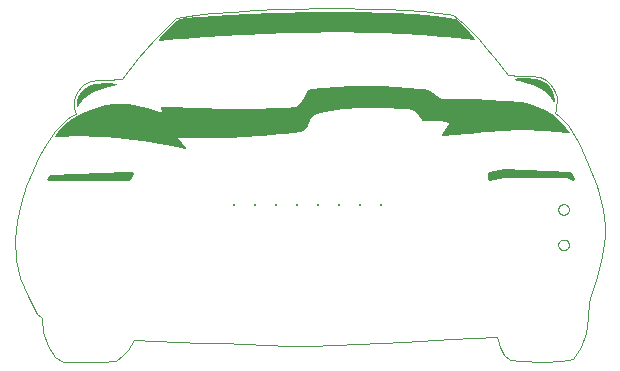
<source format=gto>
G75*
%MOIN*%
%OFA0B0*%
%FSLAX25Y25*%
%IPPOS*%
%LPD*%
%AMOC8*
5,1,8,0,0,1.08239X$1,22.5*
%
%ADD10C,0.00000*%
%ADD11C,0.00001*%
%ADD12C,0.01000*%
%ADD13R,0.00984X0.00984*%
D10*
X0024901Y0013065D02*
X0022581Y0016812D01*
X0021081Y0021589D01*
X0020720Y0026220D01*
X0020294Y0026525D01*
X0019868Y0026830D01*
X0019442Y0027135D01*
X0019016Y0027440D01*
X0015942Y0033553D01*
X0013438Y0039476D01*
X0011861Y0045673D01*
X0011568Y0052611D01*
X0012237Y0058549D01*
X0013530Y0064412D01*
X0015349Y0070147D01*
X0017599Y0075703D01*
X0019728Y0080210D01*
X0022171Y0084588D01*
X0025051Y0088638D01*
X0028492Y0092160D01*
X0029227Y0092729D01*
X0030066Y0093288D01*
X0030991Y0093834D01*
X0031983Y0094365D01*
X0031738Y0095213D01*
X0031474Y0096345D01*
X0031306Y0097550D01*
X0031348Y0098617D01*
X0031810Y0100217D01*
X0032550Y0101743D01*
X0033551Y0103095D01*
X0034795Y0104171D01*
X0036975Y0105119D01*
X0039387Y0105485D01*
X0041898Y0105576D01*
X0044372Y0105703D01*
X0045073Y0105761D01*
X0045870Y0105807D01*
X0046682Y0105842D01*
X0047430Y0105867D01*
X0052749Y0112749D01*
X0055475Y0115999D01*
X0058100Y0118978D01*
X0060514Y0121582D01*
X0062606Y0123704D01*
X0064268Y0125238D01*
X0065389Y0126078D01*
X0067571Y0126663D01*
X0071730Y0127238D01*
X0077412Y0127786D01*
X0084161Y0128286D01*
X0091521Y0128721D01*
X0099036Y0129072D01*
X0106252Y0129320D01*
X0112711Y0129447D01*
X0113066Y0129450D01*
X0113424Y0129454D01*
X0113788Y0129456D01*
X0114155Y0129458D01*
X0114527Y0129459D01*
X0114902Y0129460D01*
X0115282Y0129461D01*
X0115665Y0129461D01*
X0115665Y0129461D01*
X0115665Y0129461D01*
X0121806Y0129414D01*
X0128424Y0129279D01*
X0135155Y0129065D01*
X0141632Y0128783D01*
X0147491Y0128441D01*
X0152366Y0128050D01*
X0155892Y0127619D01*
X0157705Y0127157D01*
X0159380Y0125971D01*
X0161420Y0124156D01*
X0163728Y0121838D01*
X0166209Y0119145D01*
X0168767Y0116204D01*
X0171305Y0113139D01*
X0175939Y0107149D01*
X0176703Y0107124D01*
X0177559Y0107089D01*
X0178410Y0107041D01*
X0179159Y0106980D01*
X0181633Y0106853D01*
X0184144Y0106761D01*
X0186556Y0106396D01*
X0188736Y0105448D01*
X0189975Y0104371D01*
X0190967Y0103017D01*
X0191705Y0101490D01*
X0192183Y0099893D01*
X0192270Y0098549D01*
X0192110Y0097022D01*
X0191832Y0095580D01*
X0191564Y0094491D01*
X0192908Y0093558D01*
X0194109Y0092589D01*
X0195128Y0091603D01*
X0195925Y0090615D01*
X0199546Y0084554D01*
X0202811Y0077589D01*
X0205552Y0070139D01*
X0207602Y0062629D01*
X0208096Y0059747D01*
X0208326Y0056820D01*
X0208319Y0053881D01*
X0208103Y0050958D01*
X0207010Y0045148D01*
X0205298Y0038820D01*
X0203721Y0033732D01*
X0203028Y0031645D01*
X0202588Y0026276D01*
X0201887Y0021148D01*
X0200389Y0016523D01*
X0197555Y0012665D01*
X0193937Y0011933D01*
X0187197Y0011640D01*
X0180382Y0011765D01*
X0176542Y0012287D01*
X0174806Y0014049D01*
X0173476Y0016594D01*
X0172624Y0018883D01*
X0172324Y0019877D01*
X0156821Y0019099D01*
X0141317Y0018321D01*
X0133566Y0017932D01*
X0125814Y0017543D01*
X0118062Y0017154D01*
X0110311Y0016765D01*
X0102948Y0017022D01*
X0095585Y0017278D01*
X0088222Y0017534D01*
X0080859Y0017790D01*
X0073496Y0018047D01*
X0066133Y0018303D01*
X0051407Y0018816D01*
X0050336Y0017159D01*
X0049234Y0015497D01*
X0047716Y0013744D01*
X0045398Y0011816D01*
X0039886Y0011660D01*
X0035667Y0011551D01*
X0031894Y0011502D01*
X0027722Y0011527D01*
X0024901Y0013065D01*
X0065359Y0083563D02*
X0068314Y0082910D01*
X0067931Y0083389D01*
X0067548Y0083868D01*
X0067165Y0084347D01*
X0066782Y0084826D01*
X0066399Y0085304D01*
X0066016Y0085783D01*
X0065633Y0086262D01*
X0065250Y0086741D01*
X0068037Y0086606D01*
X0070790Y0086520D01*
X0073508Y0086480D01*
X0076194Y0086482D01*
X0078848Y0086522D01*
X0081471Y0086597D01*
X0084064Y0086703D01*
X0086629Y0086837D01*
X0089165Y0086994D01*
X0091675Y0087171D01*
X0094160Y0087365D01*
X0096619Y0087572D01*
X0099055Y0087788D01*
X0101468Y0088010D01*
X0103859Y0088234D01*
X0106229Y0088457D01*
X0106413Y0088534D01*
X0106596Y0088611D01*
X0106779Y0088688D01*
X0106963Y0088765D01*
X0107146Y0088842D01*
X0107329Y0088919D01*
X0107513Y0088996D01*
X0107696Y0089073D01*
X0108323Y0089539D01*
X0108767Y0090180D01*
X0109099Y0090938D01*
X0109392Y0091753D01*
X0109716Y0092566D01*
X0110145Y0093318D01*
X0110749Y0093950D01*
X0111602Y0094403D01*
X0113143Y0094873D01*
X0114815Y0095277D01*
X0116601Y0095619D01*
X0118488Y0095901D01*
X0120459Y0096128D01*
X0122500Y0096304D01*
X0124595Y0096432D01*
X0126730Y0096516D01*
X0128889Y0096560D01*
X0131056Y0096567D01*
X0133217Y0096543D01*
X0135357Y0096489D01*
X0137460Y0096410D01*
X0139511Y0096310D01*
X0141495Y0096193D01*
X0143397Y0096063D01*
X0144098Y0095854D01*
X0144820Y0095388D01*
X0145527Y0094752D01*
X0146184Y0094033D01*
X0146755Y0093321D01*
X0147207Y0092704D01*
X0147504Y0092269D01*
X0147611Y0092104D01*
X0148785Y0092090D01*
X0149981Y0092120D01*
X0151182Y0092161D01*
X0152372Y0092177D01*
X0153533Y0092137D01*
X0154648Y0092006D01*
X0155702Y0091751D01*
X0156677Y0091338D01*
X0156325Y0090827D01*
X0155974Y0090316D01*
X0155623Y0089806D01*
X0155272Y0089295D01*
X0154921Y0088784D01*
X0154570Y0088273D01*
X0154219Y0087763D01*
X0153867Y0087252D01*
X0156292Y0087414D01*
X0158651Y0087605D01*
X0160964Y0087818D01*
X0163252Y0088041D01*
X0165537Y0088267D01*
X0167839Y0088484D01*
X0170178Y0088685D01*
X0172577Y0088858D01*
X0175055Y0088996D01*
X0177634Y0089087D01*
X0180335Y0089124D01*
X0183177Y0089095D01*
X0186183Y0088993D01*
X0189373Y0088807D01*
X0192768Y0088528D01*
X0196389Y0088146D01*
X0195725Y0088771D01*
X0195131Y0089395D01*
X0194582Y0090018D01*
X0194054Y0090641D01*
X0193522Y0091263D01*
X0192962Y0091887D01*
X0192350Y0092511D01*
X0191660Y0093136D01*
X0190869Y0093764D01*
X0189951Y0094393D01*
X0188883Y0095024D01*
X0187640Y0095659D01*
X0186198Y0096297D01*
X0184531Y0096938D01*
X0182616Y0097583D01*
X0180427Y0098233D01*
X0178729Y0098300D01*
X0176992Y0098387D01*
X0175225Y0098488D01*
X0173438Y0098599D01*
X0171640Y0098717D01*
X0169838Y0098835D01*
X0168042Y0098951D01*
X0166261Y0099059D01*
X0164504Y0099156D01*
X0162780Y0099236D01*
X0161096Y0099295D01*
X0159464Y0099330D01*
X0157890Y0099335D01*
X0156384Y0099305D01*
X0154955Y0099238D01*
X0153612Y0099127D01*
X0153037Y0099526D01*
X0152463Y0099925D01*
X0151888Y0100324D01*
X0151314Y0100723D01*
X0150739Y0101122D01*
X0150164Y0101521D01*
X0149590Y0101920D01*
X0149015Y0102319D01*
X0147009Y0102475D01*
X0145042Y0102644D01*
X0143092Y0102819D01*
X0141138Y0102992D01*
X0139158Y0103157D01*
X0137130Y0103306D01*
X0135032Y0103431D01*
X0132844Y0103526D01*
X0130541Y0103584D01*
X0128104Y0103596D01*
X0125511Y0103556D01*
X0122739Y0103457D01*
X0119766Y0103291D01*
X0116572Y0103050D01*
X0113134Y0102729D01*
X0109431Y0102319D01*
X0108960Y0101504D01*
X0108505Y0100650D01*
X0108049Y0099789D01*
X0107572Y0098951D01*
X0107055Y0098167D01*
X0106482Y0097467D01*
X0105833Y0096883D01*
X0105089Y0096446D01*
X0102323Y0096285D01*
X0099551Y0096155D01*
X0096773Y0096055D01*
X0093990Y0095983D01*
X0091201Y0095938D01*
X0088407Y0095916D01*
X0085609Y0095918D01*
X0082806Y0095942D01*
X0079999Y0095985D01*
X0077189Y0096046D01*
X0074375Y0096123D01*
X0071559Y0096216D01*
X0068740Y0096321D01*
X0065918Y0096438D01*
X0063095Y0096566D01*
X0060270Y0096701D01*
X0060349Y0096414D01*
X0060429Y0096126D01*
X0060509Y0095839D01*
X0060589Y0095552D01*
X0060669Y0095264D01*
X0060749Y0094977D01*
X0060828Y0094690D01*
X0060908Y0094403D01*
X0058479Y0095260D01*
X0056062Y0096002D01*
X0053658Y0096614D01*
X0051268Y0097080D01*
X0048894Y0097388D01*
X0046537Y0097522D01*
X0044200Y0097468D01*
X0041882Y0097212D01*
X0038022Y0095981D01*
X0034866Y0094762D01*
X0032313Y0093539D01*
X0030260Y0092299D01*
X0028607Y0091026D01*
X0027252Y0089707D01*
X0026092Y0088326D01*
X0025027Y0086869D01*
X0025027Y0086869D01*
X0027503Y0086994D01*
X0030007Y0087073D01*
X0032540Y0087107D01*
X0035102Y0087093D01*
X0037693Y0087031D01*
X0040314Y0086921D01*
X0042966Y0086760D01*
X0045650Y0086549D01*
X0048365Y0086285D01*
X0051113Y0085969D01*
X0053893Y0085599D01*
X0056708Y0085175D01*
X0059557Y0084694D01*
X0062440Y0084158D01*
X0065359Y0083563D01*
X0040763Y0103030D02*
X0039842Y0102726D01*
X0038925Y0102387D01*
X0038022Y0102006D01*
X0037139Y0101579D01*
X0036284Y0101098D01*
X0035467Y0100558D01*
X0034694Y0099954D01*
X0033973Y0099278D01*
X0033313Y0098525D01*
X0032721Y0097689D01*
X0032205Y0096765D01*
X0032200Y0097442D01*
X0032289Y0098186D01*
X0032467Y0098969D01*
X0032731Y0099761D01*
X0033077Y0100534D01*
X0033501Y0101258D01*
X0033999Y0101906D01*
X0034567Y0102447D01*
X0035705Y0103182D01*
X0036987Y0103729D01*
X0038367Y0104108D01*
X0039800Y0104341D01*
X0041242Y0104450D01*
X0042647Y0104454D01*
X0043969Y0104375D01*
X0045165Y0104235D01*
X0045165Y0104235D01*
X0044339Y0104016D01*
X0043477Y0103793D01*
X0042589Y0103558D01*
X0041681Y0103306D01*
X0040763Y0103030D01*
X0059549Y0119041D02*
X0062307Y0119263D01*
X0065071Y0119478D01*
X0067830Y0119685D01*
X0070594Y0119886D01*
X0073356Y0120077D01*
X0076121Y0120261D01*
X0078884Y0120436D01*
X0081649Y0120602D01*
X0084414Y0120758D01*
X0087180Y0120904D01*
X0089946Y0121040D01*
X0092713Y0121166D01*
X0095480Y0121281D01*
X0098248Y0121384D01*
X0101016Y0121476D01*
X0103783Y0121556D01*
X0106553Y0121623D01*
X0109319Y0121677D01*
X0112090Y0121717D01*
X0114857Y0121744D01*
X0117629Y0121756D01*
X0120395Y0121754D01*
X0123168Y0121736D01*
X0125934Y0121702D01*
X0128706Y0121652D01*
X0131471Y0121584D01*
X0134243Y0121499D01*
X0137006Y0121397D01*
X0139777Y0121275D01*
X0142538Y0121134D01*
X0145307Y0120972D01*
X0148065Y0120791D01*
X0150833Y0120587D01*
X0153587Y0120362D01*
X0156351Y0120113D01*
X0159100Y0119841D01*
X0161859Y0119543D01*
X0164603Y0119221D01*
X0163250Y0120926D01*
X0161768Y0122565D01*
X0160112Y0124259D01*
X0158684Y0125682D01*
X0156315Y0126192D01*
X0153332Y0126643D01*
X0150768Y0126938D01*
X0147922Y0127203D01*
X0145295Y0127403D01*
X0142495Y0127580D01*
X0139838Y0127720D01*
X0137062Y0127842D01*
X0134387Y0127939D01*
X0131626Y0128019D01*
X0128938Y0128081D01*
X0126187Y0128129D01*
X0123490Y0128162D01*
X0120748Y0128182D01*
X0118044Y0128188D01*
X0115309Y0128182D01*
X0112598Y0128164D01*
X0109869Y0128135D01*
X0107153Y0128094D01*
X0104430Y0128041D01*
X0101710Y0127977D01*
X0098993Y0127901D01*
X0096267Y0127813D01*
X0093556Y0127713D01*
X0090825Y0127600D01*
X0088122Y0127475D01*
X0085386Y0127334D01*
X0082690Y0127181D01*
X0079947Y0127009D01*
X0077261Y0126823D01*
X0074511Y0126614D01*
X0071838Y0126390D01*
X0069077Y0126135D01*
X0066424Y0125863D01*
X0064541Y0124328D01*
X0062801Y0122644D01*
X0060997Y0120688D01*
X0059549Y0119041D01*
X0178218Y0105920D02*
X0178218Y0105920D01*
X0179414Y0106061D01*
X0180737Y0106139D01*
X0182141Y0106135D01*
X0183583Y0106027D01*
X0185016Y0105794D01*
X0186396Y0105414D01*
X0187678Y0104868D01*
X0188816Y0104133D01*
X0189384Y0103591D01*
X0189882Y0102944D01*
X0190306Y0102219D01*
X0190652Y0101446D01*
X0190916Y0100654D01*
X0191094Y0099872D01*
X0191183Y0099127D01*
X0191179Y0098450D01*
X0190663Y0099375D01*
X0190071Y0100211D01*
X0189411Y0100963D01*
X0188690Y0101639D01*
X0187917Y0102244D01*
X0187099Y0102784D01*
X0186245Y0103264D01*
X0185362Y0103692D01*
X0184458Y0104072D01*
X0183542Y0104412D01*
X0182621Y0104716D01*
X0181702Y0104991D01*
X0180795Y0105243D01*
X0179907Y0105478D01*
X0179045Y0105702D01*
X0178218Y0105920D01*
X0192728Y0062406D02*
X0192730Y0062490D01*
X0192736Y0062573D01*
X0192746Y0062656D01*
X0192760Y0062739D01*
X0192777Y0062821D01*
X0192799Y0062902D01*
X0192824Y0062981D01*
X0192853Y0063060D01*
X0192886Y0063137D01*
X0192922Y0063212D01*
X0192962Y0063286D01*
X0193005Y0063358D01*
X0193052Y0063427D01*
X0193102Y0063494D01*
X0193155Y0063559D01*
X0193211Y0063621D01*
X0193269Y0063681D01*
X0193331Y0063738D01*
X0193395Y0063791D01*
X0193462Y0063842D01*
X0193531Y0063889D01*
X0193602Y0063934D01*
X0193675Y0063974D01*
X0193750Y0064011D01*
X0193827Y0064045D01*
X0193905Y0064075D01*
X0193984Y0064101D01*
X0194065Y0064124D01*
X0194147Y0064142D01*
X0194229Y0064157D01*
X0194312Y0064168D01*
X0194395Y0064175D01*
X0194479Y0064178D01*
X0194563Y0064177D01*
X0194646Y0064172D01*
X0194730Y0064163D01*
X0194812Y0064150D01*
X0194894Y0064134D01*
X0194975Y0064113D01*
X0195056Y0064089D01*
X0195134Y0064061D01*
X0195212Y0064029D01*
X0195288Y0063993D01*
X0195362Y0063954D01*
X0195434Y0063912D01*
X0195504Y0063866D01*
X0195572Y0063817D01*
X0195637Y0063765D01*
X0195700Y0063710D01*
X0195760Y0063652D01*
X0195818Y0063591D01*
X0195872Y0063527D01*
X0195924Y0063461D01*
X0195972Y0063393D01*
X0196017Y0063322D01*
X0196058Y0063249D01*
X0196097Y0063175D01*
X0196131Y0063099D01*
X0196162Y0063021D01*
X0196189Y0062942D01*
X0196213Y0062861D01*
X0196232Y0062780D01*
X0196248Y0062698D01*
X0196260Y0062615D01*
X0196268Y0062531D01*
X0196272Y0062448D01*
X0196272Y0062364D01*
X0196268Y0062281D01*
X0196260Y0062197D01*
X0196248Y0062114D01*
X0196232Y0062032D01*
X0196213Y0061951D01*
X0196189Y0061870D01*
X0196162Y0061791D01*
X0196131Y0061713D01*
X0196097Y0061637D01*
X0196058Y0061563D01*
X0196017Y0061490D01*
X0195972Y0061419D01*
X0195924Y0061351D01*
X0195872Y0061285D01*
X0195818Y0061221D01*
X0195760Y0061160D01*
X0195700Y0061102D01*
X0195637Y0061047D01*
X0195572Y0060995D01*
X0195504Y0060946D01*
X0195434Y0060900D01*
X0195362Y0060858D01*
X0195288Y0060819D01*
X0195212Y0060783D01*
X0195134Y0060751D01*
X0195056Y0060723D01*
X0194975Y0060699D01*
X0194894Y0060678D01*
X0194812Y0060662D01*
X0194730Y0060649D01*
X0194646Y0060640D01*
X0194563Y0060635D01*
X0194479Y0060634D01*
X0194395Y0060637D01*
X0194312Y0060644D01*
X0194229Y0060655D01*
X0194147Y0060670D01*
X0194065Y0060688D01*
X0193984Y0060711D01*
X0193905Y0060737D01*
X0193827Y0060767D01*
X0193750Y0060801D01*
X0193675Y0060838D01*
X0193602Y0060878D01*
X0193531Y0060923D01*
X0193462Y0060970D01*
X0193395Y0061021D01*
X0193331Y0061074D01*
X0193269Y0061131D01*
X0193211Y0061191D01*
X0193155Y0061253D01*
X0193102Y0061318D01*
X0193052Y0061385D01*
X0193005Y0061454D01*
X0192962Y0061526D01*
X0192922Y0061600D01*
X0192886Y0061675D01*
X0192853Y0061752D01*
X0192824Y0061831D01*
X0192799Y0061910D01*
X0192777Y0061991D01*
X0192760Y0062073D01*
X0192746Y0062156D01*
X0192736Y0062239D01*
X0192730Y0062322D01*
X0192728Y0062406D01*
X0192728Y0050594D02*
X0192730Y0050678D01*
X0192736Y0050761D01*
X0192746Y0050844D01*
X0192760Y0050927D01*
X0192777Y0051009D01*
X0192799Y0051090D01*
X0192824Y0051169D01*
X0192853Y0051248D01*
X0192886Y0051325D01*
X0192922Y0051400D01*
X0192962Y0051474D01*
X0193005Y0051546D01*
X0193052Y0051615D01*
X0193102Y0051682D01*
X0193155Y0051747D01*
X0193211Y0051809D01*
X0193269Y0051869D01*
X0193331Y0051926D01*
X0193395Y0051979D01*
X0193462Y0052030D01*
X0193531Y0052077D01*
X0193602Y0052122D01*
X0193675Y0052162D01*
X0193750Y0052199D01*
X0193827Y0052233D01*
X0193905Y0052263D01*
X0193984Y0052289D01*
X0194065Y0052312D01*
X0194147Y0052330D01*
X0194229Y0052345D01*
X0194312Y0052356D01*
X0194395Y0052363D01*
X0194479Y0052366D01*
X0194563Y0052365D01*
X0194646Y0052360D01*
X0194730Y0052351D01*
X0194812Y0052338D01*
X0194894Y0052322D01*
X0194975Y0052301D01*
X0195056Y0052277D01*
X0195134Y0052249D01*
X0195212Y0052217D01*
X0195288Y0052181D01*
X0195362Y0052142D01*
X0195434Y0052100D01*
X0195504Y0052054D01*
X0195572Y0052005D01*
X0195637Y0051953D01*
X0195700Y0051898D01*
X0195760Y0051840D01*
X0195818Y0051779D01*
X0195872Y0051715D01*
X0195924Y0051649D01*
X0195972Y0051581D01*
X0196017Y0051510D01*
X0196058Y0051437D01*
X0196097Y0051363D01*
X0196131Y0051287D01*
X0196162Y0051209D01*
X0196189Y0051130D01*
X0196213Y0051049D01*
X0196232Y0050968D01*
X0196248Y0050886D01*
X0196260Y0050803D01*
X0196268Y0050719D01*
X0196272Y0050636D01*
X0196272Y0050552D01*
X0196268Y0050469D01*
X0196260Y0050385D01*
X0196248Y0050302D01*
X0196232Y0050220D01*
X0196213Y0050139D01*
X0196189Y0050058D01*
X0196162Y0049979D01*
X0196131Y0049901D01*
X0196097Y0049825D01*
X0196058Y0049751D01*
X0196017Y0049678D01*
X0195972Y0049607D01*
X0195924Y0049539D01*
X0195872Y0049473D01*
X0195818Y0049409D01*
X0195760Y0049348D01*
X0195700Y0049290D01*
X0195637Y0049235D01*
X0195572Y0049183D01*
X0195504Y0049134D01*
X0195434Y0049088D01*
X0195362Y0049046D01*
X0195288Y0049007D01*
X0195212Y0048971D01*
X0195134Y0048939D01*
X0195056Y0048911D01*
X0194975Y0048887D01*
X0194894Y0048866D01*
X0194812Y0048850D01*
X0194730Y0048837D01*
X0194646Y0048828D01*
X0194563Y0048823D01*
X0194479Y0048822D01*
X0194395Y0048825D01*
X0194312Y0048832D01*
X0194229Y0048843D01*
X0194147Y0048858D01*
X0194065Y0048876D01*
X0193984Y0048899D01*
X0193905Y0048925D01*
X0193827Y0048955D01*
X0193750Y0048989D01*
X0193675Y0049026D01*
X0193602Y0049066D01*
X0193531Y0049111D01*
X0193462Y0049158D01*
X0193395Y0049209D01*
X0193331Y0049262D01*
X0193269Y0049319D01*
X0193211Y0049379D01*
X0193155Y0049441D01*
X0193102Y0049506D01*
X0193052Y0049573D01*
X0193005Y0049642D01*
X0192962Y0049714D01*
X0192922Y0049788D01*
X0192886Y0049863D01*
X0192853Y0049940D01*
X0192824Y0050019D01*
X0192799Y0050098D01*
X0192777Y0050179D01*
X0192760Y0050261D01*
X0192746Y0050344D01*
X0192736Y0050427D01*
X0192730Y0050510D01*
X0192728Y0050594D01*
D11*
X0196379Y0088147D02*
X0196388Y0088147D01*
X0196387Y0088148D02*
X0196370Y0088148D01*
X0196361Y0088149D02*
X0196386Y0088149D01*
X0196384Y0088150D02*
X0196351Y0088150D01*
X0196342Y0088151D02*
X0196383Y0088151D01*
X0196382Y0088152D02*
X0196333Y0088152D01*
X0196323Y0088153D02*
X0196381Y0088153D01*
X0196380Y0088154D02*
X0196314Y0088154D01*
X0196305Y0088155D02*
X0196379Y0088155D01*
X0196378Y0088156D02*
X0196295Y0088156D01*
X0196286Y0088156D02*
X0196377Y0088156D01*
X0196376Y0088157D02*
X0196277Y0088157D01*
X0196267Y0088158D02*
X0196375Y0088158D01*
X0196374Y0088159D02*
X0196258Y0088159D01*
X0196249Y0088160D02*
X0196373Y0088160D01*
X0196372Y0088161D02*
X0196239Y0088161D01*
X0196230Y0088162D02*
X0196371Y0088162D01*
X0196370Y0088163D02*
X0196221Y0088163D01*
X0196211Y0088164D02*
X0196369Y0088164D01*
X0196368Y0088165D02*
X0196202Y0088165D01*
X0196193Y0088166D02*
X0196367Y0088166D01*
X0196366Y0088167D02*
X0196183Y0088167D01*
X0196174Y0088168D02*
X0196365Y0088168D01*
X0196364Y0088169D02*
X0196165Y0088169D01*
X0196155Y0088170D02*
X0196363Y0088170D01*
X0196361Y0088171D02*
X0196146Y0088171D01*
X0196137Y0088172D02*
X0196360Y0088172D01*
X0196359Y0088173D02*
X0196127Y0088173D01*
X0196118Y0088174D02*
X0196358Y0088174D01*
X0196357Y0088175D02*
X0196109Y0088175D01*
X0196099Y0088176D02*
X0196356Y0088176D01*
X0196355Y0088177D02*
X0196090Y0088177D01*
X0196081Y0088178D02*
X0196354Y0088178D01*
X0196353Y0088179D02*
X0196071Y0088179D01*
X0196062Y0088180D02*
X0196352Y0088180D01*
X0196351Y0088181D02*
X0196053Y0088181D01*
X0196043Y0088182D02*
X0196350Y0088182D01*
X0196349Y0088183D02*
X0196034Y0088183D01*
X0196025Y0088184D02*
X0196348Y0088184D01*
X0196347Y0088185D02*
X0196015Y0088185D01*
X0196006Y0088186D02*
X0196346Y0088186D01*
X0196345Y0088187D02*
X0195997Y0088187D01*
X0195987Y0088188D02*
X0196344Y0088188D01*
X0196343Y0088189D02*
X0195978Y0088189D01*
X0195969Y0088190D02*
X0196342Y0088190D01*
X0196341Y0088191D02*
X0195959Y0088191D01*
X0195950Y0088192D02*
X0196340Y0088192D01*
X0196338Y0088193D02*
X0195941Y0088193D01*
X0195931Y0088194D02*
X0196337Y0088194D01*
X0196336Y0088195D02*
X0195922Y0088195D01*
X0195913Y0088196D02*
X0196335Y0088196D01*
X0196334Y0088197D02*
X0195903Y0088197D01*
X0195894Y0088198D02*
X0196333Y0088198D01*
X0196332Y0088199D02*
X0195885Y0088199D01*
X0195875Y0088200D02*
X0196331Y0088200D01*
X0196330Y0088201D02*
X0195866Y0088201D01*
X0195857Y0088202D02*
X0196329Y0088202D01*
X0196328Y0088203D02*
X0195847Y0088203D01*
X0195838Y0088204D02*
X0196327Y0088204D01*
X0196326Y0088205D02*
X0195829Y0088205D01*
X0195819Y0088206D02*
X0196325Y0088206D01*
X0196324Y0088207D02*
X0195810Y0088207D01*
X0195801Y0088208D02*
X0196323Y0088208D01*
X0196322Y0088209D02*
X0195791Y0088209D01*
X0195782Y0088210D02*
X0196321Y0088210D01*
X0196320Y0088211D02*
X0195773Y0088211D01*
X0195763Y0088212D02*
X0196319Y0088212D01*
X0196318Y0088213D02*
X0195754Y0088213D01*
X0195745Y0088214D02*
X0196317Y0088214D01*
X0196315Y0088215D02*
X0195735Y0088215D01*
X0195726Y0088216D02*
X0196314Y0088216D01*
X0196313Y0088217D02*
X0195717Y0088217D01*
X0195707Y0088218D02*
X0196312Y0088218D01*
X0196311Y0088219D02*
X0195698Y0088219D01*
X0195689Y0088219D02*
X0196310Y0088219D01*
X0196309Y0088220D02*
X0195679Y0088220D01*
X0195670Y0088221D02*
X0196308Y0088221D01*
X0196307Y0088222D02*
X0195661Y0088222D01*
X0195651Y0088223D02*
X0196306Y0088223D01*
X0196305Y0088224D02*
X0195642Y0088224D01*
X0195633Y0088225D02*
X0196304Y0088225D01*
X0196303Y0088226D02*
X0195623Y0088226D01*
X0195614Y0088227D02*
X0196302Y0088227D01*
X0196301Y0088228D02*
X0195605Y0088228D01*
X0195595Y0088229D02*
X0196300Y0088229D01*
X0196299Y0088230D02*
X0195586Y0088230D01*
X0195577Y0088231D02*
X0196298Y0088231D01*
X0196297Y0088232D02*
X0195567Y0088232D01*
X0195558Y0088233D02*
X0196296Y0088233D01*
X0196295Y0088234D02*
X0195549Y0088234D01*
X0195539Y0088235D02*
X0196294Y0088235D01*
X0196292Y0088236D02*
X0195530Y0088236D01*
X0195521Y0088237D02*
X0196291Y0088237D01*
X0196290Y0088238D02*
X0195511Y0088238D01*
X0195502Y0088239D02*
X0196289Y0088239D01*
X0196288Y0088240D02*
X0195493Y0088240D01*
X0195484Y0088241D02*
X0196287Y0088241D01*
X0196286Y0088242D02*
X0195474Y0088242D01*
X0195465Y0088243D02*
X0196285Y0088243D01*
X0196284Y0088244D02*
X0195455Y0088244D01*
X0195446Y0088245D02*
X0196283Y0088245D01*
X0196282Y0088246D02*
X0195437Y0088246D01*
X0195428Y0088247D02*
X0196281Y0088247D01*
X0196280Y0088248D02*
X0195418Y0088248D01*
X0195409Y0088249D02*
X0196279Y0088249D01*
X0196278Y0088250D02*
X0195400Y0088250D01*
X0195390Y0088251D02*
X0196277Y0088251D01*
X0196276Y0088252D02*
X0195381Y0088252D01*
X0195372Y0088253D02*
X0196275Y0088253D01*
X0196274Y0088254D02*
X0195362Y0088254D01*
X0195353Y0088255D02*
X0196273Y0088255D01*
X0196272Y0088256D02*
X0195344Y0088256D01*
X0195334Y0088257D02*
X0196271Y0088257D01*
X0196269Y0088258D02*
X0195325Y0088258D01*
X0195316Y0088259D02*
X0196268Y0088259D01*
X0196267Y0088260D02*
X0195306Y0088260D01*
X0195297Y0088261D02*
X0196266Y0088261D01*
X0196265Y0088262D02*
X0195288Y0088262D01*
X0195278Y0088263D02*
X0196264Y0088263D01*
X0196263Y0088264D02*
X0195269Y0088264D01*
X0195260Y0088265D02*
X0196262Y0088265D01*
X0196261Y0088266D02*
X0195250Y0088266D01*
X0195241Y0088267D02*
X0196260Y0088267D01*
X0196259Y0088268D02*
X0195232Y0088268D01*
X0195222Y0088269D02*
X0196258Y0088269D01*
X0196257Y0088270D02*
X0195213Y0088270D01*
X0195204Y0088271D02*
X0196256Y0088271D01*
X0196255Y0088272D02*
X0195194Y0088272D01*
X0195185Y0088273D02*
X0196254Y0088273D01*
X0196253Y0088274D02*
X0195176Y0088274D01*
X0195166Y0088275D02*
X0196252Y0088275D01*
X0196251Y0088276D02*
X0195157Y0088276D01*
X0195148Y0088277D02*
X0196250Y0088277D01*
X0196249Y0088278D02*
X0195138Y0088278D01*
X0195129Y0088279D02*
X0196248Y0088279D01*
X0196246Y0088280D02*
X0195120Y0088280D01*
X0195110Y0088281D02*
X0196245Y0088281D01*
X0196244Y0088281D02*
X0195101Y0088281D01*
X0195092Y0088282D02*
X0196243Y0088282D01*
X0196242Y0088283D02*
X0195082Y0088283D01*
X0195073Y0088284D02*
X0196241Y0088284D01*
X0196240Y0088285D02*
X0195064Y0088285D01*
X0195054Y0088286D02*
X0196239Y0088286D01*
X0196238Y0088287D02*
X0195045Y0088287D01*
X0195036Y0088288D02*
X0196237Y0088288D01*
X0196236Y0088289D02*
X0195026Y0088289D01*
X0195017Y0088290D02*
X0196235Y0088290D01*
X0196234Y0088291D02*
X0195008Y0088291D01*
X0194998Y0088292D02*
X0196233Y0088292D01*
X0196232Y0088293D02*
X0194989Y0088293D01*
X0194980Y0088294D02*
X0196231Y0088294D01*
X0196230Y0088295D02*
X0194970Y0088295D01*
X0194961Y0088296D02*
X0196229Y0088296D01*
X0196228Y0088297D02*
X0194952Y0088297D01*
X0194942Y0088298D02*
X0196227Y0088298D01*
X0196226Y0088299D02*
X0194933Y0088299D01*
X0194924Y0088300D02*
X0196225Y0088300D01*
X0196223Y0088301D02*
X0194914Y0088301D01*
X0194905Y0088302D02*
X0196222Y0088302D01*
X0196221Y0088303D02*
X0194896Y0088303D01*
X0194886Y0088304D02*
X0196220Y0088304D01*
X0196219Y0088305D02*
X0194877Y0088305D01*
X0194868Y0088306D02*
X0196218Y0088306D01*
X0196217Y0088307D02*
X0194858Y0088307D01*
X0194849Y0088308D02*
X0196216Y0088308D01*
X0196215Y0088309D02*
X0194840Y0088309D01*
X0194830Y0088310D02*
X0196214Y0088310D01*
X0196213Y0088311D02*
X0194821Y0088311D01*
X0194812Y0088312D02*
X0196212Y0088312D01*
X0196211Y0088313D02*
X0194802Y0088313D01*
X0194793Y0088314D02*
X0196210Y0088314D01*
X0196209Y0088315D02*
X0194784Y0088315D01*
X0194774Y0088316D02*
X0196208Y0088316D01*
X0196207Y0088317D02*
X0194765Y0088317D01*
X0194756Y0088318D02*
X0196206Y0088318D01*
X0196205Y0088319D02*
X0194746Y0088319D01*
X0194737Y0088320D02*
X0196204Y0088320D01*
X0196203Y0088321D02*
X0194728Y0088321D01*
X0194718Y0088322D02*
X0196202Y0088322D01*
X0196200Y0088323D02*
X0194709Y0088323D01*
X0194700Y0088324D02*
X0196199Y0088324D01*
X0196198Y0088325D02*
X0194690Y0088325D01*
X0194681Y0088326D02*
X0196197Y0088326D01*
X0196196Y0088327D02*
X0194672Y0088327D01*
X0194662Y0088328D02*
X0196195Y0088328D01*
X0196194Y0088329D02*
X0194653Y0088329D01*
X0194644Y0088330D02*
X0196193Y0088330D01*
X0196192Y0088331D02*
X0194634Y0088331D01*
X0194625Y0088332D02*
X0196191Y0088332D01*
X0196190Y0088333D02*
X0194616Y0088333D01*
X0194606Y0088334D02*
X0196189Y0088334D01*
X0196188Y0088335D02*
X0194597Y0088335D01*
X0194588Y0088336D02*
X0196187Y0088336D01*
X0196186Y0088337D02*
X0194578Y0088337D01*
X0194569Y0088338D02*
X0196185Y0088338D01*
X0196184Y0088339D02*
X0194560Y0088339D01*
X0194550Y0088340D02*
X0196183Y0088340D01*
X0196182Y0088341D02*
X0194541Y0088341D01*
X0194532Y0088342D02*
X0196181Y0088342D01*
X0196180Y0088343D02*
X0194522Y0088343D01*
X0194513Y0088344D02*
X0196179Y0088344D01*
X0196177Y0088344D02*
X0194504Y0088344D01*
X0194494Y0088345D02*
X0196176Y0088345D01*
X0196175Y0088346D02*
X0194485Y0088346D01*
X0194476Y0088347D02*
X0196174Y0088347D01*
X0196173Y0088348D02*
X0194466Y0088348D01*
X0194457Y0088349D02*
X0196172Y0088349D01*
X0196171Y0088350D02*
X0194448Y0088350D01*
X0194438Y0088351D02*
X0196170Y0088351D01*
X0196169Y0088352D02*
X0194429Y0088352D01*
X0194420Y0088353D02*
X0196168Y0088353D01*
X0196167Y0088354D02*
X0194410Y0088354D01*
X0194401Y0088355D02*
X0196166Y0088355D01*
X0196165Y0088356D02*
X0194392Y0088356D01*
X0194382Y0088357D02*
X0196164Y0088357D01*
X0196163Y0088358D02*
X0194373Y0088358D01*
X0194364Y0088359D02*
X0196162Y0088359D01*
X0196161Y0088360D02*
X0194354Y0088360D01*
X0194345Y0088361D02*
X0196160Y0088361D01*
X0196159Y0088362D02*
X0194336Y0088362D01*
X0194326Y0088363D02*
X0196158Y0088363D01*
X0196157Y0088364D02*
X0194317Y0088364D01*
X0194308Y0088365D02*
X0196155Y0088365D01*
X0196154Y0088366D02*
X0194298Y0088366D01*
X0194289Y0088367D02*
X0196153Y0088367D01*
X0196152Y0088368D02*
X0194280Y0088368D01*
X0194270Y0088369D02*
X0196151Y0088369D01*
X0196150Y0088370D02*
X0194261Y0088370D01*
X0194252Y0088371D02*
X0196149Y0088371D01*
X0196148Y0088372D02*
X0194242Y0088372D01*
X0194233Y0088373D02*
X0196147Y0088373D01*
X0196146Y0088374D02*
X0194224Y0088374D01*
X0194214Y0088375D02*
X0196145Y0088375D01*
X0196144Y0088376D02*
X0194205Y0088376D01*
X0194196Y0088377D02*
X0196143Y0088377D01*
X0196142Y0088378D02*
X0194186Y0088378D01*
X0194177Y0088379D02*
X0196141Y0088379D01*
X0196140Y0088380D02*
X0194168Y0088380D01*
X0194158Y0088381D02*
X0196139Y0088381D01*
X0196138Y0088382D02*
X0194149Y0088382D01*
X0194140Y0088383D02*
X0196137Y0088383D01*
X0196136Y0088384D02*
X0194130Y0088384D01*
X0194121Y0088385D02*
X0196135Y0088385D01*
X0196134Y0088386D02*
X0194112Y0088386D01*
X0194102Y0088387D02*
X0196132Y0088387D01*
X0196131Y0088388D02*
X0194093Y0088388D01*
X0194084Y0088389D02*
X0196130Y0088389D01*
X0196129Y0088390D02*
X0194074Y0088390D01*
X0194065Y0088391D02*
X0196128Y0088391D01*
X0196127Y0088392D02*
X0194056Y0088392D01*
X0194046Y0088393D02*
X0196126Y0088393D01*
X0196125Y0088394D02*
X0194037Y0088394D01*
X0194028Y0088395D02*
X0196124Y0088395D01*
X0196123Y0088396D02*
X0194018Y0088396D01*
X0194009Y0088397D02*
X0196122Y0088397D01*
X0196121Y0088398D02*
X0194000Y0088398D01*
X0193990Y0088399D02*
X0196120Y0088399D01*
X0196119Y0088400D02*
X0193981Y0088400D01*
X0193972Y0088401D02*
X0196118Y0088401D01*
X0196117Y0088402D02*
X0193962Y0088402D01*
X0193953Y0088403D02*
X0196116Y0088403D01*
X0196115Y0088404D02*
X0193944Y0088404D01*
X0193934Y0088405D02*
X0196114Y0088405D01*
X0196113Y0088406D02*
X0193925Y0088406D01*
X0193916Y0088406D02*
X0196112Y0088406D01*
X0196111Y0088407D02*
X0193906Y0088407D01*
X0193897Y0088408D02*
X0196109Y0088408D01*
X0196108Y0088409D02*
X0193888Y0088409D01*
X0193878Y0088410D02*
X0196107Y0088410D01*
X0196106Y0088411D02*
X0193869Y0088411D01*
X0193860Y0088412D02*
X0196105Y0088412D01*
X0196104Y0088413D02*
X0193850Y0088413D01*
X0193841Y0088414D02*
X0196103Y0088414D01*
X0196102Y0088415D02*
X0193832Y0088415D01*
X0193822Y0088416D02*
X0196101Y0088416D01*
X0196100Y0088417D02*
X0193813Y0088417D01*
X0193804Y0088418D02*
X0196099Y0088418D01*
X0196098Y0088419D02*
X0193795Y0088419D01*
X0193785Y0088420D02*
X0196097Y0088420D01*
X0196096Y0088421D02*
X0193776Y0088421D01*
X0193766Y0088422D02*
X0196095Y0088422D01*
X0196094Y0088423D02*
X0193757Y0088423D01*
X0193748Y0088424D02*
X0196093Y0088424D01*
X0196092Y0088425D02*
X0193739Y0088425D01*
X0193729Y0088426D02*
X0196091Y0088426D01*
X0196090Y0088427D02*
X0193720Y0088427D01*
X0193711Y0088428D02*
X0196089Y0088428D01*
X0196088Y0088429D02*
X0193701Y0088429D01*
X0193692Y0088430D02*
X0196086Y0088430D01*
X0196085Y0088431D02*
X0193683Y0088431D01*
X0193673Y0088432D02*
X0196084Y0088432D01*
X0196083Y0088433D02*
X0193664Y0088433D01*
X0193655Y0088434D02*
X0196082Y0088434D01*
X0196081Y0088435D02*
X0193645Y0088435D01*
X0193636Y0088436D02*
X0196080Y0088436D01*
X0196079Y0088437D02*
X0193627Y0088437D01*
X0193617Y0088438D02*
X0196078Y0088438D01*
X0196077Y0088439D02*
X0193608Y0088439D01*
X0193599Y0088440D02*
X0196076Y0088440D01*
X0196075Y0088441D02*
X0193589Y0088441D01*
X0193580Y0088442D02*
X0196074Y0088442D01*
X0196073Y0088443D02*
X0193571Y0088443D01*
X0193561Y0088444D02*
X0196072Y0088444D01*
X0196071Y0088445D02*
X0193552Y0088445D01*
X0193543Y0088446D02*
X0196070Y0088446D01*
X0196069Y0088447D02*
X0193533Y0088447D01*
X0193524Y0088448D02*
X0196068Y0088448D01*
X0196067Y0088449D02*
X0193515Y0088449D01*
X0193505Y0088450D02*
X0196066Y0088450D01*
X0196065Y0088451D02*
X0193496Y0088451D01*
X0193487Y0088452D02*
X0196063Y0088452D01*
X0196062Y0088453D02*
X0193477Y0088453D01*
X0193468Y0088454D02*
X0196061Y0088454D01*
X0196060Y0088455D02*
X0193459Y0088455D01*
X0193449Y0088456D02*
X0196059Y0088456D01*
X0196058Y0088457D02*
X0193440Y0088457D01*
X0193431Y0088458D02*
X0196057Y0088458D01*
X0196056Y0088459D02*
X0193421Y0088459D01*
X0193412Y0088460D02*
X0196055Y0088460D01*
X0196054Y0088461D02*
X0193403Y0088461D01*
X0193393Y0088462D02*
X0196053Y0088462D01*
X0196052Y0088463D02*
X0193384Y0088463D01*
X0193375Y0088464D02*
X0196051Y0088464D01*
X0196050Y0088465D02*
X0193365Y0088465D01*
X0193356Y0088466D02*
X0196049Y0088466D01*
X0196048Y0088467D02*
X0193347Y0088467D01*
X0193337Y0088468D02*
X0196047Y0088468D01*
X0196046Y0088469D02*
X0193328Y0088469D01*
X0193319Y0088469D02*
X0196045Y0088469D01*
X0196044Y0088470D02*
X0193309Y0088470D01*
X0193300Y0088471D02*
X0196043Y0088471D01*
X0196042Y0088472D02*
X0193291Y0088472D01*
X0193281Y0088473D02*
X0196040Y0088473D01*
X0196039Y0088474D02*
X0193272Y0088474D01*
X0193263Y0088475D02*
X0196038Y0088475D01*
X0196037Y0088476D02*
X0193253Y0088476D01*
X0193244Y0088477D02*
X0196036Y0088477D01*
X0196035Y0088478D02*
X0193235Y0088478D01*
X0193225Y0088479D02*
X0196034Y0088479D01*
X0196033Y0088480D02*
X0193216Y0088480D01*
X0193207Y0088481D02*
X0196032Y0088481D01*
X0196031Y0088482D02*
X0193197Y0088482D01*
X0193188Y0088483D02*
X0196030Y0088483D01*
X0196029Y0088484D02*
X0193179Y0088484D01*
X0193169Y0088485D02*
X0196028Y0088485D01*
X0196027Y0088486D02*
X0193160Y0088486D01*
X0193151Y0088487D02*
X0196026Y0088487D01*
X0196025Y0088488D02*
X0193141Y0088488D01*
X0193132Y0088489D02*
X0196024Y0088489D01*
X0196023Y0088490D02*
X0193123Y0088490D01*
X0193113Y0088491D02*
X0196022Y0088491D01*
X0196021Y0088492D02*
X0193104Y0088492D01*
X0193095Y0088493D02*
X0196020Y0088493D01*
X0196019Y0088494D02*
X0193085Y0088494D01*
X0193076Y0088495D02*
X0196017Y0088495D01*
X0196016Y0088496D02*
X0193067Y0088496D01*
X0193057Y0088497D02*
X0196015Y0088497D01*
X0196014Y0088498D02*
X0193048Y0088498D01*
X0193039Y0088499D02*
X0196013Y0088499D01*
X0196012Y0088500D02*
X0193029Y0088500D01*
X0193020Y0088501D02*
X0196011Y0088501D01*
X0196010Y0088502D02*
X0193011Y0088502D01*
X0193001Y0088503D02*
X0196009Y0088503D01*
X0196008Y0088504D02*
X0192992Y0088504D01*
X0192983Y0088505D02*
X0196007Y0088505D01*
X0196006Y0088506D02*
X0192973Y0088506D01*
X0192964Y0088507D02*
X0196005Y0088507D01*
X0196004Y0088508D02*
X0192955Y0088508D01*
X0192945Y0088509D02*
X0196003Y0088509D01*
X0196002Y0088510D02*
X0192936Y0088510D01*
X0192927Y0088511D02*
X0196001Y0088511D01*
X0196000Y0088512D02*
X0192917Y0088512D01*
X0192908Y0088513D02*
X0195999Y0088513D01*
X0195998Y0088514D02*
X0192899Y0088514D01*
X0192889Y0088515D02*
X0195997Y0088515D01*
X0195996Y0088516D02*
X0192880Y0088516D01*
X0192871Y0088517D02*
X0195994Y0088517D01*
X0195993Y0088518D02*
X0192861Y0088518D01*
X0192852Y0088519D02*
X0195992Y0088519D01*
X0195991Y0088520D02*
X0192843Y0088520D01*
X0192833Y0088521D02*
X0195990Y0088521D01*
X0195989Y0088522D02*
X0192824Y0088522D01*
X0192815Y0088523D02*
X0195988Y0088523D01*
X0195987Y0088524D02*
X0192805Y0088524D01*
X0192796Y0088525D02*
X0195986Y0088525D01*
X0195985Y0088526D02*
X0192787Y0088526D01*
X0192777Y0088527D02*
X0195984Y0088527D01*
X0195983Y0088528D02*
X0192768Y0088528D01*
X0192756Y0088529D02*
X0195982Y0088529D01*
X0195981Y0088530D02*
X0192744Y0088530D01*
X0192732Y0088531D02*
X0195980Y0088531D01*
X0195979Y0088531D02*
X0192720Y0088531D01*
X0192708Y0088532D02*
X0195978Y0088532D01*
X0195977Y0088533D02*
X0192696Y0088533D01*
X0192684Y0088534D02*
X0195976Y0088534D01*
X0195975Y0088535D02*
X0192672Y0088535D01*
X0192660Y0088536D02*
X0195974Y0088536D01*
X0195973Y0088537D02*
X0192648Y0088537D01*
X0192636Y0088538D02*
X0195971Y0088538D01*
X0195970Y0088539D02*
X0192624Y0088539D01*
X0192612Y0088540D02*
X0195969Y0088540D01*
X0195968Y0088541D02*
X0192601Y0088541D01*
X0192589Y0088542D02*
X0195967Y0088542D01*
X0195966Y0088543D02*
X0192577Y0088543D01*
X0192565Y0088544D02*
X0195965Y0088544D01*
X0195964Y0088545D02*
X0192553Y0088545D01*
X0192541Y0088546D02*
X0195963Y0088546D01*
X0195962Y0088547D02*
X0192529Y0088547D01*
X0192517Y0088548D02*
X0195961Y0088548D01*
X0195960Y0088549D02*
X0192505Y0088549D01*
X0192493Y0088550D02*
X0195959Y0088550D01*
X0195958Y0088551D02*
X0192481Y0088551D01*
X0192469Y0088552D02*
X0195957Y0088552D01*
X0195956Y0088553D02*
X0192457Y0088553D01*
X0192445Y0088554D02*
X0195955Y0088554D01*
X0195954Y0088555D02*
X0192433Y0088555D01*
X0192421Y0088556D02*
X0195953Y0088556D01*
X0195952Y0088557D02*
X0192409Y0088557D01*
X0192397Y0088558D02*
X0195951Y0088558D01*
X0195950Y0088559D02*
X0192385Y0088559D01*
X0192373Y0088560D02*
X0195948Y0088560D01*
X0195947Y0088561D02*
X0192361Y0088561D01*
X0192349Y0088562D02*
X0195946Y0088562D01*
X0195945Y0088563D02*
X0192337Y0088563D01*
X0192325Y0088564D02*
X0195944Y0088564D01*
X0195943Y0088565D02*
X0192313Y0088565D01*
X0192301Y0088566D02*
X0195942Y0088566D01*
X0195941Y0088567D02*
X0192289Y0088567D01*
X0192277Y0088568D02*
X0195940Y0088568D01*
X0195939Y0088569D02*
X0192265Y0088569D01*
X0192254Y0088570D02*
X0195938Y0088570D01*
X0195937Y0088571D02*
X0192242Y0088571D01*
X0192230Y0088572D02*
X0195936Y0088572D01*
X0195935Y0088573D02*
X0192218Y0088573D01*
X0192206Y0088574D02*
X0195934Y0088574D01*
X0195933Y0088575D02*
X0192194Y0088575D01*
X0192182Y0088576D02*
X0195932Y0088576D01*
X0195931Y0088577D02*
X0192170Y0088577D01*
X0192158Y0088578D02*
X0195930Y0088578D01*
X0195929Y0088579D02*
X0192146Y0088579D01*
X0192134Y0088580D02*
X0195928Y0088580D01*
X0195927Y0088581D02*
X0192122Y0088581D01*
X0192110Y0088582D02*
X0195925Y0088582D01*
X0195924Y0088583D02*
X0192098Y0088583D01*
X0192086Y0088584D02*
X0195923Y0088584D01*
X0195922Y0088585D02*
X0192074Y0088585D01*
X0192062Y0088586D02*
X0195921Y0088586D01*
X0195920Y0088587D02*
X0192050Y0088587D01*
X0192038Y0088588D02*
X0195919Y0088588D01*
X0195918Y0088589D02*
X0192026Y0088589D01*
X0192014Y0088590D02*
X0195917Y0088590D01*
X0195916Y0088591D02*
X0192002Y0088591D01*
X0191990Y0088592D02*
X0195915Y0088592D01*
X0195914Y0088593D02*
X0191978Y0088593D01*
X0191966Y0088594D02*
X0195913Y0088594D01*
X0195912Y0088594D02*
X0191954Y0088594D01*
X0191942Y0088595D02*
X0195911Y0088595D01*
X0195910Y0088596D02*
X0191930Y0088596D01*
X0191918Y0088597D02*
X0195909Y0088597D01*
X0195908Y0088598D02*
X0191907Y0088598D01*
X0191895Y0088599D02*
X0195907Y0088599D01*
X0195906Y0088600D02*
X0191883Y0088600D01*
X0191871Y0088601D02*
X0195905Y0088601D01*
X0195904Y0088602D02*
X0191859Y0088602D01*
X0191847Y0088603D02*
X0195902Y0088603D01*
X0195901Y0088604D02*
X0191835Y0088604D01*
X0191823Y0088605D02*
X0195900Y0088605D01*
X0195899Y0088606D02*
X0191811Y0088606D01*
X0191799Y0088607D02*
X0195898Y0088607D01*
X0195897Y0088608D02*
X0191787Y0088608D01*
X0191775Y0088609D02*
X0195896Y0088609D01*
X0195895Y0088610D02*
X0191763Y0088610D01*
X0191751Y0088611D02*
X0195894Y0088611D01*
X0195893Y0088612D02*
X0191739Y0088612D01*
X0191727Y0088613D02*
X0195892Y0088613D01*
X0195891Y0088614D02*
X0191715Y0088614D01*
X0191703Y0088615D02*
X0195890Y0088615D01*
X0195889Y0088616D02*
X0191691Y0088616D01*
X0191679Y0088617D02*
X0195888Y0088617D01*
X0195887Y0088618D02*
X0191667Y0088618D01*
X0191655Y0088619D02*
X0195886Y0088619D01*
X0195885Y0088620D02*
X0191643Y0088620D01*
X0191631Y0088621D02*
X0195884Y0088621D01*
X0195883Y0088622D02*
X0191619Y0088622D01*
X0191607Y0088623D02*
X0195882Y0088623D01*
X0195881Y0088624D02*
X0191595Y0088624D01*
X0191583Y0088625D02*
X0195879Y0088625D01*
X0195878Y0088626D02*
X0191571Y0088626D01*
X0191560Y0088627D02*
X0195877Y0088627D01*
X0195876Y0088628D02*
X0191548Y0088628D01*
X0191536Y0088629D02*
X0195875Y0088629D01*
X0195874Y0088630D02*
X0191524Y0088630D01*
X0191512Y0088631D02*
X0195873Y0088631D01*
X0195872Y0088632D02*
X0191500Y0088632D01*
X0191488Y0088633D02*
X0195871Y0088633D01*
X0195870Y0088634D02*
X0191476Y0088634D01*
X0191464Y0088635D02*
X0195869Y0088635D01*
X0195868Y0088636D02*
X0191452Y0088636D01*
X0191440Y0088637D02*
X0195867Y0088637D01*
X0195866Y0088638D02*
X0191428Y0088638D01*
X0191416Y0088639D02*
X0195865Y0088639D01*
X0195864Y0088640D02*
X0191404Y0088640D01*
X0191392Y0088641D02*
X0195863Y0088641D01*
X0195862Y0088642D02*
X0191380Y0088642D01*
X0191368Y0088643D02*
X0195861Y0088643D01*
X0195860Y0088644D02*
X0191356Y0088644D01*
X0191344Y0088645D02*
X0195859Y0088645D01*
X0195858Y0088646D02*
X0191332Y0088646D01*
X0191320Y0088647D02*
X0195856Y0088647D01*
X0195855Y0088648D02*
X0191308Y0088648D01*
X0191296Y0088649D02*
X0195854Y0088649D01*
X0195853Y0088650D02*
X0191284Y0088650D01*
X0191272Y0088651D02*
X0195852Y0088651D01*
X0195851Y0088652D02*
X0191260Y0088652D01*
X0191248Y0088653D02*
X0195850Y0088653D01*
X0195849Y0088654D02*
X0191236Y0088654D01*
X0191224Y0088655D02*
X0195848Y0088655D01*
X0195847Y0088656D02*
X0191213Y0088656D01*
X0191201Y0088656D02*
X0195846Y0088656D01*
X0195845Y0088657D02*
X0191189Y0088657D01*
X0191177Y0088658D02*
X0195844Y0088658D01*
X0195843Y0088659D02*
X0191165Y0088659D01*
X0191153Y0088660D02*
X0195842Y0088660D01*
X0195841Y0088661D02*
X0191141Y0088661D01*
X0191129Y0088662D02*
X0195840Y0088662D01*
X0195839Y0088663D02*
X0191117Y0088663D01*
X0191105Y0088664D02*
X0195838Y0088664D01*
X0195837Y0088665D02*
X0191093Y0088665D01*
X0191081Y0088666D02*
X0195836Y0088666D01*
X0195835Y0088667D02*
X0191069Y0088667D01*
X0191057Y0088668D02*
X0195833Y0088668D01*
X0195832Y0088669D02*
X0191045Y0088669D01*
X0191033Y0088670D02*
X0195831Y0088670D01*
X0195830Y0088671D02*
X0191021Y0088671D01*
X0191009Y0088672D02*
X0195829Y0088672D01*
X0195828Y0088673D02*
X0190997Y0088673D01*
X0190985Y0088674D02*
X0195827Y0088674D01*
X0195826Y0088675D02*
X0190973Y0088675D01*
X0190961Y0088676D02*
X0195825Y0088676D01*
X0195824Y0088677D02*
X0190949Y0088677D01*
X0190937Y0088678D02*
X0195823Y0088678D01*
X0195822Y0088679D02*
X0190925Y0088679D01*
X0190913Y0088680D02*
X0195821Y0088680D01*
X0195820Y0088681D02*
X0190901Y0088681D01*
X0190889Y0088682D02*
X0195819Y0088682D01*
X0195818Y0088683D02*
X0190877Y0088683D01*
X0190866Y0088684D02*
X0195817Y0088684D01*
X0195816Y0088685D02*
X0190854Y0088685D01*
X0190842Y0088686D02*
X0195815Y0088686D01*
X0195814Y0088687D02*
X0190830Y0088687D01*
X0190818Y0088688D02*
X0195813Y0088688D01*
X0195812Y0088689D02*
X0190806Y0088689D01*
X0190794Y0088690D02*
X0195810Y0088690D01*
X0195809Y0088691D02*
X0190782Y0088691D01*
X0190770Y0088692D02*
X0195808Y0088692D01*
X0195807Y0088693D02*
X0190758Y0088693D01*
X0190746Y0088694D02*
X0195806Y0088694D01*
X0195805Y0088695D02*
X0190734Y0088695D01*
X0190722Y0088696D02*
X0195804Y0088696D01*
X0195803Y0088697D02*
X0190710Y0088697D01*
X0190698Y0088698D02*
X0195802Y0088698D01*
X0195801Y0088699D02*
X0190686Y0088699D01*
X0190674Y0088700D02*
X0195800Y0088700D01*
X0195799Y0088701D02*
X0190662Y0088701D01*
X0190650Y0088702D02*
X0195798Y0088702D01*
X0195797Y0088703D02*
X0190638Y0088703D01*
X0190626Y0088704D02*
X0195796Y0088704D01*
X0195795Y0088705D02*
X0190614Y0088705D01*
X0190602Y0088706D02*
X0195794Y0088706D01*
X0195793Y0088707D02*
X0190590Y0088707D01*
X0190578Y0088708D02*
X0195792Y0088708D01*
X0195791Y0088709D02*
X0190566Y0088709D01*
X0190554Y0088710D02*
X0195790Y0088710D01*
X0195789Y0088711D02*
X0190542Y0088711D01*
X0190530Y0088712D02*
X0195787Y0088712D01*
X0195786Y0088713D02*
X0190519Y0088713D01*
X0190507Y0088714D02*
X0195785Y0088714D01*
X0195784Y0088715D02*
X0190495Y0088715D01*
X0190483Y0088716D02*
X0195783Y0088716D01*
X0195782Y0088717D02*
X0190471Y0088717D01*
X0190459Y0088718D02*
X0195781Y0088718D01*
X0195780Y0088719D02*
X0190447Y0088719D01*
X0190435Y0088719D02*
X0195779Y0088719D01*
X0195778Y0088720D02*
X0190423Y0088720D01*
X0190411Y0088721D02*
X0195777Y0088721D01*
X0195776Y0088722D02*
X0190399Y0088722D01*
X0190387Y0088723D02*
X0195775Y0088723D01*
X0195774Y0088724D02*
X0190375Y0088724D01*
X0190363Y0088725D02*
X0195773Y0088725D01*
X0195772Y0088726D02*
X0190351Y0088726D01*
X0190339Y0088727D02*
X0195771Y0088727D01*
X0195770Y0088728D02*
X0190327Y0088728D01*
X0190315Y0088729D02*
X0195769Y0088729D01*
X0195768Y0088730D02*
X0190303Y0088730D01*
X0190291Y0088731D02*
X0195767Y0088731D01*
X0195766Y0088732D02*
X0190279Y0088732D01*
X0190267Y0088733D02*
X0195764Y0088733D01*
X0195763Y0088734D02*
X0190255Y0088734D01*
X0190243Y0088735D02*
X0195762Y0088735D01*
X0195761Y0088736D02*
X0190231Y0088736D01*
X0190219Y0088737D02*
X0195760Y0088737D01*
X0195759Y0088738D02*
X0190207Y0088738D01*
X0190195Y0088739D02*
X0195758Y0088739D01*
X0195757Y0088740D02*
X0190184Y0088740D01*
X0190172Y0088741D02*
X0195756Y0088741D01*
X0195755Y0088742D02*
X0190160Y0088742D01*
X0190148Y0088743D02*
X0195754Y0088743D01*
X0195753Y0088744D02*
X0190136Y0088744D01*
X0190124Y0088745D02*
X0195752Y0088745D01*
X0195751Y0088746D02*
X0190112Y0088746D01*
X0190100Y0088747D02*
X0195750Y0088747D01*
X0195749Y0088748D02*
X0190088Y0088748D01*
X0190076Y0088749D02*
X0195748Y0088749D01*
X0195747Y0088750D02*
X0190064Y0088750D01*
X0190052Y0088751D02*
X0195746Y0088751D01*
X0195745Y0088752D02*
X0190040Y0088752D01*
X0190028Y0088753D02*
X0195744Y0088753D01*
X0195742Y0088754D02*
X0190016Y0088754D01*
X0190004Y0088755D02*
X0195741Y0088755D01*
X0195740Y0088756D02*
X0189992Y0088756D01*
X0189980Y0088757D02*
X0195739Y0088757D01*
X0195738Y0088758D02*
X0189968Y0088758D01*
X0189956Y0088759D02*
X0195737Y0088759D01*
X0195736Y0088760D02*
X0189944Y0088760D01*
X0189932Y0088761D02*
X0195735Y0088761D01*
X0195734Y0088762D02*
X0189920Y0088762D01*
X0189908Y0088763D02*
X0195733Y0088763D01*
X0195732Y0088764D02*
X0189896Y0088764D01*
X0189884Y0088765D02*
X0195731Y0088765D01*
X0195730Y0088766D02*
X0189872Y0088766D01*
X0189860Y0088767D02*
X0195729Y0088767D01*
X0195728Y0088768D02*
X0189848Y0088768D01*
X0189837Y0088769D02*
X0195727Y0088769D01*
X0195726Y0088770D02*
X0189825Y0088770D01*
X0189813Y0088771D02*
X0195725Y0088771D01*
X0195724Y0088772D02*
X0189801Y0088772D01*
X0189789Y0088773D02*
X0195723Y0088773D01*
X0195722Y0088774D02*
X0189777Y0088774D01*
X0189765Y0088775D02*
X0195721Y0088775D01*
X0195720Y0088776D02*
X0189753Y0088776D01*
X0189741Y0088777D02*
X0195719Y0088777D01*
X0195718Y0088778D02*
X0189729Y0088778D01*
X0189717Y0088779D02*
X0195717Y0088779D01*
X0195716Y0088780D02*
X0189705Y0088780D01*
X0189693Y0088781D02*
X0195715Y0088781D01*
X0195714Y0088781D02*
X0189681Y0088781D01*
X0189669Y0088782D02*
X0195713Y0088782D01*
X0195713Y0088783D02*
X0189657Y0088783D01*
X0189645Y0088784D02*
X0195712Y0088784D01*
X0195711Y0088785D02*
X0189633Y0088785D01*
X0189621Y0088786D02*
X0195710Y0088786D01*
X0195709Y0088787D02*
X0189609Y0088787D01*
X0189597Y0088788D02*
X0195708Y0088788D01*
X0195707Y0088789D02*
X0189585Y0088789D01*
X0189573Y0088790D02*
X0195706Y0088790D01*
X0195705Y0088791D02*
X0189561Y0088791D01*
X0189549Y0088792D02*
X0195704Y0088792D01*
X0195703Y0088793D02*
X0189537Y0088793D01*
X0189525Y0088794D02*
X0195702Y0088794D01*
X0195701Y0088795D02*
X0189513Y0088795D01*
X0189501Y0088796D02*
X0195700Y0088796D01*
X0195699Y0088797D02*
X0189490Y0088797D01*
X0189478Y0088798D02*
X0195698Y0088798D01*
X0195698Y0088799D02*
X0189466Y0088799D01*
X0189454Y0088800D02*
X0195697Y0088800D01*
X0195696Y0088801D02*
X0189442Y0088801D01*
X0189430Y0088802D02*
X0195695Y0088802D01*
X0195694Y0088803D02*
X0189418Y0088803D01*
X0189406Y0088804D02*
X0195693Y0088804D01*
X0195692Y0088805D02*
X0189394Y0088805D01*
X0189382Y0088806D02*
X0195691Y0088806D01*
X0195690Y0088807D02*
X0189369Y0088807D01*
X0189352Y0088808D02*
X0195689Y0088808D01*
X0195688Y0088809D02*
X0189335Y0088809D01*
X0189318Y0088810D02*
X0195687Y0088810D01*
X0195686Y0088811D02*
X0189301Y0088811D01*
X0189284Y0088812D02*
X0195685Y0088812D01*
X0195684Y0088813D02*
X0189267Y0088813D01*
X0189250Y0088814D02*
X0195683Y0088814D01*
X0195683Y0088815D02*
X0189234Y0088815D01*
X0189217Y0088816D02*
X0195682Y0088816D01*
X0195681Y0088817D02*
X0189200Y0088817D01*
X0189183Y0088818D02*
X0195680Y0088818D01*
X0195679Y0088819D02*
X0189166Y0088819D01*
X0189149Y0088820D02*
X0195678Y0088820D01*
X0195677Y0088821D02*
X0189132Y0088821D01*
X0189115Y0088822D02*
X0195676Y0088822D01*
X0195675Y0088823D02*
X0189099Y0088823D01*
X0189082Y0088824D02*
X0195674Y0088824D01*
X0195673Y0088825D02*
X0189065Y0088825D01*
X0189048Y0088826D02*
X0195672Y0088826D01*
X0195671Y0088827D02*
X0189031Y0088827D01*
X0189014Y0088828D02*
X0195670Y0088828D01*
X0195669Y0088829D02*
X0188997Y0088829D01*
X0188981Y0088830D02*
X0195668Y0088830D01*
X0195668Y0088831D02*
X0188964Y0088831D01*
X0188947Y0088832D02*
X0195667Y0088832D01*
X0195666Y0088833D02*
X0188930Y0088833D01*
X0188913Y0088834D02*
X0195665Y0088834D01*
X0195664Y0088835D02*
X0188896Y0088835D01*
X0188879Y0088836D02*
X0195663Y0088836D01*
X0195662Y0088837D02*
X0188862Y0088837D01*
X0188846Y0088838D02*
X0195661Y0088838D01*
X0195660Y0088839D02*
X0188829Y0088839D01*
X0188812Y0088840D02*
X0195659Y0088840D01*
X0195658Y0088841D02*
X0188795Y0088841D01*
X0188778Y0088842D02*
X0195657Y0088842D01*
X0195656Y0088843D02*
X0188761Y0088843D01*
X0188744Y0088844D02*
X0195655Y0088844D01*
X0195654Y0088844D02*
X0188728Y0088844D01*
X0188711Y0088845D02*
X0195653Y0088845D01*
X0195653Y0088846D02*
X0188694Y0088846D01*
X0188677Y0088847D02*
X0195652Y0088847D01*
X0195651Y0088848D02*
X0188660Y0088848D01*
X0188643Y0088849D02*
X0195650Y0088849D01*
X0195649Y0088850D02*
X0188626Y0088850D01*
X0188609Y0088851D02*
X0195648Y0088851D01*
X0195647Y0088852D02*
X0188593Y0088852D01*
X0188576Y0088853D02*
X0195646Y0088853D01*
X0195645Y0088854D02*
X0188559Y0088854D01*
X0188542Y0088855D02*
X0195644Y0088855D01*
X0195643Y0088856D02*
X0188525Y0088856D01*
X0188508Y0088857D02*
X0195642Y0088857D01*
X0195641Y0088858D02*
X0188491Y0088858D01*
X0188475Y0088859D02*
X0195640Y0088859D01*
X0195639Y0088860D02*
X0188458Y0088860D01*
X0188441Y0088861D02*
X0195638Y0088861D01*
X0195638Y0088862D02*
X0188424Y0088862D01*
X0188407Y0088863D02*
X0195637Y0088863D01*
X0195636Y0088864D02*
X0188390Y0088864D01*
X0188373Y0088865D02*
X0195635Y0088865D01*
X0195634Y0088866D02*
X0188356Y0088866D01*
X0188340Y0088867D02*
X0195633Y0088867D01*
X0195632Y0088868D02*
X0188323Y0088868D01*
X0188306Y0088869D02*
X0195631Y0088869D01*
X0195630Y0088870D02*
X0188289Y0088870D01*
X0188272Y0088871D02*
X0195629Y0088871D01*
X0195628Y0088872D02*
X0188255Y0088872D01*
X0188238Y0088873D02*
X0195627Y0088873D01*
X0195626Y0088874D02*
X0188221Y0088874D01*
X0188205Y0088875D02*
X0195625Y0088875D01*
X0195624Y0088876D02*
X0188188Y0088876D01*
X0188171Y0088877D02*
X0195623Y0088877D01*
X0195623Y0088878D02*
X0188154Y0088878D01*
X0188137Y0088879D02*
X0195622Y0088879D01*
X0195621Y0088880D02*
X0188120Y0088880D01*
X0188103Y0088881D02*
X0195620Y0088881D01*
X0195619Y0088882D02*
X0188087Y0088882D01*
X0188070Y0088883D02*
X0195618Y0088883D01*
X0195617Y0088884D02*
X0188053Y0088884D01*
X0188036Y0088885D02*
X0195616Y0088885D01*
X0195615Y0088886D02*
X0188019Y0088886D01*
X0188002Y0088887D02*
X0195614Y0088887D01*
X0195613Y0088888D02*
X0187985Y0088888D01*
X0187968Y0088889D02*
X0195612Y0088889D01*
X0195611Y0088890D02*
X0187952Y0088890D01*
X0187935Y0088891D02*
X0195610Y0088891D01*
X0195609Y0088892D02*
X0187918Y0088892D01*
X0187901Y0088893D02*
X0195608Y0088893D01*
X0195608Y0088894D02*
X0187884Y0088894D01*
X0187867Y0088895D02*
X0195607Y0088895D01*
X0195606Y0088896D02*
X0187850Y0088896D01*
X0187834Y0088897D02*
X0195605Y0088897D01*
X0195604Y0088898D02*
X0187817Y0088898D01*
X0187800Y0088899D02*
X0195603Y0088899D01*
X0195602Y0088900D02*
X0187783Y0088900D01*
X0187766Y0088901D02*
X0195601Y0088901D01*
X0195600Y0088902D02*
X0187749Y0088902D01*
X0187732Y0088903D02*
X0195599Y0088903D01*
X0195598Y0088904D02*
X0187715Y0088904D01*
X0187699Y0088905D02*
X0195597Y0088905D01*
X0195596Y0088906D02*
X0187682Y0088906D01*
X0187665Y0088906D02*
X0195595Y0088906D01*
X0195594Y0088907D02*
X0187648Y0088907D01*
X0187631Y0088908D02*
X0195593Y0088908D01*
X0195593Y0088909D02*
X0187614Y0088909D01*
X0187597Y0088910D02*
X0195592Y0088910D01*
X0195591Y0088911D02*
X0187581Y0088911D01*
X0187564Y0088912D02*
X0195590Y0088912D01*
X0195589Y0088913D02*
X0187547Y0088913D01*
X0187530Y0088914D02*
X0195588Y0088914D01*
X0195587Y0088915D02*
X0187513Y0088915D01*
X0187496Y0088916D02*
X0195586Y0088916D01*
X0195585Y0088917D02*
X0187479Y0088917D01*
X0187462Y0088918D02*
X0195584Y0088918D01*
X0195583Y0088919D02*
X0187446Y0088919D01*
X0187429Y0088920D02*
X0195582Y0088920D01*
X0195581Y0088921D02*
X0187412Y0088921D01*
X0187395Y0088922D02*
X0195580Y0088922D01*
X0195579Y0088923D02*
X0187378Y0088923D01*
X0187361Y0088924D02*
X0195578Y0088924D01*
X0195578Y0088925D02*
X0187344Y0088925D01*
X0187327Y0088926D02*
X0195577Y0088926D01*
X0195576Y0088927D02*
X0187311Y0088927D01*
X0187294Y0088928D02*
X0195575Y0088928D01*
X0195574Y0088929D02*
X0187277Y0088929D01*
X0187260Y0088930D02*
X0195573Y0088930D01*
X0195572Y0088931D02*
X0187243Y0088931D01*
X0187226Y0088932D02*
X0195571Y0088932D01*
X0195570Y0088933D02*
X0187209Y0088933D01*
X0187193Y0088934D02*
X0195569Y0088934D01*
X0195568Y0088935D02*
X0187176Y0088935D01*
X0187159Y0088936D02*
X0195567Y0088936D01*
X0195566Y0088937D02*
X0187142Y0088937D01*
X0187125Y0088938D02*
X0195565Y0088938D01*
X0195564Y0088939D02*
X0187108Y0088939D01*
X0187091Y0088940D02*
X0195563Y0088940D01*
X0195563Y0088941D02*
X0187074Y0088941D01*
X0187058Y0088942D02*
X0195562Y0088942D01*
X0195561Y0088943D02*
X0187041Y0088943D01*
X0187024Y0088944D02*
X0195560Y0088944D01*
X0195559Y0088945D02*
X0187007Y0088945D01*
X0186990Y0088946D02*
X0195558Y0088946D01*
X0195557Y0088947D02*
X0186973Y0088947D01*
X0186956Y0088948D02*
X0195556Y0088948D01*
X0195555Y0088949D02*
X0186940Y0088949D01*
X0186923Y0088950D02*
X0195554Y0088950D01*
X0195553Y0088951D02*
X0186906Y0088951D01*
X0186889Y0088952D02*
X0195552Y0088952D01*
X0195551Y0088953D02*
X0186872Y0088953D01*
X0186855Y0088954D02*
X0195550Y0088954D01*
X0195549Y0088955D02*
X0186838Y0088955D01*
X0186821Y0088956D02*
X0195548Y0088956D01*
X0195548Y0088957D02*
X0186805Y0088957D01*
X0186788Y0088958D02*
X0195547Y0088958D01*
X0195546Y0088959D02*
X0186771Y0088959D01*
X0186754Y0088960D02*
X0195545Y0088960D01*
X0195544Y0088961D02*
X0186737Y0088961D01*
X0186720Y0088962D02*
X0195543Y0088962D01*
X0195542Y0088963D02*
X0186703Y0088963D01*
X0186687Y0088964D02*
X0195541Y0088964D01*
X0195540Y0088965D02*
X0186670Y0088965D01*
X0186653Y0088966D02*
X0195539Y0088966D01*
X0195538Y0088967D02*
X0186636Y0088967D01*
X0186619Y0088968D02*
X0195537Y0088968D01*
X0195536Y0088969D02*
X0186602Y0088969D01*
X0186585Y0088969D02*
X0195535Y0088969D01*
X0195534Y0088970D02*
X0186568Y0088970D01*
X0186552Y0088971D02*
X0195534Y0088971D01*
X0195533Y0088972D02*
X0186535Y0088972D01*
X0186518Y0088973D02*
X0195532Y0088973D01*
X0195531Y0088974D02*
X0186501Y0088974D01*
X0186484Y0088975D02*
X0195530Y0088975D01*
X0195529Y0088976D02*
X0186467Y0088976D01*
X0186450Y0088977D02*
X0195528Y0088977D01*
X0195527Y0088978D02*
X0186434Y0088978D01*
X0186417Y0088979D02*
X0195526Y0088979D01*
X0195525Y0088980D02*
X0186400Y0088980D01*
X0186383Y0088981D02*
X0195524Y0088981D01*
X0195523Y0088982D02*
X0186366Y0088982D01*
X0186349Y0088983D02*
X0195522Y0088983D01*
X0195521Y0088984D02*
X0186332Y0088984D01*
X0186315Y0088985D02*
X0195520Y0088985D01*
X0195519Y0088986D02*
X0186299Y0088986D01*
X0186282Y0088987D02*
X0195519Y0088987D01*
X0195518Y0088988D02*
X0186265Y0088988D01*
X0186248Y0088989D02*
X0195517Y0088989D01*
X0195516Y0088990D02*
X0186231Y0088990D01*
X0186214Y0088991D02*
X0195515Y0088991D01*
X0195514Y0088992D02*
X0186197Y0088992D01*
X0186179Y0088993D02*
X0195513Y0088993D01*
X0195512Y0088994D02*
X0186150Y0088994D01*
X0186121Y0088995D02*
X0195511Y0088995D01*
X0195510Y0088996D02*
X0186092Y0088996D01*
X0186063Y0088997D02*
X0195509Y0088997D01*
X0195508Y0088998D02*
X0186034Y0088998D01*
X0186005Y0088999D02*
X0195507Y0088999D01*
X0195506Y0089000D02*
X0185976Y0089000D01*
X0185948Y0089001D02*
X0195505Y0089001D01*
X0195504Y0089002D02*
X0185919Y0089002D01*
X0185890Y0089003D02*
X0195504Y0089003D01*
X0195503Y0089004D02*
X0185861Y0089004D01*
X0185832Y0089005D02*
X0195502Y0089005D01*
X0195501Y0089006D02*
X0185803Y0089006D01*
X0185774Y0089007D02*
X0195500Y0089007D01*
X0195499Y0089008D02*
X0185745Y0089008D01*
X0185716Y0089009D02*
X0195498Y0089009D01*
X0195497Y0089010D02*
X0185688Y0089010D01*
X0185659Y0089011D02*
X0195496Y0089011D01*
X0195495Y0089012D02*
X0185630Y0089012D01*
X0185601Y0089013D02*
X0195494Y0089013D01*
X0195493Y0089014D02*
X0185572Y0089014D01*
X0185543Y0089015D02*
X0195492Y0089015D01*
X0195491Y0089016D02*
X0185514Y0089016D01*
X0185485Y0089017D02*
X0195490Y0089017D01*
X0195489Y0089018D02*
X0185457Y0089018D01*
X0185428Y0089019D02*
X0195489Y0089019D01*
X0195488Y0089020D02*
X0185399Y0089020D01*
X0185370Y0089021D02*
X0195487Y0089021D01*
X0195486Y0089022D02*
X0185341Y0089022D01*
X0185312Y0089023D02*
X0195485Y0089023D01*
X0195484Y0089024D02*
X0185283Y0089024D01*
X0185254Y0089025D02*
X0195483Y0089025D01*
X0195482Y0089026D02*
X0185226Y0089026D01*
X0185197Y0089027D02*
X0195481Y0089027D01*
X0195480Y0089028D02*
X0185168Y0089028D01*
X0185139Y0089029D02*
X0195479Y0089029D01*
X0195478Y0089030D02*
X0185110Y0089030D01*
X0185081Y0089031D02*
X0195477Y0089031D01*
X0195476Y0089031D02*
X0185052Y0089031D01*
X0185023Y0089032D02*
X0195475Y0089032D01*
X0195474Y0089033D02*
X0184995Y0089033D01*
X0184966Y0089034D02*
X0195474Y0089034D01*
X0195473Y0089035D02*
X0184937Y0089035D01*
X0184908Y0089036D02*
X0195472Y0089036D01*
X0195471Y0089037D02*
X0184879Y0089037D01*
X0184850Y0089038D02*
X0195470Y0089038D01*
X0195469Y0089039D02*
X0184821Y0089039D01*
X0184792Y0089040D02*
X0195468Y0089040D01*
X0195467Y0089041D02*
X0184763Y0089041D01*
X0184735Y0089042D02*
X0195466Y0089042D01*
X0195465Y0089043D02*
X0184706Y0089043D01*
X0184677Y0089044D02*
X0195464Y0089044D01*
X0195463Y0089045D02*
X0184648Y0089045D01*
X0184619Y0089046D02*
X0195462Y0089046D01*
X0195461Y0089047D02*
X0184590Y0089047D01*
X0184561Y0089048D02*
X0195460Y0089048D01*
X0195459Y0089049D02*
X0184532Y0089049D01*
X0184504Y0089050D02*
X0195459Y0089050D01*
X0195458Y0089051D02*
X0184475Y0089051D01*
X0184446Y0089052D02*
X0195457Y0089052D01*
X0195456Y0089053D02*
X0184417Y0089053D01*
X0184388Y0089054D02*
X0195455Y0089054D01*
X0195454Y0089055D02*
X0184359Y0089055D01*
X0184330Y0089056D02*
X0195453Y0089056D01*
X0195452Y0089057D02*
X0184301Y0089057D01*
X0184273Y0089058D02*
X0195451Y0089058D01*
X0195450Y0089059D02*
X0184244Y0089059D01*
X0184215Y0089060D02*
X0195449Y0089060D01*
X0195448Y0089061D02*
X0184186Y0089061D01*
X0184157Y0089062D02*
X0195447Y0089062D01*
X0195446Y0089063D02*
X0184128Y0089063D01*
X0184099Y0089064D02*
X0195445Y0089064D01*
X0195444Y0089065D02*
X0184070Y0089065D01*
X0184042Y0089066D02*
X0195444Y0089066D01*
X0195443Y0089067D02*
X0184013Y0089067D01*
X0183984Y0089068D02*
X0195442Y0089068D01*
X0195441Y0089069D02*
X0183955Y0089069D01*
X0183926Y0089070D02*
X0195440Y0089070D01*
X0195439Y0089071D02*
X0183897Y0089071D01*
X0183868Y0089072D02*
X0195438Y0089072D01*
X0195437Y0089073D02*
X0183839Y0089073D01*
X0183810Y0089074D02*
X0195436Y0089074D01*
X0195435Y0089075D02*
X0183782Y0089075D01*
X0183753Y0089076D02*
X0195434Y0089076D01*
X0195433Y0089077D02*
X0183724Y0089077D01*
X0183695Y0089078D02*
X0195432Y0089078D01*
X0195431Y0089079D02*
X0183666Y0089079D01*
X0183637Y0089080D02*
X0195430Y0089080D01*
X0195429Y0089081D02*
X0183608Y0089081D01*
X0183579Y0089082D02*
X0195429Y0089082D01*
X0195428Y0089083D02*
X0183551Y0089083D01*
X0183522Y0089084D02*
X0195427Y0089084D01*
X0195426Y0089085D02*
X0183493Y0089085D01*
X0183464Y0089086D02*
X0195425Y0089086D01*
X0195424Y0089087D02*
X0183435Y0089087D01*
X0183406Y0089088D02*
X0195423Y0089088D01*
X0195422Y0089089D02*
X0183377Y0089089D01*
X0183348Y0089090D02*
X0195421Y0089090D01*
X0195420Y0089091D02*
X0183320Y0089091D01*
X0183291Y0089092D02*
X0195419Y0089092D01*
X0195418Y0089093D02*
X0183262Y0089093D01*
X0183233Y0089094D02*
X0195417Y0089094D01*
X0195416Y0089094D02*
X0183204Y0089094D01*
X0183170Y0089095D02*
X0195415Y0089095D01*
X0195414Y0089096D02*
X0183071Y0089096D01*
X0182972Y0089097D02*
X0195414Y0089097D01*
X0195413Y0089098D02*
X0182873Y0089098D01*
X0182774Y0089099D02*
X0195412Y0089099D01*
X0195411Y0089100D02*
X0182676Y0089100D01*
X0182577Y0089101D02*
X0195410Y0089101D01*
X0195409Y0089102D02*
X0182478Y0089102D01*
X0182379Y0089103D02*
X0195408Y0089103D01*
X0195407Y0089104D02*
X0182280Y0089104D01*
X0182181Y0089105D02*
X0195406Y0089105D01*
X0195405Y0089106D02*
X0182082Y0089106D01*
X0181983Y0089107D02*
X0195404Y0089107D01*
X0195403Y0089108D02*
X0181884Y0089108D01*
X0181786Y0089109D02*
X0195402Y0089109D01*
X0195401Y0089110D02*
X0181687Y0089110D01*
X0181588Y0089111D02*
X0195400Y0089111D01*
X0195399Y0089112D02*
X0181489Y0089112D01*
X0181390Y0089113D02*
X0195399Y0089113D01*
X0195398Y0089114D02*
X0181291Y0089114D01*
X0181192Y0089115D02*
X0195397Y0089115D01*
X0195396Y0089116D02*
X0181093Y0089116D01*
X0180995Y0089117D02*
X0195395Y0089117D01*
X0195394Y0089118D02*
X0180896Y0089118D01*
X0180797Y0089119D02*
X0195393Y0089119D01*
X0195392Y0089120D02*
X0180698Y0089120D01*
X0180599Y0089121D02*
X0195391Y0089121D01*
X0195390Y0089122D02*
X0180500Y0089122D01*
X0180401Y0089123D02*
X0195389Y0089123D01*
X0195388Y0089124D02*
X0155155Y0089124D01*
X0155155Y0089125D02*
X0195387Y0089125D01*
X0195386Y0089126D02*
X0155156Y0089126D01*
X0155157Y0089127D02*
X0195385Y0089127D01*
X0195384Y0089128D02*
X0155157Y0089128D01*
X0155158Y0089129D02*
X0195384Y0089129D01*
X0195383Y0089130D02*
X0155159Y0089130D01*
X0155159Y0089131D02*
X0195382Y0089131D01*
X0195381Y0089132D02*
X0155160Y0089132D01*
X0155161Y0089133D02*
X0195380Y0089133D01*
X0195379Y0089134D02*
X0155161Y0089134D01*
X0155162Y0089135D02*
X0195378Y0089135D01*
X0195377Y0089136D02*
X0155163Y0089136D01*
X0155163Y0089137D02*
X0195376Y0089137D01*
X0195375Y0089138D02*
X0155164Y0089138D01*
X0155165Y0089139D02*
X0195374Y0089139D01*
X0195373Y0089140D02*
X0155165Y0089140D01*
X0155166Y0089141D02*
X0195372Y0089141D01*
X0195371Y0089142D02*
X0155167Y0089142D01*
X0155167Y0089143D02*
X0195370Y0089143D01*
X0195369Y0089144D02*
X0155168Y0089144D01*
X0155169Y0089145D02*
X0195369Y0089145D01*
X0195368Y0089146D02*
X0155169Y0089146D01*
X0155170Y0089147D02*
X0195367Y0089147D01*
X0195366Y0089148D02*
X0155171Y0089148D01*
X0155171Y0089149D02*
X0195365Y0089149D01*
X0195364Y0089150D02*
X0155172Y0089150D01*
X0155173Y0089151D02*
X0195363Y0089151D01*
X0195362Y0089152D02*
X0155174Y0089152D01*
X0155174Y0089153D02*
X0195361Y0089153D01*
X0195360Y0089154D02*
X0155175Y0089154D01*
X0155176Y0089155D02*
X0195359Y0089155D01*
X0195358Y0089156D02*
X0155176Y0089156D01*
X0155177Y0089156D02*
X0195357Y0089156D01*
X0195356Y0089157D02*
X0155178Y0089157D01*
X0155178Y0089158D02*
X0195355Y0089158D01*
X0195354Y0089159D02*
X0155179Y0089159D01*
X0155180Y0089160D02*
X0195354Y0089160D01*
X0195353Y0089161D02*
X0155180Y0089161D01*
X0155181Y0089162D02*
X0195352Y0089162D01*
X0195351Y0089163D02*
X0155182Y0089163D01*
X0155182Y0089164D02*
X0195350Y0089164D01*
X0195349Y0089165D02*
X0155183Y0089165D01*
X0155184Y0089166D02*
X0195348Y0089166D01*
X0195347Y0089167D02*
X0155184Y0089167D01*
X0155185Y0089168D02*
X0195346Y0089168D01*
X0195345Y0089169D02*
X0155186Y0089169D01*
X0155186Y0089170D02*
X0195344Y0089170D01*
X0195343Y0089171D02*
X0155187Y0089171D01*
X0155188Y0089172D02*
X0195342Y0089172D01*
X0195341Y0089173D02*
X0155188Y0089173D01*
X0155189Y0089174D02*
X0195340Y0089174D01*
X0195339Y0089175D02*
X0155190Y0089175D01*
X0155190Y0089176D02*
X0195339Y0089176D01*
X0195338Y0089177D02*
X0155191Y0089177D01*
X0155192Y0089178D02*
X0195337Y0089178D01*
X0195336Y0089179D02*
X0155192Y0089179D01*
X0155193Y0089180D02*
X0195335Y0089180D01*
X0195334Y0089181D02*
X0155194Y0089181D01*
X0155195Y0089182D02*
X0195333Y0089182D01*
X0195332Y0089183D02*
X0155195Y0089183D01*
X0155196Y0089184D02*
X0195331Y0089184D01*
X0195330Y0089185D02*
X0155197Y0089185D01*
X0155197Y0089186D02*
X0195329Y0089186D01*
X0195328Y0089187D02*
X0155198Y0089187D01*
X0155199Y0089188D02*
X0195327Y0089188D01*
X0195326Y0089189D02*
X0155199Y0089189D01*
X0155200Y0089190D02*
X0195325Y0089190D01*
X0195324Y0089191D02*
X0155201Y0089191D01*
X0155201Y0089192D02*
X0195324Y0089192D01*
X0195323Y0089193D02*
X0155202Y0089193D01*
X0155203Y0089194D02*
X0195322Y0089194D01*
X0195321Y0089195D02*
X0155203Y0089195D01*
X0155204Y0089196D02*
X0195320Y0089196D01*
X0195319Y0089197D02*
X0155205Y0089197D01*
X0155205Y0089198D02*
X0195318Y0089198D01*
X0195317Y0089199D02*
X0155206Y0089199D01*
X0155207Y0089200D02*
X0195316Y0089200D01*
X0195315Y0089201D02*
X0155207Y0089201D01*
X0155208Y0089202D02*
X0195314Y0089202D01*
X0195313Y0089203D02*
X0155209Y0089203D01*
X0155209Y0089204D02*
X0195312Y0089204D01*
X0195311Y0089205D02*
X0155210Y0089205D01*
X0155211Y0089206D02*
X0195310Y0089206D01*
X0195309Y0089207D02*
X0155211Y0089207D01*
X0155212Y0089208D02*
X0195309Y0089208D01*
X0195308Y0089209D02*
X0155213Y0089209D01*
X0155213Y0089210D02*
X0195307Y0089210D01*
X0195306Y0089211D02*
X0155214Y0089211D01*
X0155215Y0089212D02*
X0195305Y0089212D01*
X0195304Y0089213D02*
X0155215Y0089213D01*
X0155216Y0089214D02*
X0195303Y0089214D01*
X0195302Y0089215D02*
X0155217Y0089215D01*
X0155218Y0089216D02*
X0195301Y0089216D01*
X0195300Y0089217D02*
X0155218Y0089217D01*
X0155219Y0089218D02*
X0195299Y0089218D01*
X0195298Y0089219D02*
X0155220Y0089219D01*
X0195297Y0089219D01*
X0195296Y0089220D02*
X0155221Y0089220D01*
X0155222Y0089221D02*
X0195295Y0089221D01*
X0195294Y0089222D02*
X0155222Y0089222D01*
X0155223Y0089223D02*
X0195294Y0089223D01*
X0195293Y0089224D02*
X0155224Y0089224D01*
X0155224Y0089225D02*
X0195292Y0089225D01*
X0195291Y0089226D02*
X0155225Y0089226D01*
X0155226Y0089227D02*
X0195290Y0089227D01*
X0195289Y0089228D02*
X0155226Y0089228D01*
X0155227Y0089229D02*
X0195288Y0089229D01*
X0195287Y0089230D02*
X0155228Y0089230D01*
X0155228Y0089231D02*
X0195286Y0089231D01*
X0195285Y0089232D02*
X0155229Y0089232D01*
X0155230Y0089233D02*
X0195284Y0089233D01*
X0195283Y0089234D02*
X0155230Y0089234D01*
X0155231Y0089235D02*
X0195282Y0089235D01*
X0195281Y0089236D02*
X0155232Y0089236D01*
X0155232Y0089237D02*
X0195280Y0089237D01*
X0195279Y0089238D02*
X0155233Y0089238D01*
X0155234Y0089239D02*
X0195279Y0089239D01*
X0195278Y0089240D02*
X0155234Y0089240D01*
X0155235Y0089241D02*
X0195277Y0089241D01*
X0195276Y0089242D02*
X0155236Y0089242D01*
X0155236Y0089243D02*
X0195275Y0089243D01*
X0195274Y0089244D02*
X0155237Y0089244D01*
X0155238Y0089245D02*
X0195273Y0089245D01*
X0195272Y0089246D02*
X0155238Y0089246D01*
X0155239Y0089247D02*
X0195271Y0089247D01*
X0195270Y0089248D02*
X0155240Y0089248D01*
X0155241Y0089249D02*
X0195269Y0089249D01*
X0195268Y0089250D02*
X0155241Y0089250D01*
X0155242Y0089251D02*
X0195267Y0089251D01*
X0195266Y0089252D02*
X0155243Y0089252D01*
X0155243Y0089253D02*
X0195265Y0089253D01*
X0195264Y0089254D02*
X0155244Y0089254D01*
X0155245Y0089255D02*
X0195264Y0089255D01*
X0195263Y0089256D02*
X0155245Y0089256D01*
X0155246Y0089257D02*
X0195262Y0089257D01*
X0195261Y0089258D02*
X0155247Y0089258D01*
X0155247Y0089259D02*
X0195260Y0089259D01*
X0195259Y0089260D02*
X0155248Y0089260D01*
X0155249Y0089261D02*
X0195258Y0089261D01*
X0195257Y0089262D02*
X0155249Y0089262D01*
X0155250Y0089263D02*
X0195256Y0089263D01*
X0195255Y0089264D02*
X0155251Y0089264D01*
X0155251Y0089265D02*
X0195254Y0089265D01*
X0195253Y0089266D02*
X0155252Y0089266D01*
X0155253Y0089267D02*
X0195252Y0089267D01*
X0195251Y0089268D02*
X0155253Y0089268D01*
X0155254Y0089269D02*
X0195250Y0089269D01*
X0195249Y0089270D02*
X0155255Y0089270D01*
X0155255Y0089271D02*
X0195249Y0089271D01*
X0195248Y0089272D02*
X0155256Y0089272D01*
X0155257Y0089273D02*
X0195247Y0089273D01*
X0195246Y0089274D02*
X0155257Y0089274D01*
X0155258Y0089275D02*
X0195245Y0089275D01*
X0195244Y0089276D02*
X0155259Y0089276D01*
X0155259Y0089277D02*
X0195243Y0089277D01*
X0195242Y0089278D02*
X0155260Y0089278D01*
X0155261Y0089279D02*
X0195241Y0089279D01*
X0195240Y0089280D02*
X0155261Y0089280D01*
X0155262Y0089281D02*
X0195239Y0089281D01*
X0195238Y0089281D02*
X0155263Y0089281D01*
X0155264Y0089282D02*
X0195237Y0089282D01*
X0195236Y0089283D02*
X0155264Y0089283D01*
X0155265Y0089284D02*
X0195235Y0089284D01*
X0195234Y0089285D02*
X0155266Y0089285D01*
X0155266Y0089286D02*
X0195234Y0089286D01*
X0195233Y0089287D02*
X0155267Y0089287D01*
X0155268Y0089288D02*
X0195232Y0089288D01*
X0195231Y0089289D02*
X0155268Y0089289D01*
X0155269Y0089290D02*
X0195230Y0089290D01*
X0195229Y0089291D02*
X0155270Y0089291D01*
X0155270Y0089292D02*
X0195228Y0089292D01*
X0195227Y0089293D02*
X0155271Y0089293D01*
X0155272Y0089294D02*
X0195226Y0089294D01*
X0195225Y0089295D02*
X0155272Y0089295D01*
X0155273Y0089296D02*
X0195224Y0089296D01*
X0195223Y0089297D02*
X0155274Y0089297D01*
X0155274Y0089298D02*
X0195222Y0089298D01*
X0195221Y0089299D02*
X0155275Y0089299D01*
X0155276Y0089300D02*
X0195220Y0089300D01*
X0195220Y0089301D02*
X0155276Y0089301D01*
X0155277Y0089302D02*
X0195219Y0089302D01*
X0195218Y0089303D02*
X0155278Y0089303D01*
X0155278Y0089304D02*
X0195217Y0089304D01*
X0195216Y0089305D02*
X0155279Y0089305D01*
X0155280Y0089306D02*
X0195215Y0089306D01*
X0195214Y0089307D02*
X0155280Y0089307D01*
X0155281Y0089308D02*
X0195213Y0089308D01*
X0195212Y0089309D02*
X0155282Y0089309D01*
X0155282Y0089310D02*
X0195211Y0089310D01*
X0195210Y0089311D02*
X0155283Y0089311D01*
X0155284Y0089312D02*
X0195209Y0089312D01*
X0195208Y0089313D02*
X0155284Y0089313D01*
X0155285Y0089314D02*
X0195207Y0089314D01*
X0195206Y0089315D02*
X0155286Y0089315D01*
X0155287Y0089316D02*
X0195205Y0089316D01*
X0195205Y0089317D02*
X0155287Y0089317D01*
X0155288Y0089318D02*
X0195204Y0089318D01*
X0195203Y0089319D02*
X0155289Y0089319D01*
X0155289Y0089320D02*
X0195202Y0089320D01*
X0195201Y0089321D02*
X0155290Y0089321D01*
X0155291Y0089322D02*
X0195200Y0089322D01*
X0195199Y0089323D02*
X0155291Y0089323D01*
X0155292Y0089324D02*
X0195198Y0089324D01*
X0195197Y0089325D02*
X0155293Y0089325D01*
X0155293Y0089326D02*
X0195196Y0089326D01*
X0195195Y0089327D02*
X0155294Y0089327D01*
X0155295Y0089328D02*
X0195194Y0089328D01*
X0195193Y0089329D02*
X0155295Y0089329D01*
X0155296Y0089330D02*
X0195192Y0089330D01*
X0195191Y0089331D02*
X0155297Y0089331D01*
X0155297Y0089332D02*
X0195190Y0089332D01*
X0195190Y0089333D02*
X0155298Y0089333D01*
X0155299Y0089334D02*
X0195189Y0089334D01*
X0195188Y0089335D02*
X0155299Y0089335D01*
X0155300Y0089336D02*
X0195187Y0089336D01*
X0195186Y0089337D02*
X0155301Y0089337D01*
X0155301Y0089338D02*
X0195185Y0089338D01*
X0195184Y0089339D02*
X0155302Y0089339D01*
X0155303Y0089340D02*
X0195183Y0089340D01*
X0195182Y0089341D02*
X0155303Y0089341D01*
X0155304Y0089342D02*
X0195181Y0089342D01*
X0195180Y0089343D02*
X0155305Y0089343D01*
X0155305Y0089344D02*
X0195179Y0089344D01*
X0195178Y0089344D02*
X0155306Y0089344D01*
X0155307Y0089345D02*
X0195177Y0089345D01*
X0195176Y0089346D02*
X0155308Y0089346D01*
X0155308Y0089347D02*
X0195175Y0089347D01*
X0195175Y0089348D02*
X0155309Y0089348D01*
X0155310Y0089349D02*
X0195174Y0089349D01*
X0195173Y0089350D02*
X0155310Y0089350D01*
X0155311Y0089351D02*
X0195172Y0089351D01*
X0195171Y0089352D02*
X0155312Y0089352D01*
X0155312Y0089353D02*
X0195170Y0089353D01*
X0195169Y0089354D02*
X0155313Y0089354D01*
X0155314Y0089355D02*
X0195168Y0089355D01*
X0195167Y0089356D02*
X0155314Y0089356D01*
X0155315Y0089357D02*
X0195166Y0089357D01*
X0195165Y0089358D02*
X0155316Y0089358D01*
X0155316Y0089359D02*
X0195164Y0089359D01*
X0195163Y0089360D02*
X0155317Y0089360D01*
X0155318Y0089361D02*
X0195162Y0089361D01*
X0195161Y0089362D02*
X0155318Y0089362D01*
X0155319Y0089363D02*
X0195160Y0089363D01*
X0195160Y0089364D02*
X0155320Y0089364D01*
X0155320Y0089365D02*
X0195159Y0089365D01*
X0195158Y0089366D02*
X0155321Y0089366D01*
X0155322Y0089367D02*
X0195157Y0089367D01*
X0195156Y0089368D02*
X0155322Y0089368D01*
X0155323Y0089369D02*
X0195155Y0089369D01*
X0195154Y0089370D02*
X0155324Y0089370D01*
X0155324Y0089371D02*
X0195153Y0089371D01*
X0195152Y0089372D02*
X0155325Y0089372D01*
X0155326Y0089373D02*
X0195151Y0089373D01*
X0195150Y0089374D02*
X0155326Y0089374D01*
X0155327Y0089375D02*
X0195149Y0089375D01*
X0195148Y0089376D02*
X0155328Y0089376D01*
X0155328Y0089377D02*
X0195147Y0089377D01*
X0195146Y0089378D02*
X0155329Y0089378D01*
X0155330Y0089379D02*
X0195145Y0089379D01*
X0195145Y0089380D02*
X0155331Y0089380D01*
X0155331Y0089381D02*
X0195144Y0089381D01*
X0195143Y0089382D02*
X0155332Y0089382D01*
X0155333Y0089383D02*
X0195142Y0089383D01*
X0195141Y0089384D02*
X0155333Y0089384D01*
X0155334Y0089385D02*
X0195140Y0089385D01*
X0195139Y0089386D02*
X0155335Y0089386D01*
X0155335Y0089387D02*
X0195138Y0089387D01*
X0195137Y0089388D02*
X0155336Y0089388D01*
X0155337Y0089389D02*
X0195136Y0089389D01*
X0195135Y0089390D02*
X0155337Y0089390D01*
X0155338Y0089391D02*
X0195134Y0089391D01*
X0195133Y0089392D02*
X0155339Y0089392D01*
X0155339Y0089393D02*
X0195132Y0089393D01*
X0195131Y0089394D02*
X0155340Y0089394D01*
X0155341Y0089395D02*
X0195130Y0089395D01*
X0195130Y0089396D02*
X0155341Y0089396D01*
X0155342Y0089397D02*
X0195129Y0089397D01*
X0195128Y0089398D02*
X0155343Y0089398D01*
X0155343Y0089399D02*
X0195127Y0089399D01*
X0195126Y0089400D02*
X0155344Y0089400D01*
X0155345Y0089401D02*
X0195125Y0089401D01*
X0195124Y0089402D02*
X0155345Y0089402D01*
X0155346Y0089403D02*
X0195124Y0089403D01*
X0195123Y0089404D02*
X0155347Y0089404D01*
X0155347Y0089405D02*
X0195122Y0089405D01*
X0195121Y0089406D02*
X0155348Y0089406D01*
X0155349Y0089406D02*
X0195120Y0089406D01*
X0195119Y0089407D02*
X0155349Y0089407D01*
X0155350Y0089408D02*
X0195118Y0089408D01*
X0195117Y0089409D02*
X0155351Y0089409D01*
X0155351Y0089410D02*
X0195117Y0089410D01*
X0195116Y0089411D02*
X0155352Y0089411D01*
X0155353Y0089412D02*
X0195115Y0089412D01*
X0195114Y0089413D02*
X0155354Y0089413D01*
X0155354Y0089414D02*
X0195113Y0089414D01*
X0195112Y0089415D02*
X0155355Y0089415D01*
X0155356Y0089416D02*
X0195111Y0089416D01*
X0195111Y0089417D02*
X0155356Y0089417D01*
X0155357Y0089418D02*
X0195110Y0089418D01*
X0195109Y0089419D02*
X0155358Y0089419D01*
X0155358Y0089420D02*
X0195108Y0089420D01*
X0195107Y0089421D02*
X0155359Y0089421D01*
X0155360Y0089422D02*
X0195106Y0089422D01*
X0195105Y0089423D02*
X0155360Y0089423D01*
X0155361Y0089424D02*
X0195104Y0089424D01*
X0195104Y0089425D02*
X0155362Y0089425D01*
X0155362Y0089426D02*
X0195103Y0089426D01*
X0195102Y0089427D02*
X0155363Y0089427D01*
X0155364Y0089428D02*
X0195101Y0089428D01*
X0195100Y0089429D02*
X0155364Y0089429D01*
X0155365Y0089430D02*
X0195099Y0089430D01*
X0195098Y0089431D02*
X0155366Y0089431D01*
X0155366Y0089432D02*
X0195098Y0089432D01*
X0195097Y0089433D02*
X0155367Y0089433D01*
X0155368Y0089434D02*
X0195096Y0089434D01*
X0195095Y0089435D02*
X0155368Y0089435D01*
X0155369Y0089436D02*
X0195094Y0089436D01*
X0195093Y0089437D02*
X0155370Y0089437D01*
X0155370Y0089438D02*
X0195092Y0089438D01*
X0195091Y0089439D02*
X0155371Y0089439D01*
X0155372Y0089440D02*
X0195091Y0089440D01*
X0195090Y0089441D02*
X0155372Y0089441D01*
X0155373Y0089442D02*
X0195089Y0089442D01*
X0195088Y0089443D02*
X0155374Y0089443D01*
X0155374Y0089444D02*
X0195087Y0089444D01*
X0195086Y0089445D02*
X0155375Y0089445D01*
X0155376Y0089446D02*
X0195085Y0089446D01*
X0195085Y0089447D02*
X0155377Y0089447D01*
X0155377Y0089448D02*
X0195084Y0089448D01*
X0195083Y0089449D02*
X0155378Y0089449D01*
X0155379Y0089450D02*
X0195082Y0089450D01*
X0195081Y0089451D02*
X0155379Y0089451D01*
X0155380Y0089452D02*
X0195080Y0089452D01*
X0195079Y0089453D02*
X0155381Y0089453D01*
X0155381Y0089454D02*
X0195078Y0089454D01*
X0195078Y0089455D02*
X0155382Y0089455D01*
X0155383Y0089456D02*
X0195077Y0089456D01*
X0195076Y0089457D02*
X0155383Y0089457D01*
X0155384Y0089458D02*
X0195075Y0089458D01*
X0195074Y0089459D02*
X0155385Y0089459D01*
X0155385Y0089460D02*
X0195073Y0089460D01*
X0195072Y0089461D02*
X0155386Y0089461D01*
X0155387Y0089462D02*
X0195072Y0089462D01*
X0195071Y0089463D02*
X0155387Y0089463D01*
X0155388Y0089464D02*
X0195070Y0089464D01*
X0195069Y0089465D02*
X0155389Y0089465D01*
X0155389Y0089466D02*
X0195068Y0089466D01*
X0195067Y0089467D02*
X0155390Y0089467D01*
X0155391Y0089468D02*
X0195066Y0089468D01*
X0195065Y0089469D02*
X0155391Y0089469D01*
X0155392Y0089469D02*
X0195065Y0089469D01*
X0195064Y0089470D02*
X0155393Y0089470D01*
X0155393Y0089471D02*
X0195063Y0089471D01*
X0195062Y0089472D02*
X0155394Y0089472D01*
X0155395Y0089473D02*
X0195061Y0089473D01*
X0195060Y0089474D02*
X0155395Y0089474D01*
X0155396Y0089475D02*
X0195059Y0089475D01*
X0195059Y0089476D02*
X0155397Y0089476D01*
X0155398Y0089477D02*
X0195058Y0089477D01*
X0195057Y0089478D02*
X0155398Y0089478D01*
X0155399Y0089479D02*
X0195056Y0089479D01*
X0195055Y0089480D02*
X0155400Y0089480D01*
X0155400Y0089481D02*
X0195054Y0089481D01*
X0195053Y0089482D02*
X0155401Y0089482D01*
X0155402Y0089483D02*
X0195052Y0089483D01*
X0195052Y0089484D02*
X0155402Y0089484D01*
X0155403Y0089485D02*
X0195051Y0089485D01*
X0195050Y0089486D02*
X0155404Y0089486D01*
X0155404Y0089487D02*
X0195049Y0089487D01*
X0195048Y0089488D02*
X0155405Y0089488D01*
X0155406Y0089489D02*
X0195047Y0089489D01*
X0195046Y0089490D02*
X0155406Y0089490D01*
X0155407Y0089491D02*
X0195045Y0089491D01*
X0195045Y0089492D02*
X0155408Y0089492D01*
X0155408Y0089493D02*
X0195044Y0089493D01*
X0195043Y0089494D02*
X0155409Y0089494D01*
X0155410Y0089495D02*
X0195042Y0089495D01*
X0195041Y0089496D02*
X0155410Y0089496D01*
X0155411Y0089497D02*
X0195040Y0089497D01*
X0195039Y0089498D02*
X0155412Y0089498D01*
X0155412Y0089499D02*
X0195039Y0089499D01*
X0195038Y0089500D02*
X0155413Y0089500D01*
X0155414Y0089501D02*
X0195037Y0089501D01*
X0195036Y0089502D02*
X0155414Y0089502D01*
X0155415Y0089503D02*
X0195035Y0089503D01*
X0195034Y0089504D02*
X0155416Y0089504D01*
X0155416Y0089505D02*
X0195033Y0089505D01*
X0195032Y0089506D02*
X0155417Y0089506D01*
X0155418Y0089507D02*
X0195032Y0089507D01*
X0195031Y0089508D02*
X0155418Y0089508D01*
X0155419Y0089509D02*
X0195030Y0089509D01*
X0195029Y0089510D02*
X0155420Y0089510D01*
X0155421Y0089511D02*
X0195028Y0089511D01*
X0195027Y0089512D02*
X0155421Y0089512D01*
X0155422Y0089513D02*
X0195026Y0089513D01*
X0195026Y0089514D02*
X0155423Y0089514D01*
X0155423Y0089515D02*
X0195025Y0089515D01*
X0195024Y0089516D02*
X0155424Y0089516D01*
X0155425Y0089517D02*
X0195023Y0089517D01*
X0195022Y0089518D02*
X0155425Y0089518D01*
X0155426Y0089519D02*
X0195021Y0089519D01*
X0195020Y0089520D02*
X0155427Y0089520D01*
X0155427Y0089521D02*
X0195020Y0089521D01*
X0195019Y0089522D02*
X0155428Y0089522D01*
X0155429Y0089523D02*
X0195018Y0089523D01*
X0195017Y0089524D02*
X0155429Y0089524D01*
X0155430Y0089525D02*
X0195016Y0089525D01*
X0195015Y0089526D02*
X0155431Y0089526D01*
X0155431Y0089527D02*
X0195014Y0089527D01*
X0195013Y0089528D02*
X0155432Y0089528D01*
X0155433Y0089529D02*
X0195013Y0089529D01*
X0195012Y0089530D02*
X0155433Y0089530D01*
X0155434Y0089531D02*
X0195011Y0089531D01*
X0195010Y0089531D02*
X0155435Y0089531D01*
X0155435Y0089532D02*
X0195009Y0089532D01*
X0195008Y0089533D02*
X0155436Y0089533D01*
X0155437Y0089534D02*
X0195007Y0089534D01*
X0195006Y0089535D02*
X0155437Y0089535D01*
X0155438Y0089536D02*
X0195006Y0089536D01*
X0195005Y0089537D02*
X0155439Y0089537D01*
X0155439Y0089538D02*
X0195004Y0089538D01*
X0195003Y0089539D02*
X0155440Y0089539D01*
X0155441Y0089540D02*
X0195002Y0089540D01*
X0195001Y0089541D02*
X0155441Y0089541D01*
X0155442Y0089542D02*
X0195000Y0089542D01*
X0195000Y0089543D02*
X0155443Y0089543D01*
X0155444Y0089544D02*
X0194999Y0089544D01*
X0194998Y0089545D02*
X0155444Y0089545D01*
X0155445Y0089546D02*
X0194997Y0089546D01*
X0194996Y0089547D02*
X0155446Y0089547D01*
X0155446Y0089548D02*
X0194995Y0089548D01*
X0194994Y0089549D02*
X0155447Y0089549D01*
X0155448Y0089550D02*
X0194993Y0089550D01*
X0194993Y0089551D02*
X0155448Y0089551D01*
X0155449Y0089552D02*
X0194992Y0089552D01*
X0194991Y0089553D02*
X0155450Y0089553D01*
X0155450Y0089554D02*
X0194990Y0089554D01*
X0194989Y0089555D02*
X0155451Y0089555D01*
X0155452Y0089556D02*
X0194988Y0089556D01*
X0194987Y0089557D02*
X0155452Y0089557D01*
X0155453Y0089558D02*
X0194987Y0089558D01*
X0194986Y0089559D02*
X0155454Y0089559D01*
X0155454Y0089560D02*
X0194985Y0089560D01*
X0194984Y0089561D02*
X0155455Y0089561D01*
X0155456Y0089562D02*
X0194983Y0089562D01*
X0194982Y0089563D02*
X0155456Y0089563D01*
X0155457Y0089564D02*
X0194981Y0089564D01*
X0194980Y0089565D02*
X0155458Y0089565D01*
X0155458Y0089566D02*
X0194980Y0089566D01*
X0194979Y0089567D02*
X0155459Y0089567D01*
X0155460Y0089568D02*
X0194978Y0089568D01*
X0194977Y0089569D02*
X0155460Y0089569D01*
X0155461Y0089570D02*
X0194976Y0089570D01*
X0194975Y0089571D02*
X0155462Y0089571D01*
X0155462Y0089572D02*
X0194974Y0089572D01*
X0194974Y0089573D02*
X0155463Y0089573D01*
X0155464Y0089574D02*
X0194973Y0089574D01*
X0194972Y0089575D02*
X0155464Y0089575D01*
X0155465Y0089576D02*
X0194971Y0089576D01*
X0194970Y0089577D02*
X0155466Y0089577D01*
X0155467Y0089578D02*
X0194969Y0089578D01*
X0194968Y0089579D02*
X0155467Y0089579D01*
X0155468Y0089580D02*
X0194967Y0089580D01*
X0194967Y0089581D02*
X0155469Y0089581D01*
X0155469Y0089582D02*
X0194966Y0089582D01*
X0194965Y0089583D02*
X0155470Y0089583D01*
X0155471Y0089584D02*
X0194964Y0089584D01*
X0194963Y0089585D02*
X0155471Y0089585D01*
X0155472Y0089586D02*
X0194962Y0089586D01*
X0194961Y0089587D02*
X0155473Y0089587D01*
X0155473Y0089588D02*
X0194961Y0089588D01*
X0194960Y0089589D02*
X0155474Y0089589D01*
X0155475Y0089590D02*
X0194959Y0089590D01*
X0194958Y0089591D02*
X0155475Y0089591D01*
X0155476Y0089592D02*
X0194957Y0089592D01*
X0194956Y0089593D02*
X0155477Y0089593D01*
X0155477Y0089594D02*
X0194955Y0089594D01*
X0194954Y0089594D02*
X0155478Y0089594D01*
X0155479Y0089595D02*
X0194954Y0089595D01*
X0194953Y0089596D02*
X0155479Y0089596D01*
X0155480Y0089597D02*
X0194952Y0089597D01*
X0194951Y0089598D02*
X0155481Y0089598D01*
X0155481Y0089599D02*
X0194950Y0089599D01*
X0194949Y0089600D02*
X0155482Y0089600D01*
X0155483Y0089601D02*
X0194948Y0089601D01*
X0194948Y0089602D02*
X0155483Y0089602D01*
X0155484Y0089603D02*
X0194947Y0089603D01*
X0194946Y0089604D02*
X0155485Y0089604D01*
X0155485Y0089605D02*
X0194945Y0089605D01*
X0194944Y0089606D02*
X0155486Y0089606D01*
X0155487Y0089607D02*
X0194943Y0089607D01*
X0194942Y0089608D02*
X0155487Y0089608D01*
X0155488Y0089609D02*
X0194941Y0089609D01*
X0194941Y0089610D02*
X0155489Y0089610D01*
X0155490Y0089611D02*
X0194940Y0089611D01*
X0194939Y0089612D02*
X0155490Y0089612D01*
X0155491Y0089613D02*
X0194938Y0089613D01*
X0194937Y0089614D02*
X0155492Y0089614D01*
X0155492Y0089615D02*
X0194936Y0089615D01*
X0194935Y0089616D02*
X0155493Y0089616D01*
X0155494Y0089617D02*
X0194935Y0089617D01*
X0194934Y0089618D02*
X0155494Y0089618D01*
X0155495Y0089619D02*
X0194933Y0089619D01*
X0194932Y0089620D02*
X0155496Y0089620D01*
X0155496Y0089621D02*
X0194931Y0089621D01*
X0194930Y0089622D02*
X0155497Y0089622D01*
X0155498Y0089623D02*
X0194929Y0089623D01*
X0194928Y0089624D02*
X0155498Y0089624D01*
X0155499Y0089625D02*
X0194928Y0089625D01*
X0194927Y0089626D02*
X0155500Y0089626D01*
X0155500Y0089627D02*
X0194926Y0089627D01*
X0194925Y0089628D02*
X0155501Y0089628D01*
X0155502Y0089629D02*
X0194924Y0089629D01*
X0194923Y0089630D02*
X0155502Y0089630D01*
X0155503Y0089631D02*
X0194922Y0089631D01*
X0194922Y0089632D02*
X0155504Y0089632D01*
X0155504Y0089633D02*
X0194921Y0089633D01*
X0194920Y0089634D02*
X0155505Y0089634D01*
X0155506Y0089635D02*
X0194919Y0089635D01*
X0194918Y0089636D02*
X0155506Y0089636D01*
X0155507Y0089637D02*
X0194917Y0089637D01*
X0194916Y0089638D02*
X0155508Y0089638D01*
X0155508Y0089639D02*
X0194915Y0089639D01*
X0194915Y0089640D02*
X0155509Y0089640D01*
X0155510Y0089641D02*
X0194914Y0089641D01*
X0194913Y0089642D02*
X0155510Y0089642D01*
X0155511Y0089643D02*
X0194912Y0089643D01*
X0194911Y0089644D02*
X0155512Y0089644D01*
X0155513Y0089645D02*
X0194910Y0089645D01*
X0194909Y0089646D02*
X0155513Y0089646D01*
X0155514Y0089647D02*
X0194909Y0089647D01*
X0194908Y0089648D02*
X0155515Y0089648D01*
X0155515Y0089649D02*
X0194907Y0089649D01*
X0194906Y0089650D02*
X0155516Y0089650D01*
X0155517Y0089651D02*
X0194905Y0089651D01*
X0194904Y0089652D02*
X0155517Y0089652D01*
X0155518Y0089653D02*
X0194903Y0089653D01*
X0194902Y0089654D02*
X0155519Y0089654D01*
X0155519Y0089655D02*
X0194902Y0089655D01*
X0194901Y0089656D02*
X0155520Y0089656D01*
X0155521Y0089656D02*
X0194900Y0089656D01*
X0194899Y0089657D02*
X0155521Y0089657D01*
X0155522Y0089658D02*
X0194898Y0089658D01*
X0194897Y0089659D02*
X0155523Y0089659D01*
X0155523Y0089660D02*
X0194896Y0089660D01*
X0194896Y0089661D02*
X0155524Y0089661D01*
X0155525Y0089662D02*
X0194895Y0089662D01*
X0194894Y0089663D02*
X0155525Y0089663D01*
X0155526Y0089664D02*
X0194893Y0089664D01*
X0194892Y0089665D02*
X0155527Y0089665D01*
X0155527Y0089666D02*
X0194891Y0089666D01*
X0194890Y0089667D02*
X0155528Y0089667D01*
X0155529Y0089668D02*
X0194889Y0089668D01*
X0194889Y0089669D02*
X0155529Y0089669D01*
X0155530Y0089670D02*
X0194888Y0089670D01*
X0194887Y0089671D02*
X0155531Y0089671D01*
X0155531Y0089672D02*
X0194886Y0089672D01*
X0194885Y0089673D02*
X0155532Y0089673D01*
X0155533Y0089674D02*
X0194884Y0089674D01*
X0194883Y0089675D02*
X0155534Y0089675D01*
X0155534Y0089676D02*
X0194883Y0089676D01*
X0194882Y0089677D02*
X0155535Y0089677D01*
X0155536Y0089678D02*
X0194881Y0089678D01*
X0194880Y0089679D02*
X0155536Y0089679D01*
X0155537Y0089680D02*
X0194879Y0089680D01*
X0194878Y0089681D02*
X0155538Y0089681D01*
X0155538Y0089682D02*
X0194877Y0089682D01*
X0194876Y0089683D02*
X0155539Y0089683D01*
X0155540Y0089684D02*
X0194876Y0089684D01*
X0194875Y0089685D02*
X0155540Y0089685D01*
X0155541Y0089686D02*
X0194874Y0089686D01*
X0194873Y0089687D02*
X0155542Y0089687D01*
X0155542Y0089688D02*
X0194872Y0089688D01*
X0194871Y0089689D02*
X0155543Y0089689D01*
X0155544Y0089690D02*
X0194870Y0089690D01*
X0194870Y0089691D02*
X0155544Y0089691D01*
X0155545Y0089692D02*
X0194869Y0089692D01*
X0194868Y0089693D02*
X0155546Y0089693D01*
X0155546Y0089694D02*
X0194867Y0089694D01*
X0194866Y0089695D02*
X0155547Y0089695D01*
X0155548Y0089696D02*
X0194865Y0089696D01*
X0194864Y0089697D02*
X0155548Y0089697D01*
X0155549Y0089698D02*
X0194863Y0089698D01*
X0194863Y0089699D02*
X0155550Y0089699D01*
X0155550Y0089700D02*
X0194862Y0089700D01*
X0194861Y0089701D02*
X0155551Y0089701D01*
X0155552Y0089702D02*
X0194860Y0089702D01*
X0194859Y0089703D02*
X0155552Y0089703D01*
X0155553Y0089704D02*
X0194858Y0089704D01*
X0194857Y0089705D02*
X0155554Y0089705D01*
X0155554Y0089706D02*
X0194857Y0089706D01*
X0194856Y0089707D02*
X0155555Y0089707D01*
X0155556Y0089708D02*
X0194855Y0089708D01*
X0194854Y0089709D02*
X0155557Y0089709D01*
X0155557Y0089710D02*
X0194853Y0089710D01*
X0194852Y0089711D02*
X0155558Y0089711D01*
X0155559Y0089712D02*
X0194851Y0089712D01*
X0194850Y0089713D02*
X0155559Y0089713D01*
X0155560Y0089714D02*
X0194850Y0089714D01*
X0194849Y0089715D02*
X0155561Y0089715D01*
X0155561Y0089716D02*
X0194848Y0089716D01*
X0194847Y0089717D02*
X0155562Y0089717D01*
X0155563Y0089718D02*
X0194846Y0089718D01*
X0194845Y0089719D02*
X0155563Y0089719D01*
X0155564Y0089719D02*
X0194844Y0089719D01*
X0194844Y0089720D02*
X0155565Y0089720D01*
X0155565Y0089721D02*
X0194843Y0089721D01*
X0194842Y0089722D02*
X0155566Y0089722D01*
X0155567Y0089723D02*
X0194841Y0089723D01*
X0194840Y0089724D02*
X0155567Y0089724D01*
X0155568Y0089725D02*
X0194839Y0089725D01*
X0194838Y0089726D02*
X0155569Y0089726D01*
X0155569Y0089727D02*
X0194837Y0089727D01*
X0194837Y0089728D02*
X0155570Y0089728D01*
X0155571Y0089729D02*
X0194836Y0089729D01*
X0194835Y0089730D02*
X0155571Y0089730D01*
X0155572Y0089731D02*
X0194834Y0089731D01*
X0194833Y0089732D02*
X0155573Y0089732D01*
X0155573Y0089733D02*
X0194832Y0089733D01*
X0194831Y0089734D02*
X0155574Y0089734D01*
X0155575Y0089735D02*
X0194831Y0089735D01*
X0194830Y0089736D02*
X0155575Y0089736D01*
X0155576Y0089737D02*
X0194829Y0089737D01*
X0194828Y0089738D02*
X0155577Y0089738D01*
X0155577Y0089739D02*
X0194827Y0089739D01*
X0194826Y0089740D02*
X0155578Y0089740D01*
X0155579Y0089741D02*
X0194825Y0089741D01*
X0194824Y0089742D02*
X0155580Y0089742D01*
X0155580Y0089743D02*
X0194824Y0089743D01*
X0194823Y0089744D02*
X0155581Y0089744D01*
X0155582Y0089745D02*
X0194822Y0089745D01*
X0194821Y0089746D02*
X0155582Y0089746D01*
X0155583Y0089747D02*
X0194820Y0089747D01*
X0194819Y0089748D02*
X0155584Y0089748D01*
X0155584Y0089749D02*
X0194818Y0089749D01*
X0194818Y0089750D02*
X0155585Y0089750D01*
X0155586Y0089751D02*
X0194817Y0089751D01*
X0194816Y0089752D02*
X0155586Y0089752D01*
X0155587Y0089753D02*
X0194815Y0089753D01*
X0194814Y0089754D02*
X0155588Y0089754D01*
X0155588Y0089755D02*
X0194813Y0089755D01*
X0194812Y0089756D02*
X0155589Y0089756D01*
X0155590Y0089757D02*
X0194811Y0089757D01*
X0194811Y0089758D02*
X0155590Y0089758D01*
X0155591Y0089759D02*
X0194810Y0089759D01*
X0194809Y0089760D02*
X0155592Y0089760D01*
X0155592Y0089761D02*
X0194808Y0089761D01*
X0194807Y0089762D02*
X0155593Y0089762D01*
X0155594Y0089763D02*
X0194806Y0089763D01*
X0194805Y0089764D02*
X0155594Y0089764D01*
X0155595Y0089765D02*
X0194805Y0089765D01*
X0194804Y0089766D02*
X0155596Y0089766D01*
X0155596Y0089767D02*
X0194803Y0089767D01*
X0194802Y0089768D02*
X0155597Y0089768D01*
X0155598Y0089769D02*
X0194801Y0089769D01*
X0194800Y0089770D02*
X0155598Y0089770D01*
X0155599Y0089771D02*
X0194799Y0089771D01*
X0194798Y0089772D02*
X0155600Y0089772D01*
X0155600Y0089773D02*
X0194798Y0089773D01*
X0194797Y0089774D02*
X0155601Y0089774D01*
X0155602Y0089775D02*
X0194796Y0089775D01*
X0194795Y0089776D02*
X0155603Y0089776D01*
X0155603Y0089777D02*
X0194794Y0089777D01*
X0194793Y0089778D02*
X0155604Y0089778D01*
X0155605Y0089779D02*
X0194792Y0089779D01*
X0194792Y0089780D02*
X0155605Y0089780D01*
X0155606Y0089781D02*
X0194791Y0089781D01*
X0194790Y0089781D02*
X0155607Y0089781D01*
X0155607Y0089782D02*
X0194789Y0089782D01*
X0194788Y0089783D02*
X0155608Y0089783D01*
X0155609Y0089784D02*
X0194787Y0089784D01*
X0194786Y0089785D02*
X0155609Y0089785D01*
X0155610Y0089786D02*
X0194785Y0089786D01*
X0194785Y0089787D02*
X0155611Y0089787D01*
X0155611Y0089788D02*
X0194784Y0089788D01*
X0194783Y0089789D02*
X0155612Y0089789D01*
X0155613Y0089790D02*
X0194782Y0089790D01*
X0194781Y0089791D02*
X0155613Y0089791D01*
X0155614Y0089792D02*
X0194780Y0089792D01*
X0194779Y0089793D02*
X0155615Y0089793D01*
X0155615Y0089794D02*
X0194779Y0089794D01*
X0194778Y0089795D02*
X0155616Y0089795D01*
X0155617Y0089796D02*
X0194777Y0089796D01*
X0194776Y0089797D02*
X0155617Y0089797D01*
X0155618Y0089798D02*
X0194775Y0089798D01*
X0194774Y0089799D02*
X0155619Y0089799D01*
X0155619Y0089800D02*
X0194773Y0089800D01*
X0194772Y0089801D02*
X0155620Y0089801D01*
X0155621Y0089802D02*
X0194772Y0089802D01*
X0194771Y0089803D02*
X0155621Y0089803D01*
X0155622Y0089804D02*
X0194770Y0089804D01*
X0194769Y0089805D02*
X0155623Y0089805D01*
X0155623Y0089806D02*
X0194768Y0089806D01*
X0194767Y0089807D02*
X0155624Y0089807D01*
X0155625Y0089808D02*
X0194766Y0089808D01*
X0194766Y0089809D02*
X0155626Y0089809D01*
X0155626Y0089810D02*
X0194765Y0089810D01*
X0194764Y0089811D02*
X0155627Y0089811D01*
X0155628Y0089812D02*
X0194763Y0089812D01*
X0194762Y0089813D02*
X0155628Y0089813D01*
X0155629Y0089814D02*
X0194761Y0089814D01*
X0194760Y0089815D02*
X0155630Y0089815D01*
X0155630Y0089816D02*
X0194759Y0089816D01*
X0194759Y0089817D02*
X0155631Y0089817D01*
X0155632Y0089818D02*
X0194758Y0089818D01*
X0194757Y0089819D02*
X0155632Y0089819D01*
X0155633Y0089820D02*
X0194756Y0089820D01*
X0194755Y0089821D02*
X0155634Y0089821D01*
X0155634Y0089822D02*
X0194754Y0089822D01*
X0194753Y0089823D02*
X0155635Y0089823D01*
X0155636Y0089824D02*
X0194752Y0089824D01*
X0194752Y0089825D02*
X0155636Y0089825D01*
X0155637Y0089826D02*
X0194751Y0089826D01*
X0194750Y0089827D02*
X0155638Y0089827D01*
X0155638Y0089828D02*
X0194749Y0089828D01*
X0194748Y0089829D02*
X0155639Y0089829D01*
X0155640Y0089830D02*
X0194747Y0089830D01*
X0194746Y0089831D02*
X0155640Y0089831D01*
X0155641Y0089832D02*
X0194746Y0089832D01*
X0194745Y0089833D02*
X0155642Y0089833D01*
X0155642Y0089834D02*
X0194744Y0089834D01*
X0194743Y0089835D02*
X0155643Y0089835D01*
X0155644Y0089836D02*
X0194742Y0089836D01*
X0194741Y0089837D02*
X0155644Y0089837D01*
X0155645Y0089838D02*
X0194740Y0089838D01*
X0194740Y0089839D02*
X0155646Y0089839D01*
X0155647Y0089840D02*
X0194739Y0089840D01*
X0194738Y0089841D02*
X0155647Y0089841D01*
X0155648Y0089842D02*
X0194737Y0089842D01*
X0194736Y0089843D02*
X0155649Y0089843D01*
X0155649Y0089844D02*
X0194735Y0089844D01*
X0194734Y0089844D02*
X0155650Y0089844D01*
X0155651Y0089845D02*
X0194733Y0089845D01*
X0194733Y0089846D02*
X0155651Y0089846D01*
X0155652Y0089847D02*
X0194732Y0089847D01*
X0194731Y0089848D02*
X0155653Y0089848D01*
X0155653Y0089849D02*
X0194730Y0089849D01*
X0194729Y0089850D02*
X0155654Y0089850D01*
X0155655Y0089851D02*
X0194728Y0089851D01*
X0194727Y0089852D02*
X0155655Y0089852D01*
X0155656Y0089853D02*
X0194727Y0089853D01*
X0194726Y0089854D02*
X0155657Y0089854D01*
X0155657Y0089855D02*
X0194725Y0089855D01*
X0194724Y0089856D02*
X0155658Y0089856D01*
X0155659Y0089857D02*
X0194723Y0089857D01*
X0194722Y0089858D02*
X0155659Y0089858D01*
X0155660Y0089859D02*
X0194721Y0089859D01*
X0194720Y0089860D02*
X0155661Y0089860D01*
X0155661Y0089861D02*
X0194720Y0089861D01*
X0194719Y0089862D02*
X0155662Y0089862D01*
X0155663Y0089863D02*
X0194718Y0089863D01*
X0194717Y0089864D02*
X0155663Y0089864D01*
X0155664Y0089865D02*
X0194716Y0089865D01*
X0194715Y0089866D02*
X0155665Y0089866D01*
X0155665Y0089867D02*
X0194714Y0089867D01*
X0194713Y0089868D02*
X0155666Y0089868D01*
X0155667Y0089869D02*
X0194713Y0089869D01*
X0194712Y0089870D02*
X0155667Y0089870D01*
X0155668Y0089871D02*
X0194711Y0089871D01*
X0194710Y0089872D02*
X0155669Y0089872D01*
X0155670Y0089873D02*
X0194709Y0089873D01*
X0194708Y0089874D02*
X0155670Y0089874D01*
X0155671Y0089875D02*
X0194707Y0089875D01*
X0194707Y0089876D02*
X0155672Y0089876D01*
X0155672Y0089877D02*
X0194706Y0089877D01*
X0194705Y0089878D02*
X0155673Y0089878D01*
X0155674Y0089879D02*
X0194704Y0089879D01*
X0194703Y0089880D02*
X0155674Y0089880D01*
X0155675Y0089881D02*
X0194702Y0089881D01*
X0194701Y0089882D02*
X0155676Y0089882D01*
X0155676Y0089883D02*
X0194700Y0089883D01*
X0194700Y0089884D02*
X0155677Y0089884D01*
X0155678Y0089885D02*
X0194699Y0089885D01*
X0194698Y0089886D02*
X0155678Y0089886D01*
X0155679Y0089887D02*
X0194697Y0089887D01*
X0194696Y0089888D02*
X0155680Y0089888D01*
X0155680Y0089889D02*
X0194695Y0089889D01*
X0194694Y0089890D02*
X0155681Y0089890D01*
X0155682Y0089891D02*
X0194694Y0089891D01*
X0194693Y0089892D02*
X0155682Y0089892D01*
X0155683Y0089893D02*
X0194692Y0089893D01*
X0194691Y0089894D02*
X0155684Y0089894D01*
X0155684Y0089895D02*
X0194690Y0089895D01*
X0194689Y0089896D02*
X0155685Y0089896D01*
X0155686Y0089897D02*
X0194688Y0089897D01*
X0194687Y0089898D02*
X0155686Y0089898D01*
X0155687Y0089899D02*
X0194687Y0089899D01*
X0194686Y0089900D02*
X0155688Y0089900D01*
X0155688Y0089901D02*
X0194685Y0089901D01*
X0194684Y0089902D02*
X0155689Y0089902D01*
X0155690Y0089903D02*
X0194683Y0089903D01*
X0194682Y0089904D02*
X0155690Y0089904D01*
X0155691Y0089905D02*
X0194681Y0089905D01*
X0194681Y0089906D02*
X0155692Y0089906D01*
X0155693Y0089906D02*
X0194680Y0089906D01*
X0194679Y0089907D02*
X0155693Y0089907D01*
X0155694Y0089908D02*
X0194678Y0089908D01*
X0194677Y0089909D02*
X0155695Y0089909D01*
X0155695Y0089910D02*
X0194676Y0089910D01*
X0194675Y0089911D02*
X0155696Y0089911D01*
X0155697Y0089912D02*
X0194674Y0089912D01*
X0194674Y0089913D02*
X0155697Y0089913D01*
X0155698Y0089914D02*
X0194673Y0089914D01*
X0194672Y0089915D02*
X0155699Y0089915D01*
X0155699Y0089916D02*
X0194671Y0089916D01*
X0194670Y0089917D02*
X0155700Y0089917D01*
X0155701Y0089918D02*
X0194669Y0089918D01*
X0194668Y0089919D02*
X0155701Y0089919D01*
X0155702Y0089920D02*
X0194668Y0089920D01*
X0194667Y0089921D02*
X0155703Y0089921D01*
X0155703Y0089922D02*
X0194666Y0089922D01*
X0194665Y0089923D02*
X0155704Y0089923D01*
X0155705Y0089924D02*
X0194664Y0089924D01*
X0194663Y0089925D02*
X0155705Y0089925D01*
X0155706Y0089926D02*
X0194662Y0089926D01*
X0194661Y0089927D02*
X0155707Y0089927D01*
X0155707Y0089928D02*
X0194661Y0089928D01*
X0194660Y0089929D02*
X0155708Y0089929D01*
X0155709Y0089930D02*
X0194659Y0089930D01*
X0194658Y0089931D02*
X0155709Y0089931D01*
X0155710Y0089932D02*
X0194657Y0089932D01*
X0194656Y0089933D02*
X0155711Y0089933D01*
X0155711Y0089934D02*
X0194655Y0089934D01*
X0194655Y0089935D02*
X0155712Y0089935D01*
X0155713Y0089936D02*
X0194654Y0089936D01*
X0194653Y0089937D02*
X0155713Y0089937D01*
X0155714Y0089938D02*
X0194652Y0089938D01*
X0194651Y0089939D02*
X0155715Y0089939D01*
X0155716Y0089940D02*
X0194650Y0089940D01*
X0194649Y0089941D02*
X0155716Y0089941D01*
X0155717Y0089942D02*
X0194648Y0089942D01*
X0194648Y0089943D02*
X0155718Y0089943D01*
X0155718Y0089944D02*
X0194647Y0089944D01*
X0194646Y0089945D02*
X0155719Y0089945D01*
X0155720Y0089946D02*
X0194645Y0089946D01*
X0194644Y0089947D02*
X0155720Y0089947D01*
X0155721Y0089948D02*
X0194643Y0089948D01*
X0194642Y0089949D02*
X0155722Y0089949D01*
X0155722Y0089950D02*
X0194642Y0089950D01*
X0194641Y0089951D02*
X0155723Y0089951D01*
X0155724Y0089952D02*
X0194640Y0089952D01*
X0194639Y0089953D02*
X0155724Y0089953D01*
X0155725Y0089954D02*
X0194638Y0089954D01*
X0194637Y0089955D02*
X0155726Y0089955D01*
X0155726Y0089956D02*
X0194636Y0089956D01*
X0194635Y0089957D02*
X0155727Y0089957D01*
X0155728Y0089958D02*
X0194635Y0089958D01*
X0194634Y0089959D02*
X0155728Y0089959D01*
X0155729Y0089960D02*
X0194633Y0089960D01*
X0194632Y0089961D02*
X0155730Y0089961D01*
X0155730Y0089962D02*
X0194631Y0089962D01*
X0194630Y0089963D02*
X0155731Y0089963D01*
X0155732Y0089964D02*
X0194629Y0089964D01*
X0194629Y0089965D02*
X0155732Y0089965D01*
X0155733Y0089966D02*
X0194628Y0089966D01*
X0194627Y0089967D02*
X0155734Y0089967D01*
X0155734Y0089968D02*
X0194626Y0089968D01*
X0194625Y0089969D02*
X0155735Y0089969D01*
X0155736Y0089969D02*
X0194624Y0089969D01*
X0194623Y0089970D02*
X0155737Y0089970D01*
X0155737Y0089971D02*
X0194622Y0089971D01*
X0194622Y0089972D02*
X0155738Y0089972D01*
X0155739Y0089973D02*
X0194621Y0089973D01*
X0194620Y0089974D02*
X0155739Y0089974D01*
X0155740Y0089975D02*
X0194619Y0089975D01*
X0194618Y0089976D02*
X0155741Y0089976D01*
X0155741Y0089977D02*
X0194617Y0089977D01*
X0194616Y0089978D02*
X0155742Y0089978D01*
X0155743Y0089979D02*
X0194616Y0089979D01*
X0194615Y0089980D02*
X0155743Y0089980D01*
X0155744Y0089981D02*
X0194614Y0089981D01*
X0194613Y0089982D02*
X0155745Y0089982D01*
X0155745Y0089983D02*
X0194612Y0089983D01*
X0194611Y0089984D02*
X0155746Y0089984D01*
X0155747Y0089985D02*
X0194610Y0089985D01*
X0194609Y0089986D02*
X0155747Y0089986D01*
X0155748Y0089987D02*
X0194609Y0089987D01*
X0194608Y0089988D02*
X0155749Y0089988D01*
X0155749Y0089989D02*
X0194607Y0089989D01*
X0194606Y0089990D02*
X0155750Y0089990D01*
X0155751Y0089991D02*
X0194605Y0089991D01*
X0194604Y0089992D02*
X0155751Y0089992D01*
X0155752Y0089993D02*
X0194603Y0089993D01*
X0194603Y0089994D02*
X0155753Y0089994D01*
X0155753Y0089995D02*
X0194602Y0089995D01*
X0194601Y0089996D02*
X0155754Y0089996D01*
X0155755Y0089997D02*
X0194600Y0089997D01*
X0194599Y0089998D02*
X0155755Y0089998D01*
X0155756Y0089999D02*
X0194598Y0089999D01*
X0194597Y0090000D02*
X0155757Y0090000D01*
X0155757Y0090001D02*
X0194596Y0090001D01*
X0194596Y0090002D02*
X0155758Y0090002D01*
X0155759Y0090003D02*
X0194595Y0090003D01*
X0194594Y0090004D02*
X0155760Y0090004D01*
X0155760Y0090005D02*
X0194593Y0090005D01*
X0194592Y0090006D02*
X0155761Y0090006D01*
X0155762Y0090007D02*
X0194591Y0090007D01*
X0194590Y0090008D02*
X0155762Y0090008D01*
X0155763Y0090009D02*
X0194590Y0090009D01*
X0194589Y0090010D02*
X0155764Y0090010D01*
X0155764Y0090011D02*
X0194588Y0090011D01*
X0194587Y0090012D02*
X0155765Y0090012D01*
X0155766Y0090013D02*
X0194586Y0090013D01*
X0194585Y0090014D02*
X0155766Y0090014D01*
X0155767Y0090015D02*
X0194584Y0090015D01*
X0194583Y0090016D02*
X0155768Y0090016D01*
X0155768Y0090017D02*
X0194583Y0090017D01*
X0194582Y0090018D02*
X0155769Y0090018D01*
X0155770Y0090019D02*
X0194581Y0090019D01*
X0194580Y0090020D02*
X0155770Y0090020D01*
X0155771Y0090021D02*
X0194579Y0090021D01*
X0194578Y0090022D02*
X0155772Y0090022D01*
X0155772Y0090023D02*
X0194578Y0090023D01*
X0194577Y0090024D02*
X0155773Y0090024D01*
X0155774Y0090025D02*
X0194576Y0090025D01*
X0194575Y0090026D02*
X0155774Y0090026D01*
X0155775Y0090027D02*
X0194574Y0090027D01*
X0194573Y0090028D02*
X0155776Y0090028D01*
X0155776Y0090029D02*
X0194573Y0090029D01*
X0194572Y0090030D02*
X0155777Y0090030D01*
X0155778Y0090031D02*
X0194571Y0090031D01*
X0194570Y0090031D02*
X0155778Y0090031D01*
X0155779Y0090032D02*
X0194569Y0090032D01*
X0194568Y0090033D02*
X0155780Y0090033D01*
X0155780Y0090034D02*
X0194568Y0090034D01*
X0194567Y0090035D02*
X0155781Y0090035D01*
X0155782Y0090036D02*
X0194566Y0090036D01*
X0194565Y0090037D02*
X0155783Y0090037D01*
X0155783Y0090038D02*
X0194564Y0090038D01*
X0194563Y0090039D02*
X0155784Y0090039D01*
X0155785Y0090040D02*
X0194563Y0090040D01*
X0194562Y0090041D02*
X0155785Y0090041D01*
X0155786Y0090042D02*
X0194561Y0090042D01*
X0194560Y0090043D02*
X0155787Y0090043D01*
X0155787Y0090044D02*
X0194559Y0090044D01*
X0194558Y0090045D02*
X0155788Y0090045D01*
X0155789Y0090046D02*
X0194558Y0090046D01*
X0194557Y0090047D02*
X0155789Y0090047D01*
X0155790Y0090048D02*
X0194556Y0090048D01*
X0194555Y0090049D02*
X0155791Y0090049D01*
X0155791Y0090050D02*
X0194554Y0090050D01*
X0194553Y0090051D02*
X0155792Y0090051D01*
X0155793Y0090052D02*
X0194553Y0090052D01*
X0194552Y0090053D02*
X0155793Y0090053D01*
X0155794Y0090054D02*
X0194551Y0090054D01*
X0194550Y0090055D02*
X0155795Y0090055D01*
X0155795Y0090056D02*
X0194549Y0090056D01*
X0194548Y0090057D02*
X0155796Y0090057D01*
X0155797Y0090058D02*
X0194548Y0090058D01*
X0194547Y0090059D02*
X0155797Y0090059D01*
X0155798Y0090060D02*
X0194546Y0090060D01*
X0194545Y0090061D02*
X0155799Y0090061D01*
X0155799Y0090062D02*
X0194544Y0090062D01*
X0194543Y0090063D02*
X0155800Y0090063D01*
X0155801Y0090064D02*
X0194543Y0090064D01*
X0194542Y0090065D02*
X0155801Y0090065D01*
X0155802Y0090066D02*
X0194541Y0090066D01*
X0194540Y0090067D02*
X0155803Y0090067D01*
X0155803Y0090068D02*
X0194539Y0090068D01*
X0194538Y0090069D02*
X0155804Y0090069D01*
X0155805Y0090070D02*
X0194537Y0090070D01*
X0194537Y0090071D02*
X0155806Y0090071D01*
X0155806Y0090072D02*
X0194536Y0090072D01*
X0194535Y0090073D02*
X0155807Y0090073D01*
X0155808Y0090074D02*
X0194534Y0090074D01*
X0194533Y0090075D02*
X0155808Y0090075D01*
X0155809Y0090076D02*
X0194533Y0090076D01*
X0194532Y0090077D02*
X0155810Y0090077D01*
X0155810Y0090078D02*
X0194531Y0090078D01*
X0194530Y0090079D02*
X0155811Y0090079D01*
X0155812Y0090080D02*
X0194529Y0090080D01*
X0194528Y0090081D02*
X0155812Y0090081D01*
X0155813Y0090082D02*
X0194527Y0090082D01*
X0194527Y0090083D02*
X0155814Y0090083D01*
X0155814Y0090084D02*
X0194526Y0090084D01*
X0194525Y0090085D02*
X0155815Y0090085D01*
X0155816Y0090086D02*
X0194524Y0090086D01*
X0194523Y0090087D02*
X0155816Y0090087D01*
X0155817Y0090088D02*
X0194522Y0090088D01*
X0194522Y0090089D02*
X0155818Y0090089D01*
X0155818Y0090090D02*
X0194521Y0090090D01*
X0194520Y0090091D02*
X0155819Y0090091D01*
X0155820Y0090092D02*
X0194519Y0090092D01*
X0194518Y0090093D02*
X0155820Y0090093D01*
X0155821Y0090094D02*
X0194517Y0090094D01*
X0155822Y0090094D01*
X0155822Y0090095D02*
X0194516Y0090095D01*
X0194515Y0090096D02*
X0155823Y0090096D01*
X0155824Y0090097D02*
X0194514Y0090097D01*
X0194513Y0090098D02*
X0155824Y0090098D01*
X0155825Y0090099D02*
X0194512Y0090099D01*
X0194512Y0090100D02*
X0155826Y0090100D01*
X0155827Y0090101D02*
X0194511Y0090101D01*
X0194510Y0090102D02*
X0155827Y0090102D01*
X0155828Y0090103D02*
X0194509Y0090103D01*
X0194508Y0090104D02*
X0155829Y0090104D01*
X0155829Y0090105D02*
X0194507Y0090105D01*
X0194507Y0090106D02*
X0155830Y0090106D01*
X0155831Y0090107D02*
X0194506Y0090107D01*
X0194505Y0090108D02*
X0155831Y0090108D01*
X0155832Y0090109D02*
X0194504Y0090109D01*
X0194503Y0090110D02*
X0155833Y0090110D01*
X0155833Y0090111D02*
X0194502Y0090111D01*
X0194502Y0090112D02*
X0155834Y0090112D01*
X0155835Y0090113D02*
X0194501Y0090113D01*
X0194500Y0090114D02*
X0155835Y0090114D01*
X0155836Y0090115D02*
X0194499Y0090115D01*
X0194498Y0090116D02*
X0155837Y0090116D01*
X0155837Y0090117D02*
X0194497Y0090117D01*
X0194497Y0090118D02*
X0155838Y0090118D01*
X0155839Y0090119D02*
X0194496Y0090119D01*
X0194495Y0090120D02*
X0155839Y0090120D01*
X0155840Y0090121D02*
X0194494Y0090121D01*
X0194493Y0090122D02*
X0155841Y0090122D01*
X0155841Y0090123D02*
X0194492Y0090123D01*
X0194492Y0090124D02*
X0155842Y0090124D01*
X0155843Y0090125D02*
X0194491Y0090125D01*
X0194490Y0090126D02*
X0155843Y0090126D01*
X0155844Y0090127D02*
X0194489Y0090127D01*
X0194488Y0090128D02*
X0155845Y0090128D01*
X0155845Y0090129D02*
X0194487Y0090129D01*
X0194487Y0090130D02*
X0155846Y0090130D01*
X0155847Y0090131D02*
X0194486Y0090131D01*
X0194485Y0090132D02*
X0155847Y0090132D01*
X0155848Y0090133D02*
X0194484Y0090133D01*
X0194483Y0090134D02*
X0155849Y0090134D01*
X0155850Y0090135D02*
X0194482Y0090135D01*
X0194482Y0090136D02*
X0155850Y0090136D01*
X0155851Y0090137D02*
X0194481Y0090137D01*
X0194480Y0090138D02*
X0155852Y0090138D01*
X0155852Y0090139D02*
X0194479Y0090139D01*
X0194478Y0090140D02*
X0155853Y0090140D01*
X0155854Y0090141D02*
X0194477Y0090141D01*
X0194477Y0090142D02*
X0155854Y0090142D01*
X0155855Y0090143D02*
X0194476Y0090143D01*
X0194475Y0090144D02*
X0155856Y0090144D01*
X0155856Y0090145D02*
X0194474Y0090145D01*
X0194473Y0090146D02*
X0155857Y0090146D01*
X0155858Y0090147D02*
X0194472Y0090147D01*
X0194472Y0090148D02*
X0155858Y0090148D01*
X0155859Y0090149D02*
X0194471Y0090149D01*
X0194470Y0090150D02*
X0155860Y0090150D01*
X0155860Y0090151D02*
X0194469Y0090151D01*
X0194468Y0090152D02*
X0155861Y0090152D01*
X0155862Y0090153D02*
X0194467Y0090153D01*
X0194467Y0090154D02*
X0155862Y0090154D01*
X0155863Y0090155D02*
X0194466Y0090155D01*
X0194465Y0090156D02*
X0155864Y0090156D01*
X0194464Y0090156D01*
X0194463Y0090157D02*
X0155865Y0090157D01*
X0155866Y0090158D02*
X0194462Y0090158D01*
X0194462Y0090159D02*
X0155866Y0090159D01*
X0155867Y0090160D02*
X0194461Y0090160D01*
X0194460Y0090161D02*
X0155868Y0090161D01*
X0155868Y0090162D02*
X0194459Y0090162D01*
X0194458Y0090163D02*
X0155869Y0090163D01*
X0155870Y0090164D02*
X0194457Y0090164D01*
X0194457Y0090165D02*
X0155870Y0090165D01*
X0155871Y0090166D02*
X0194456Y0090166D01*
X0194455Y0090167D02*
X0155872Y0090167D01*
X0155873Y0090168D02*
X0194454Y0090168D01*
X0194453Y0090169D02*
X0155873Y0090169D01*
X0155874Y0090170D02*
X0194452Y0090170D01*
X0194452Y0090171D02*
X0155875Y0090171D01*
X0155875Y0090172D02*
X0194451Y0090172D01*
X0194450Y0090173D02*
X0155876Y0090173D01*
X0155877Y0090174D02*
X0194449Y0090174D01*
X0194448Y0090175D02*
X0155877Y0090175D01*
X0155878Y0090176D02*
X0194447Y0090176D01*
X0194447Y0090177D02*
X0155879Y0090177D01*
X0155879Y0090178D02*
X0194446Y0090178D01*
X0194445Y0090179D02*
X0155880Y0090179D01*
X0155881Y0090180D02*
X0194444Y0090180D01*
X0194443Y0090181D02*
X0155881Y0090181D01*
X0155882Y0090182D02*
X0194442Y0090182D01*
X0194442Y0090183D02*
X0155883Y0090183D01*
X0155883Y0090184D02*
X0194441Y0090184D01*
X0194440Y0090185D02*
X0155884Y0090185D01*
X0155885Y0090186D02*
X0194439Y0090186D01*
X0194438Y0090187D02*
X0155885Y0090187D01*
X0155886Y0090188D02*
X0194437Y0090188D01*
X0194437Y0090189D02*
X0155887Y0090189D01*
X0155887Y0090190D02*
X0194436Y0090190D01*
X0194435Y0090191D02*
X0155888Y0090191D01*
X0155889Y0090192D02*
X0194434Y0090192D01*
X0194433Y0090193D02*
X0155889Y0090193D01*
X0155890Y0090194D02*
X0194432Y0090194D01*
X0194432Y0090195D02*
X0155891Y0090195D01*
X0155891Y0090196D02*
X0194431Y0090196D01*
X0194430Y0090197D02*
X0155892Y0090197D01*
X0155893Y0090198D02*
X0194429Y0090198D01*
X0194428Y0090199D02*
X0155893Y0090199D01*
X0155894Y0090200D02*
X0194427Y0090200D01*
X0194427Y0090201D02*
X0155895Y0090201D01*
X0155896Y0090202D02*
X0194426Y0090202D01*
X0194425Y0090203D02*
X0155896Y0090203D01*
X0155897Y0090204D02*
X0194424Y0090204D01*
X0194423Y0090205D02*
X0155898Y0090205D01*
X0155898Y0090206D02*
X0194422Y0090206D01*
X0194422Y0090207D02*
X0155899Y0090207D01*
X0155900Y0090208D02*
X0194421Y0090208D01*
X0194420Y0090209D02*
X0155900Y0090209D01*
X0155901Y0090210D02*
X0194419Y0090210D01*
X0194418Y0090211D02*
X0155902Y0090211D01*
X0155902Y0090212D02*
X0194417Y0090212D01*
X0194417Y0090213D02*
X0155903Y0090213D01*
X0155904Y0090214D02*
X0194416Y0090214D01*
X0194415Y0090215D02*
X0155904Y0090215D01*
X0155905Y0090216D02*
X0194414Y0090216D01*
X0194413Y0090217D02*
X0155906Y0090217D01*
X0155906Y0090218D02*
X0194412Y0090218D01*
X0194412Y0090219D02*
X0155907Y0090219D01*
X0155908Y0090219D02*
X0194411Y0090219D01*
X0194410Y0090220D02*
X0155908Y0090220D01*
X0155909Y0090221D02*
X0194409Y0090221D01*
X0194408Y0090222D02*
X0155910Y0090222D01*
X0155910Y0090223D02*
X0194407Y0090223D01*
X0194406Y0090224D02*
X0155911Y0090224D01*
X0155912Y0090225D02*
X0194406Y0090225D01*
X0194405Y0090226D02*
X0155912Y0090226D01*
X0155913Y0090227D02*
X0194404Y0090227D01*
X0194403Y0090228D02*
X0155914Y0090228D01*
X0155914Y0090229D02*
X0194402Y0090229D01*
X0194401Y0090230D02*
X0155915Y0090230D01*
X0155916Y0090231D02*
X0194401Y0090231D01*
X0194400Y0090232D02*
X0155916Y0090232D01*
X0155917Y0090233D02*
X0194399Y0090233D01*
X0194398Y0090234D02*
X0155918Y0090234D01*
X0155919Y0090235D02*
X0194397Y0090235D01*
X0194396Y0090236D02*
X0155919Y0090236D01*
X0155920Y0090237D02*
X0194396Y0090237D01*
X0194395Y0090238D02*
X0155921Y0090238D01*
X0155921Y0090239D02*
X0194394Y0090239D01*
X0194393Y0090240D02*
X0155922Y0090240D01*
X0155923Y0090241D02*
X0194392Y0090241D01*
X0194391Y0090242D02*
X0155923Y0090242D01*
X0155924Y0090243D02*
X0194391Y0090243D01*
X0194390Y0090244D02*
X0155925Y0090244D01*
X0155925Y0090245D02*
X0194389Y0090245D01*
X0194388Y0090246D02*
X0155926Y0090246D01*
X0155927Y0090247D02*
X0194387Y0090247D01*
X0194386Y0090248D02*
X0155927Y0090248D01*
X0155928Y0090249D02*
X0194386Y0090249D01*
X0194385Y0090250D02*
X0155929Y0090250D01*
X0155929Y0090251D02*
X0194384Y0090251D01*
X0194383Y0090252D02*
X0155930Y0090252D01*
X0155931Y0090253D02*
X0194382Y0090253D01*
X0194381Y0090254D02*
X0155931Y0090254D01*
X0155932Y0090255D02*
X0194381Y0090255D01*
X0194380Y0090256D02*
X0155933Y0090256D01*
X0155933Y0090257D02*
X0194379Y0090257D01*
X0194378Y0090258D02*
X0155934Y0090258D01*
X0155935Y0090259D02*
X0194377Y0090259D01*
X0194376Y0090260D02*
X0155935Y0090260D01*
X0155936Y0090261D02*
X0194376Y0090261D01*
X0194375Y0090262D02*
X0155937Y0090262D01*
X0155937Y0090263D02*
X0194374Y0090263D01*
X0194373Y0090264D02*
X0155938Y0090264D01*
X0155939Y0090265D02*
X0194372Y0090265D01*
X0194371Y0090266D02*
X0155940Y0090266D01*
X0155940Y0090267D02*
X0194371Y0090267D01*
X0194370Y0090268D02*
X0155941Y0090268D01*
X0155942Y0090269D02*
X0194369Y0090269D01*
X0194368Y0090270D02*
X0155942Y0090270D01*
X0155943Y0090271D02*
X0194367Y0090271D01*
X0194366Y0090272D02*
X0155944Y0090272D01*
X0155944Y0090273D02*
X0194366Y0090273D01*
X0194365Y0090274D02*
X0155945Y0090274D01*
X0155946Y0090275D02*
X0194364Y0090275D01*
X0194363Y0090276D02*
X0155946Y0090276D01*
X0155947Y0090277D02*
X0194362Y0090277D01*
X0194361Y0090278D02*
X0155948Y0090278D01*
X0155948Y0090279D02*
X0194361Y0090279D01*
X0194360Y0090280D02*
X0155949Y0090280D01*
X0155950Y0090281D02*
X0194359Y0090281D01*
X0194358Y0090281D02*
X0155950Y0090281D01*
X0155951Y0090282D02*
X0194357Y0090282D01*
X0194356Y0090283D02*
X0155952Y0090283D01*
X0155952Y0090284D02*
X0194356Y0090284D01*
X0194355Y0090285D02*
X0155953Y0090285D01*
X0155954Y0090286D02*
X0194354Y0090286D01*
X0194353Y0090287D02*
X0155954Y0090287D01*
X0155955Y0090288D02*
X0194352Y0090288D01*
X0194351Y0090289D02*
X0155956Y0090289D01*
X0155956Y0090290D02*
X0194351Y0090290D01*
X0194350Y0090291D02*
X0155957Y0090291D01*
X0155958Y0090292D02*
X0194349Y0090292D01*
X0194348Y0090293D02*
X0155958Y0090293D01*
X0155959Y0090294D02*
X0194347Y0090294D01*
X0194346Y0090295D02*
X0155960Y0090295D01*
X0155960Y0090296D02*
X0194346Y0090296D01*
X0194345Y0090297D02*
X0155961Y0090297D01*
X0155962Y0090298D02*
X0194344Y0090298D01*
X0194343Y0090299D02*
X0155963Y0090299D01*
X0155963Y0090300D02*
X0194342Y0090300D01*
X0194341Y0090301D02*
X0155964Y0090301D01*
X0155965Y0090302D02*
X0194341Y0090302D01*
X0194340Y0090303D02*
X0155965Y0090303D01*
X0155966Y0090304D02*
X0194339Y0090304D01*
X0194338Y0090305D02*
X0155967Y0090305D01*
X0155967Y0090306D02*
X0194337Y0090306D01*
X0194336Y0090307D02*
X0155968Y0090307D01*
X0155969Y0090308D02*
X0194336Y0090308D01*
X0194335Y0090309D02*
X0155969Y0090309D01*
X0155970Y0090310D02*
X0194334Y0090310D01*
X0194333Y0090311D02*
X0155971Y0090311D01*
X0155971Y0090312D02*
X0194332Y0090312D01*
X0194331Y0090313D02*
X0155972Y0090313D01*
X0155973Y0090314D02*
X0194331Y0090314D01*
X0194330Y0090315D02*
X0155973Y0090315D01*
X0155974Y0090316D02*
X0194329Y0090316D01*
X0194328Y0090317D02*
X0155975Y0090317D01*
X0155975Y0090318D02*
X0194327Y0090318D01*
X0194326Y0090319D02*
X0155976Y0090319D01*
X0155977Y0090320D02*
X0194326Y0090320D01*
X0194325Y0090321D02*
X0155977Y0090321D01*
X0155978Y0090322D02*
X0194324Y0090322D01*
X0194323Y0090323D02*
X0155979Y0090323D01*
X0155979Y0090324D02*
X0194322Y0090324D01*
X0194321Y0090325D02*
X0155980Y0090325D01*
X0155981Y0090326D02*
X0194321Y0090326D01*
X0194320Y0090327D02*
X0155981Y0090327D01*
X0155982Y0090328D02*
X0194319Y0090328D01*
X0194318Y0090329D02*
X0155983Y0090329D01*
X0155983Y0090330D02*
X0194317Y0090330D01*
X0194316Y0090331D02*
X0155984Y0090331D01*
X0155985Y0090332D02*
X0194316Y0090332D01*
X0194315Y0090333D02*
X0155986Y0090333D01*
X0155986Y0090334D02*
X0194314Y0090334D01*
X0194313Y0090335D02*
X0155987Y0090335D01*
X0155988Y0090336D02*
X0194312Y0090336D01*
X0194311Y0090337D02*
X0155988Y0090337D01*
X0155989Y0090338D02*
X0194311Y0090338D01*
X0194310Y0090339D02*
X0155990Y0090339D01*
X0155990Y0090340D02*
X0194309Y0090340D01*
X0194308Y0090341D02*
X0155991Y0090341D01*
X0155992Y0090342D02*
X0194307Y0090342D01*
X0194306Y0090343D02*
X0155992Y0090343D01*
X0155993Y0090344D02*
X0194306Y0090344D01*
X0194305Y0090344D02*
X0155994Y0090344D01*
X0155994Y0090345D02*
X0194304Y0090345D01*
X0194303Y0090346D02*
X0155995Y0090346D01*
X0155996Y0090347D02*
X0194302Y0090347D01*
X0194301Y0090348D02*
X0155996Y0090348D01*
X0155997Y0090349D02*
X0194301Y0090349D01*
X0194300Y0090350D02*
X0155998Y0090350D01*
X0155998Y0090351D02*
X0194299Y0090351D01*
X0194298Y0090352D02*
X0155999Y0090352D01*
X0156000Y0090353D02*
X0194297Y0090353D01*
X0194296Y0090354D02*
X0156000Y0090354D01*
X0156001Y0090355D02*
X0194296Y0090355D01*
X0194295Y0090356D02*
X0156002Y0090356D01*
X0156002Y0090357D02*
X0194294Y0090357D01*
X0194293Y0090358D02*
X0156003Y0090358D01*
X0156004Y0090359D02*
X0194292Y0090359D01*
X0194291Y0090360D02*
X0156004Y0090360D01*
X0156005Y0090361D02*
X0194291Y0090361D01*
X0194290Y0090362D02*
X0156006Y0090362D01*
X0156006Y0090363D02*
X0194289Y0090363D01*
X0194288Y0090364D02*
X0156007Y0090364D01*
X0156008Y0090365D02*
X0194287Y0090365D01*
X0194286Y0090366D02*
X0156009Y0090366D01*
X0156009Y0090367D02*
X0194286Y0090367D01*
X0194285Y0090368D02*
X0156010Y0090368D01*
X0156011Y0090369D02*
X0194284Y0090369D01*
X0194283Y0090370D02*
X0156011Y0090370D01*
X0156012Y0090371D02*
X0194282Y0090371D01*
X0194281Y0090372D02*
X0156013Y0090372D01*
X0156013Y0090373D02*
X0194280Y0090373D01*
X0194280Y0090374D02*
X0156014Y0090374D01*
X0156015Y0090375D02*
X0194279Y0090375D01*
X0194278Y0090376D02*
X0156015Y0090376D01*
X0156016Y0090377D02*
X0194277Y0090377D01*
X0194276Y0090378D02*
X0156017Y0090378D01*
X0156017Y0090379D02*
X0194275Y0090379D01*
X0194275Y0090380D02*
X0156018Y0090380D01*
X0156019Y0090381D02*
X0194274Y0090381D01*
X0194273Y0090382D02*
X0156019Y0090382D01*
X0156020Y0090383D02*
X0194272Y0090383D01*
X0194271Y0090384D02*
X0156021Y0090384D01*
X0156021Y0090385D02*
X0194270Y0090385D01*
X0194270Y0090386D02*
X0156022Y0090386D01*
X0156023Y0090387D02*
X0194269Y0090387D01*
X0194268Y0090388D02*
X0156023Y0090388D01*
X0156024Y0090389D02*
X0194267Y0090389D01*
X0194266Y0090390D02*
X0156025Y0090390D01*
X0156025Y0090391D02*
X0194265Y0090391D01*
X0194265Y0090392D02*
X0156026Y0090392D01*
X0156027Y0090393D02*
X0194264Y0090393D01*
X0194263Y0090394D02*
X0156027Y0090394D01*
X0156028Y0090395D02*
X0194262Y0090395D01*
X0194261Y0090396D02*
X0156029Y0090396D01*
X0156030Y0090397D02*
X0194260Y0090397D01*
X0194260Y0090398D02*
X0156030Y0090398D01*
X0156031Y0090399D02*
X0194259Y0090399D01*
X0194258Y0090400D02*
X0156032Y0090400D01*
X0156032Y0090401D02*
X0194257Y0090401D01*
X0194256Y0090402D02*
X0156033Y0090402D01*
X0156034Y0090403D02*
X0194255Y0090403D01*
X0194255Y0090404D02*
X0156034Y0090404D01*
X0156035Y0090405D02*
X0194254Y0090405D01*
X0194253Y0090406D02*
X0156036Y0090406D01*
X0194252Y0090406D01*
X0194251Y0090407D02*
X0156037Y0090407D01*
X0156038Y0090408D02*
X0194250Y0090408D01*
X0194250Y0090409D02*
X0156038Y0090409D01*
X0156039Y0090410D02*
X0194249Y0090410D01*
X0194248Y0090411D02*
X0156040Y0090411D01*
X0156040Y0090412D02*
X0194247Y0090412D01*
X0194246Y0090413D02*
X0156041Y0090413D01*
X0156042Y0090414D02*
X0194245Y0090414D01*
X0194245Y0090415D02*
X0156042Y0090415D01*
X0156043Y0090416D02*
X0194244Y0090416D01*
X0194243Y0090417D02*
X0156044Y0090417D01*
X0156044Y0090418D02*
X0194242Y0090418D01*
X0194241Y0090419D02*
X0156045Y0090419D01*
X0156046Y0090420D02*
X0194240Y0090420D01*
X0194240Y0090421D02*
X0156046Y0090421D01*
X0156047Y0090422D02*
X0194239Y0090422D01*
X0194238Y0090423D02*
X0156048Y0090423D01*
X0156048Y0090424D02*
X0194237Y0090424D01*
X0194236Y0090425D02*
X0156049Y0090425D01*
X0156050Y0090426D02*
X0194235Y0090426D01*
X0194235Y0090427D02*
X0156050Y0090427D01*
X0156051Y0090428D02*
X0194234Y0090428D01*
X0194233Y0090429D02*
X0156052Y0090429D01*
X0156053Y0090430D02*
X0194232Y0090430D01*
X0194231Y0090431D02*
X0156053Y0090431D01*
X0156054Y0090432D02*
X0194230Y0090432D01*
X0194230Y0090433D02*
X0156055Y0090433D01*
X0156055Y0090434D02*
X0194229Y0090434D01*
X0194228Y0090435D02*
X0156056Y0090435D01*
X0156057Y0090436D02*
X0194227Y0090436D01*
X0194226Y0090437D02*
X0156057Y0090437D01*
X0156058Y0090438D02*
X0194225Y0090438D01*
X0194225Y0090439D02*
X0156059Y0090439D01*
X0156059Y0090440D02*
X0194224Y0090440D01*
X0194223Y0090441D02*
X0156060Y0090441D01*
X0156061Y0090442D02*
X0194222Y0090442D01*
X0194221Y0090443D02*
X0156061Y0090443D01*
X0156062Y0090444D02*
X0194220Y0090444D01*
X0194220Y0090445D02*
X0156063Y0090445D01*
X0156063Y0090446D02*
X0194219Y0090446D01*
X0194218Y0090447D02*
X0156064Y0090447D01*
X0156065Y0090448D02*
X0194217Y0090448D01*
X0194216Y0090449D02*
X0156065Y0090449D01*
X0156066Y0090450D02*
X0194215Y0090450D01*
X0194215Y0090451D02*
X0156067Y0090451D01*
X0156067Y0090452D02*
X0194214Y0090452D01*
X0194213Y0090453D02*
X0156068Y0090453D01*
X0156069Y0090454D02*
X0194212Y0090454D01*
X0194211Y0090455D02*
X0156069Y0090455D01*
X0156070Y0090456D02*
X0194210Y0090456D01*
X0194210Y0090457D02*
X0156071Y0090457D01*
X0156071Y0090458D02*
X0194209Y0090458D01*
X0194208Y0090459D02*
X0156072Y0090459D01*
X0156073Y0090460D02*
X0194207Y0090460D01*
X0194206Y0090461D02*
X0156073Y0090461D01*
X0156074Y0090462D02*
X0194205Y0090462D01*
X0194205Y0090463D02*
X0156075Y0090463D01*
X0156076Y0090464D02*
X0194204Y0090464D01*
X0194203Y0090465D02*
X0156076Y0090465D01*
X0156077Y0090466D02*
X0194202Y0090466D01*
X0194201Y0090467D02*
X0156078Y0090467D01*
X0156078Y0090468D02*
X0194200Y0090468D01*
X0194200Y0090469D02*
X0156079Y0090469D01*
X0156080Y0090469D02*
X0194199Y0090469D01*
X0194198Y0090470D02*
X0156080Y0090470D01*
X0156081Y0090471D02*
X0194197Y0090471D01*
X0194196Y0090472D02*
X0156082Y0090472D01*
X0156082Y0090473D02*
X0194195Y0090473D01*
X0194195Y0090474D02*
X0156083Y0090474D01*
X0156084Y0090475D02*
X0194194Y0090475D01*
X0194193Y0090476D02*
X0156084Y0090476D01*
X0156085Y0090477D02*
X0194192Y0090477D01*
X0194191Y0090478D02*
X0156086Y0090478D01*
X0156086Y0090479D02*
X0194190Y0090479D01*
X0194190Y0090480D02*
X0156087Y0090480D01*
X0156088Y0090481D02*
X0194189Y0090481D01*
X0194188Y0090482D02*
X0156088Y0090482D01*
X0156089Y0090483D02*
X0194187Y0090483D01*
X0194186Y0090484D02*
X0156090Y0090484D01*
X0156090Y0090485D02*
X0194185Y0090485D01*
X0194185Y0090486D02*
X0156091Y0090486D01*
X0156092Y0090487D02*
X0194184Y0090487D01*
X0194183Y0090488D02*
X0156092Y0090488D01*
X0156093Y0090489D02*
X0194182Y0090489D01*
X0194181Y0090490D02*
X0156094Y0090490D01*
X0156094Y0090491D02*
X0194180Y0090491D01*
X0194180Y0090492D02*
X0156095Y0090492D01*
X0156096Y0090493D02*
X0194179Y0090493D01*
X0194178Y0090494D02*
X0156096Y0090494D01*
X0156097Y0090495D02*
X0194177Y0090495D01*
X0194176Y0090496D02*
X0156098Y0090496D01*
X0156099Y0090497D02*
X0194175Y0090497D01*
X0194175Y0090498D02*
X0156099Y0090498D01*
X0156100Y0090499D02*
X0194174Y0090499D01*
X0194173Y0090500D02*
X0156101Y0090500D01*
X0156101Y0090501D02*
X0194172Y0090501D01*
X0194171Y0090502D02*
X0156102Y0090502D01*
X0156103Y0090503D02*
X0194170Y0090503D01*
X0194170Y0090504D02*
X0156103Y0090504D01*
X0156104Y0090505D02*
X0194169Y0090505D01*
X0194168Y0090506D02*
X0156105Y0090506D01*
X0156105Y0090507D02*
X0194167Y0090507D01*
X0194166Y0090508D02*
X0156106Y0090508D01*
X0156107Y0090509D02*
X0194165Y0090509D01*
X0194165Y0090510D02*
X0156107Y0090510D01*
X0156108Y0090511D02*
X0194164Y0090511D01*
X0194163Y0090512D02*
X0156109Y0090512D01*
X0156109Y0090513D02*
X0194162Y0090513D01*
X0194161Y0090514D02*
X0156110Y0090514D01*
X0156111Y0090515D02*
X0194160Y0090515D01*
X0194160Y0090516D02*
X0156111Y0090516D01*
X0156112Y0090517D02*
X0194159Y0090517D01*
X0194158Y0090518D02*
X0156113Y0090518D01*
X0156113Y0090519D02*
X0194157Y0090519D01*
X0194156Y0090520D02*
X0156114Y0090520D01*
X0156115Y0090521D02*
X0194155Y0090521D01*
X0194155Y0090522D02*
X0156115Y0090522D01*
X0156116Y0090523D02*
X0194154Y0090523D01*
X0194153Y0090524D02*
X0156117Y0090524D01*
X0156117Y0090525D02*
X0194152Y0090525D01*
X0194151Y0090526D02*
X0156118Y0090526D01*
X0156119Y0090527D02*
X0194150Y0090527D01*
X0194149Y0090528D02*
X0156119Y0090528D01*
X0156120Y0090529D02*
X0194149Y0090529D01*
X0194148Y0090530D02*
X0156121Y0090530D01*
X0156122Y0090531D02*
X0194147Y0090531D01*
X0194146Y0090531D02*
X0156122Y0090531D01*
X0156123Y0090532D02*
X0194145Y0090532D01*
X0194144Y0090533D02*
X0156124Y0090533D01*
X0156124Y0090534D02*
X0194144Y0090534D01*
X0194143Y0090535D02*
X0156125Y0090535D01*
X0156126Y0090536D02*
X0194142Y0090536D01*
X0194141Y0090537D02*
X0156126Y0090537D01*
X0156127Y0090538D02*
X0194140Y0090538D01*
X0194139Y0090539D02*
X0156128Y0090539D01*
X0156128Y0090540D02*
X0194139Y0090540D01*
X0194138Y0090541D02*
X0156129Y0090541D01*
X0156130Y0090542D02*
X0194137Y0090542D01*
X0194136Y0090543D02*
X0156130Y0090543D01*
X0156131Y0090544D02*
X0194135Y0090544D01*
X0194134Y0090545D02*
X0156132Y0090545D01*
X0156132Y0090546D02*
X0194134Y0090546D01*
X0194133Y0090547D02*
X0156133Y0090547D01*
X0156134Y0090548D02*
X0194132Y0090548D01*
X0194131Y0090549D02*
X0156134Y0090549D01*
X0156135Y0090550D02*
X0194130Y0090550D01*
X0194129Y0090551D02*
X0156136Y0090551D01*
X0156136Y0090552D02*
X0194129Y0090552D01*
X0194128Y0090553D02*
X0156137Y0090553D01*
X0156138Y0090554D02*
X0194127Y0090554D01*
X0194126Y0090555D02*
X0156138Y0090555D01*
X0156139Y0090556D02*
X0194125Y0090556D01*
X0194124Y0090557D02*
X0156140Y0090557D01*
X0156140Y0090558D02*
X0194124Y0090558D01*
X0194123Y0090559D02*
X0156141Y0090559D01*
X0156142Y0090560D02*
X0194122Y0090560D01*
X0194121Y0090561D02*
X0156142Y0090561D01*
X0156143Y0090562D02*
X0194120Y0090562D01*
X0194119Y0090563D02*
X0156144Y0090563D01*
X0156145Y0090564D02*
X0194119Y0090564D01*
X0194118Y0090565D02*
X0156145Y0090565D01*
X0156146Y0090566D02*
X0194117Y0090566D01*
X0194116Y0090567D02*
X0156147Y0090567D01*
X0156147Y0090568D02*
X0194115Y0090568D01*
X0194114Y0090569D02*
X0156148Y0090569D01*
X0156149Y0090570D02*
X0194114Y0090570D01*
X0194113Y0090571D02*
X0156149Y0090571D01*
X0156150Y0090572D02*
X0194112Y0090572D01*
X0194111Y0090573D02*
X0156151Y0090573D01*
X0156151Y0090574D02*
X0194110Y0090574D01*
X0194109Y0090575D02*
X0156152Y0090575D01*
X0156153Y0090576D02*
X0194109Y0090576D01*
X0194108Y0090577D02*
X0156153Y0090577D01*
X0156154Y0090578D02*
X0194107Y0090578D01*
X0194106Y0090579D02*
X0156155Y0090579D01*
X0156155Y0090580D02*
X0194105Y0090580D01*
X0194104Y0090581D02*
X0156156Y0090581D01*
X0156157Y0090582D02*
X0194104Y0090582D01*
X0194103Y0090583D02*
X0156157Y0090583D01*
X0156158Y0090584D02*
X0194102Y0090584D01*
X0194101Y0090585D02*
X0156159Y0090585D01*
X0156159Y0090586D02*
X0194100Y0090586D01*
X0194099Y0090587D02*
X0156160Y0090587D01*
X0156161Y0090588D02*
X0194099Y0090588D01*
X0194098Y0090589D02*
X0156161Y0090589D01*
X0156162Y0090590D02*
X0194097Y0090590D01*
X0194096Y0090591D02*
X0156163Y0090591D01*
X0156163Y0090592D02*
X0194095Y0090592D01*
X0194094Y0090593D02*
X0156164Y0090593D01*
X0156165Y0090594D02*
X0194094Y0090594D01*
X0194093Y0090594D02*
X0156166Y0090594D01*
X0156166Y0090595D02*
X0194092Y0090595D01*
X0194091Y0090596D02*
X0156167Y0090596D01*
X0156168Y0090597D02*
X0194090Y0090597D01*
X0194089Y0090598D02*
X0156168Y0090598D01*
X0156169Y0090599D02*
X0194089Y0090599D01*
X0194088Y0090600D02*
X0156170Y0090600D01*
X0156170Y0090601D02*
X0194087Y0090601D01*
X0194086Y0090602D02*
X0156171Y0090602D01*
X0156172Y0090603D02*
X0194085Y0090603D01*
X0194084Y0090604D02*
X0156172Y0090604D01*
X0156173Y0090605D02*
X0194084Y0090605D01*
X0194083Y0090606D02*
X0156174Y0090606D01*
X0156174Y0090607D02*
X0194082Y0090607D01*
X0194081Y0090608D02*
X0156175Y0090608D01*
X0156176Y0090609D02*
X0194080Y0090609D01*
X0194079Y0090610D02*
X0156176Y0090610D01*
X0156177Y0090611D02*
X0194079Y0090611D01*
X0194078Y0090612D02*
X0156178Y0090612D01*
X0156178Y0090613D02*
X0194077Y0090613D01*
X0194076Y0090614D02*
X0156179Y0090614D01*
X0156180Y0090615D02*
X0194075Y0090615D01*
X0194074Y0090616D02*
X0156180Y0090616D01*
X0156181Y0090617D02*
X0194074Y0090617D01*
X0194073Y0090618D02*
X0156182Y0090618D01*
X0156182Y0090619D02*
X0194072Y0090619D01*
X0194071Y0090620D02*
X0156183Y0090620D01*
X0156184Y0090621D02*
X0194070Y0090621D01*
X0194069Y0090622D02*
X0156184Y0090622D01*
X0156185Y0090623D02*
X0194069Y0090623D01*
X0194068Y0090624D02*
X0156186Y0090624D01*
X0156186Y0090625D02*
X0194067Y0090625D01*
X0194066Y0090626D02*
X0156187Y0090626D01*
X0156188Y0090627D02*
X0194065Y0090627D01*
X0194064Y0090628D02*
X0156189Y0090628D01*
X0156189Y0090629D02*
X0194064Y0090629D01*
X0194063Y0090630D02*
X0156190Y0090630D01*
X0156191Y0090631D02*
X0194062Y0090631D01*
X0194061Y0090632D02*
X0156191Y0090632D01*
X0156192Y0090633D02*
X0194060Y0090633D01*
X0194059Y0090634D02*
X0156193Y0090634D01*
X0156193Y0090635D02*
X0194059Y0090635D01*
X0194058Y0090636D02*
X0156194Y0090636D01*
X0156195Y0090637D02*
X0194057Y0090637D01*
X0194056Y0090638D02*
X0156195Y0090638D01*
X0156196Y0090639D02*
X0194055Y0090639D01*
X0194054Y0090640D02*
X0156197Y0090640D01*
X0156197Y0090641D02*
X0194054Y0090641D01*
X0194053Y0090642D02*
X0156198Y0090642D01*
X0156199Y0090643D02*
X0194052Y0090643D01*
X0194051Y0090644D02*
X0156199Y0090644D01*
X0156200Y0090645D02*
X0194050Y0090645D01*
X0194049Y0090646D02*
X0156201Y0090646D01*
X0156201Y0090647D02*
X0194048Y0090647D01*
X0194048Y0090648D02*
X0156202Y0090648D01*
X0156203Y0090649D02*
X0194047Y0090649D01*
X0194046Y0090650D02*
X0156203Y0090650D01*
X0156204Y0090651D02*
X0194045Y0090651D01*
X0194044Y0090652D02*
X0156205Y0090652D01*
X0156205Y0090653D02*
X0194043Y0090653D01*
X0194043Y0090654D02*
X0156206Y0090654D01*
X0156207Y0090655D02*
X0194042Y0090655D01*
X0194041Y0090656D02*
X0156207Y0090656D01*
X0156208Y0090656D02*
X0194040Y0090656D01*
X0194039Y0090657D02*
X0156209Y0090657D01*
X0156209Y0090658D02*
X0194038Y0090658D01*
X0194038Y0090659D02*
X0156210Y0090659D01*
X0156211Y0090660D02*
X0194037Y0090660D01*
X0194036Y0090661D02*
X0156212Y0090661D01*
X0156212Y0090662D02*
X0194035Y0090662D01*
X0194034Y0090663D02*
X0156213Y0090663D01*
X0156214Y0090664D02*
X0194033Y0090664D01*
X0194033Y0090665D02*
X0156214Y0090665D01*
X0156215Y0090666D02*
X0194032Y0090666D01*
X0194031Y0090667D02*
X0156216Y0090667D01*
X0156216Y0090668D02*
X0194030Y0090668D01*
X0194029Y0090669D02*
X0156217Y0090669D01*
X0156218Y0090670D02*
X0194028Y0090670D01*
X0194027Y0090671D02*
X0156218Y0090671D01*
X0156219Y0090672D02*
X0194027Y0090672D01*
X0194026Y0090673D02*
X0156220Y0090673D01*
X0156220Y0090674D02*
X0194025Y0090674D01*
X0194024Y0090675D02*
X0156221Y0090675D01*
X0156222Y0090676D02*
X0194023Y0090676D01*
X0194022Y0090677D02*
X0156222Y0090677D01*
X0156223Y0090678D02*
X0194022Y0090678D01*
X0194021Y0090679D02*
X0156224Y0090679D01*
X0156224Y0090680D02*
X0194020Y0090680D01*
X0194019Y0090681D02*
X0156225Y0090681D01*
X0156226Y0090682D02*
X0194018Y0090682D01*
X0194017Y0090683D02*
X0156226Y0090683D01*
X0156227Y0090684D02*
X0194017Y0090684D01*
X0194016Y0090685D02*
X0156228Y0090685D01*
X0156228Y0090686D02*
X0194015Y0090686D01*
X0194014Y0090687D02*
X0156229Y0090687D01*
X0156230Y0090688D02*
X0194013Y0090688D01*
X0194012Y0090689D02*
X0156230Y0090689D01*
X0156231Y0090690D02*
X0194012Y0090690D01*
X0194011Y0090691D02*
X0156232Y0090691D01*
X0156232Y0090692D02*
X0194010Y0090692D01*
X0194009Y0090693D02*
X0156233Y0090693D01*
X0156234Y0090694D02*
X0194008Y0090694D01*
X0194007Y0090695D02*
X0156235Y0090695D01*
X0156235Y0090696D02*
X0194006Y0090696D01*
X0194006Y0090697D02*
X0156236Y0090697D01*
X0156237Y0090698D02*
X0194005Y0090698D01*
X0194004Y0090699D02*
X0156237Y0090699D01*
X0156238Y0090700D02*
X0194003Y0090700D01*
X0194002Y0090701D02*
X0156239Y0090701D01*
X0156239Y0090702D02*
X0194001Y0090702D01*
X0194001Y0090703D02*
X0156240Y0090703D01*
X0156241Y0090704D02*
X0194000Y0090704D01*
X0193999Y0090705D02*
X0156241Y0090705D01*
X0156242Y0090706D02*
X0193998Y0090706D01*
X0193997Y0090707D02*
X0156243Y0090707D01*
X0156243Y0090708D02*
X0193996Y0090708D01*
X0193996Y0090709D02*
X0156244Y0090709D01*
X0156245Y0090710D02*
X0193995Y0090710D01*
X0193994Y0090711D02*
X0156245Y0090711D01*
X0156246Y0090712D02*
X0193993Y0090712D01*
X0193992Y0090713D02*
X0156247Y0090713D01*
X0156247Y0090714D02*
X0193991Y0090714D01*
X0193991Y0090715D02*
X0156248Y0090715D01*
X0156249Y0090716D02*
X0193990Y0090716D01*
X0193989Y0090717D02*
X0156249Y0090717D01*
X0156250Y0090718D02*
X0193988Y0090718D01*
X0193987Y0090719D02*
X0156251Y0090719D01*
X0193986Y0090719D01*
X0193985Y0090720D02*
X0156252Y0090720D01*
X0156253Y0090721D02*
X0193985Y0090721D01*
X0193984Y0090722D02*
X0156253Y0090722D01*
X0156254Y0090723D02*
X0193983Y0090723D01*
X0193982Y0090724D02*
X0156255Y0090724D01*
X0156255Y0090725D02*
X0193981Y0090725D01*
X0193980Y0090726D02*
X0156256Y0090726D01*
X0156257Y0090727D02*
X0193980Y0090727D01*
X0193979Y0090728D02*
X0156258Y0090728D01*
X0156258Y0090729D02*
X0193978Y0090729D01*
X0193977Y0090730D02*
X0156259Y0090730D01*
X0156260Y0090731D02*
X0193976Y0090731D01*
X0193975Y0090732D02*
X0156260Y0090732D01*
X0156261Y0090733D02*
X0193975Y0090733D01*
X0193974Y0090734D02*
X0156262Y0090734D01*
X0156262Y0090735D02*
X0193973Y0090735D01*
X0193972Y0090736D02*
X0156263Y0090736D01*
X0156264Y0090737D02*
X0193971Y0090737D01*
X0193970Y0090738D02*
X0156264Y0090738D01*
X0156265Y0090739D02*
X0193970Y0090739D01*
X0193969Y0090740D02*
X0156266Y0090740D01*
X0156266Y0090741D02*
X0193968Y0090741D01*
X0193967Y0090742D02*
X0156267Y0090742D01*
X0156268Y0090743D02*
X0193966Y0090743D01*
X0193965Y0090744D02*
X0156268Y0090744D01*
X0156269Y0090745D02*
X0193964Y0090745D01*
X0193964Y0090746D02*
X0156270Y0090746D01*
X0156270Y0090747D02*
X0193963Y0090747D01*
X0193962Y0090748D02*
X0156271Y0090748D01*
X0156272Y0090749D02*
X0193961Y0090749D01*
X0193960Y0090750D02*
X0156272Y0090750D01*
X0156273Y0090751D02*
X0193959Y0090751D01*
X0193959Y0090752D02*
X0156274Y0090752D01*
X0156274Y0090753D02*
X0193958Y0090753D01*
X0193957Y0090754D02*
X0156275Y0090754D01*
X0156276Y0090755D02*
X0193956Y0090755D01*
X0193955Y0090756D02*
X0156276Y0090756D01*
X0156277Y0090757D02*
X0193954Y0090757D01*
X0193954Y0090758D02*
X0156278Y0090758D01*
X0156278Y0090759D02*
X0193953Y0090759D01*
X0193952Y0090760D02*
X0156279Y0090760D01*
X0156280Y0090761D02*
X0193951Y0090761D01*
X0193950Y0090762D02*
X0156281Y0090762D01*
X0156281Y0090763D02*
X0193949Y0090763D01*
X0193949Y0090764D02*
X0156282Y0090764D01*
X0156283Y0090765D02*
X0193948Y0090765D01*
X0193947Y0090766D02*
X0156283Y0090766D01*
X0156284Y0090767D02*
X0193946Y0090767D01*
X0193945Y0090768D02*
X0156285Y0090768D01*
X0156285Y0090769D02*
X0193944Y0090769D01*
X0193943Y0090770D02*
X0156286Y0090770D01*
X0156287Y0090771D02*
X0193943Y0090771D01*
X0193942Y0090772D02*
X0156287Y0090772D01*
X0156288Y0090773D02*
X0193941Y0090773D01*
X0193940Y0090774D02*
X0156289Y0090774D01*
X0156289Y0090775D02*
X0193939Y0090775D01*
X0193938Y0090776D02*
X0156290Y0090776D01*
X0156291Y0090777D02*
X0193938Y0090777D01*
X0193937Y0090778D02*
X0156291Y0090778D01*
X0156292Y0090779D02*
X0193936Y0090779D01*
X0193935Y0090780D02*
X0156293Y0090780D01*
X0156293Y0090781D02*
X0193934Y0090781D01*
X0193933Y0090781D02*
X0156294Y0090781D01*
X0156295Y0090782D02*
X0193933Y0090782D01*
X0193932Y0090783D02*
X0156295Y0090783D01*
X0156296Y0090784D02*
X0193931Y0090784D01*
X0193930Y0090785D02*
X0156297Y0090785D01*
X0156297Y0090786D02*
X0193929Y0090786D01*
X0193928Y0090787D02*
X0156298Y0090787D01*
X0156299Y0090788D02*
X0193928Y0090788D01*
X0193927Y0090789D02*
X0156299Y0090789D01*
X0156300Y0090790D02*
X0193926Y0090790D01*
X0193925Y0090791D02*
X0156301Y0090791D01*
X0156302Y0090792D02*
X0193924Y0090792D01*
X0193923Y0090793D02*
X0156302Y0090793D01*
X0156303Y0090794D02*
X0193922Y0090794D01*
X0193922Y0090795D02*
X0156304Y0090795D01*
X0156304Y0090796D02*
X0193921Y0090796D01*
X0193920Y0090797D02*
X0156305Y0090797D01*
X0156306Y0090798D02*
X0193919Y0090798D01*
X0193918Y0090799D02*
X0156306Y0090799D01*
X0156307Y0090800D02*
X0193917Y0090800D01*
X0193917Y0090801D02*
X0156308Y0090801D01*
X0156308Y0090802D02*
X0193916Y0090802D01*
X0193915Y0090803D02*
X0156309Y0090803D01*
X0156310Y0090804D02*
X0193914Y0090804D01*
X0193913Y0090805D02*
X0156310Y0090805D01*
X0156311Y0090806D02*
X0193912Y0090806D01*
X0193912Y0090807D02*
X0156312Y0090807D01*
X0156312Y0090808D02*
X0193911Y0090808D01*
X0193910Y0090809D02*
X0156313Y0090809D01*
X0156314Y0090810D02*
X0193909Y0090810D01*
X0193908Y0090811D02*
X0156314Y0090811D01*
X0156315Y0090812D02*
X0193907Y0090812D01*
X0193907Y0090813D02*
X0156316Y0090813D01*
X0156316Y0090814D02*
X0193906Y0090814D01*
X0193905Y0090815D02*
X0156317Y0090815D01*
X0156318Y0090816D02*
X0193904Y0090816D01*
X0193903Y0090817D02*
X0156318Y0090817D01*
X0156319Y0090818D02*
X0193902Y0090818D01*
X0193901Y0090819D02*
X0156320Y0090819D01*
X0156320Y0090820D02*
X0193901Y0090820D01*
X0193900Y0090821D02*
X0156321Y0090821D01*
X0156322Y0090822D02*
X0193899Y0090822D01*
X0193898Y0090823D02*
X0156322Y0090823D01*
X0156323Y0090824D02*
X0193897Y0090824D01*
X0193896Y0090825D02*
X0156324Y0090825D01*
X0156324Y0090826D02*
X0193896Y0090826D01*
X0193895Y0090827D02*
X0156325Y0090827D01*
X0156326Y0090828D02*
X0193894Y0090828D01*
X0193893Y0090829D02*
X0156327Y0090829D01*
X0156327Y0090830D02*
X0193892Y0090830D01*
X0193891Y0090831D02*
X0156328Y0090831D01*
X0156329Y0090832D02*
X0193891Y0090832D01*
X0193890Y0090833D02*
X0156329Y0090833D01*
X0156330Y0090834D02*
X0193889Y0090834D01*
X0193888Y0090835D02*
X0156331Y0090835D01*
X0156331Y0090836D02*
X0193887Y0090836D01*
X0193886Y0090837D02*
X0156332Y0090837D01*
X0156333Y0090838D02*
X0193886Y0090838D01*
X0193885Y0090839D02*
X0156333Y0090839D01*
X0156334Y0090840D02*
X0193884Y0090840D01*
X0193883Y0090841D02*
X0156335Y0090841D01*
X0156335Y0090842D02*
X0193882Y0090842D01*
X0193881Y0090843D02*
X0156336Y0090843D01*
X0156337Y0090844D02*
X0193880Y0090844D01*
X0156337Y0090844D01*
X0156338Y0090845D02*
X0193879Y0090845D01*
X0193878Y0090846D02*
X0156339Y0090846D01*
X0156339Y0090847D02*
X0193877Y0090847D01*
X0193876Y0090848D02*
X0156340Y0090848D01*
X0156341Y0090849D02*
X0193875Y0090849D01*
X0193875Y0090850D02*
X0156341Y0090850D01*
X0156342Y0090851D02*
X0193874Y0090851D01*
X0193873Y0090852D02*
X0156343Y0090852D01*
X0156343Y0090853D02*
X0193872Y0090853D01*
X0193871Y0090854D02*
X0156344Y0090854D01*
X0156345Y0090855D02*
X0193870Y0090855D01*
X0193870Y0090856D02*
X0156345Y0090856D01*
X0156346Y0090857D02*
X0193869Y0090857D01*
X0193868Y0090858D02*
X0156347Y0090858D01*
X0156348Y0090859D02*
X0193867Y0090859D01*
X0193866Y0090860D02*
X0156348Y0090860D01*
X0156349Y0090861D02*
X0193865Y0090861D01*
X0193865Y0090862D02*
X0156350Y0090862D01*
X0156350Y0090863D02*
X0193864Y0090863D01*
X0193863Y0090864D02*
X0156351Y0090864D01*
X0156352Y0090865D02*
X0193862Y0090865D01*
X0193861Y0090866D02*
X0156352Y0090866D01*
X0156353Y0090867D02*
X0193860Y0090867D01*
X0193859Y0090868D02*
X0156354Y0090868D01*
X0156354Y0090869D02*
X0193859Y0090869D01*
X0193858Y0090870D02*
X0156355Y0090870D01*
X0156356Y0090871D02*
X0193857Y0090871D01*
X0193856Y0090872D02*
X0156356Y0090872D01*
X0156357Y0090873D02*
X0193855Y0090873D01*
X0193854Y0090874D02*
X0156358Y0090874D01*
X0156358Y0090875D02*
X0193854Y0090875D01*
X0193853Y0090876D02*
X0156359Y0090876D01*
X0156360Y0090877D02*
X0193852Y0090877D01*
X0193851Y0090878D02*
X0156360Y0090878D01*
X0156361Y0090879D02*
X0193850Y0090879D01*
X0193849Y0090880D02*
X0156362Y0090880D01*
X0156362Y0090881D02*
X0193849Y0090881D01*
X0193848Y0090882D02*
X0156363Y0090882D01*
X0156364Y0090883D02*
X0193847Y0090883D01*
X0193846Y0090884D02*
X0156364Y0090884D01*
X0156365Y0090885D02*
X0193845Y0090885D01*
X0193844Y0090886D02*
X0156366Y0090886D01*
X0156366Y0090887D02*
X0193844Y0090887D01*
X0193843Y0090888D02*
X0156367Y0090888D01*
X0156368Y0090889D02*
X0193842Y0090889D01*
X0193841Y0090890D02*
X0156368Y0090890D01*
X0156369Y0090891D02*
X0193840Y0090891D01*
X0193839Y0090892D02*
X0156370Y0090892D01*
X0156371Y0090893D02*
X0193838Y0090893D01*
X0193838Y0090894D02*
X0156371Y0090894D01*
X0156372Y0090895D02*
X0193837Y0090895D01*
X0193836Y0090896D02*
X0156373Y0090896D01*
X0156373Y0090897D02*
X0193835Y0090897D01*
X0193834Y0090898D02*
X0156374Y0090898D01*
X0156375Y0090899D02*
X0193833Y0090899D01*
X0193833Y0090900D02*
X0156375Y0090900D01*
X0156376Y0090901D02*
X0193832Y0090901D01*
X0193831Y0090902D02*
X0156377Y0090902D01*
X0156377Y0090903D02*
X0193830Y0090903D01*
X0193829Y0090904D02*
X0156378Y0090904D01*
X0156379Y0090905D02*
X0193828Y0090905D01*
X0193828Y0090906D02*
X0156379Y0090906D01*
X0156380Y0090906D02*
X0193827Y0090906D01*
X0193826Y0090907D02*
X0156381Y0090907D01*
X0156381Y0090908D02*
X0193825Y0090908D01*
X0193824Y0090909D02*
X0156382Y0090909D01*
X0156383Y0090910D02*
X0193823Y0090910D01*
X0193823Y0090911D02*
X0156383Y0090911D01*
X0156384Y0090912D02*
X0193822Y0090912D01*
X0193821Y0090913D02*
X0156385Y0090913D01*
X0156385Y0090914D02*
X0193820Y0090914D01*
X0193819Y0090915D02*
X0156386Y0090915D01*
X0156387Y0090916D02*
X0193818Y0090916D01*
X0193817Y0090917D02*
X0156387Y0090917D01*
X0156388Y0090918D02*
X0193817Y0090918D01*
X0193816Y0090919D02*
X0156389Y0090919D01*
X0156389Y0090920D02*
X0193815Y0090920D01*
X0193814Y0090921D02*
X0156390Y0090921D01*
X0156391Y0090922D02*
X0193813Y0090922D01*
X0193812Y0090923D02*
X0156391Y0090923D01*
X0156392Y0090924D02*
X0193812Y0090924D01*
X0193811Y0090925D02*
X0156393Y0090925D01*
X0156394Y0090926D02*
X0193810Y0090926D01*
X0193809Y0090927D02*
X0156394Y0090927D01*
X0156395Y0090928D02*
X0193808Y0090928D01*
X0193807Y0090929D02*
X0156396Y0090929D01*
X0156396Y0090930D02*
X0193807Y0090930D01*
X0193806Y0090931D02*
X0156397Y0090931D01*
X0156398Y0090932D02*
X0193805Y0090932D01*
X0193804Y0090933D02*
X0156398Y0090933D01*
X0156399Y0090934D02*
X0193803Y0090934D01*
X0193802Y0090935D02*
X0156400Y0090935D01*
X0156400Y0090936D02*
X0193802Y0090936D01*
X0193801Y0090937D02*
X0156401Y0090937D01*
X0156402Y0090938D02*
X0193800Y0090938D01*
X0193799Y0090939D02*
X0156402Y0090939D01*
X0156403Y0090940D02*
X0193798Y0090940D01*
X0193797Y0090941D02*
X0156404Y0090941D01*
X0156404Y0090942D02*
X0193796Y0090942D01*
X0193796Y0090943D02*
X0156405Y0090943D01*
X0156406Y0090944D02*
X0193795Y0090944D01*
X0193794Y0090945D02*
X0156406Y0090945D01*
X0156407Y0090946D02*
X0193793Y0090946D01*
X0193792Y0090947D02*
X0156408Y0090947D01*
X0156408Y0090948D02*
X0193791Y0090948D01*
X0193791Y0090949D02*
X0156409Y0090949D01*
X0156410Y0090950D02*
X0193790Y0090950D01*
X0193789Y0090951D02*
X0156410Y0090951D01*
X0156411Y0090952D02*
X0193788Y0090952D01*
X0193787Y0090953D02*
X0156412Y0090953D01*
X0156412Y0090954D02*
X0193786Y0090954D01*
X0193786Y0090955D02*
X0156413Y0090955D01*
X0156414Y0090956D02*
X0193785Y0090956D01*
X0193784Y0090957D02*
X0156415Y0090957D01*
X0156415Y0090958D02*
X0193783Y0090958D01*
X0193782Y0090959D02*
X0156416Y0090959D01*
X0156417Y0090960D02*
X0193781Y0090960D01*
X0193780Y0090961D02*
X0156417Y0090961D01*
X0156418Y0090962D02*
X0193780Y0090962D01*
X0193779Y0090963D02*
X0156419Y0090963D01*
X0156419Y0090964D02*
X0193778Y0090964D01*
X0193777Y0090965D02*
X0156420Y0090965D01*
X0156421Y0090966D02*
X0193776Y0090966D01*
X0193775Y0090967D02*
X0156421Y0090967D01*
X0156422Y0090968D02*
X0193775Y0090968D01*
X0193774Y0090969D02*
X0156423Y0090969D01*
X0193773Y0090969D01*
X0193772Y0090970D02*
X0156424Y0090970D01*
X0156425Y0090971D02*
X0193771Y0090971D01*
X0193770Y0090972D02*
X0156425Y0090972D01*
X0156426Y0090973D02*
X0193770Y0090973D01*
X0193769Y0090974D02*
X0156427Y0090974D01*
X0156427Y0090975D02*
X0193768Y0090975D01*
X0193767Y0090976D02*
X0156428Y0090976D01*
X0156429Y0090977D02*
X0193766Y0090977D01*
X0193765Y0090978D02*
X0156429Y0090978D01*
X0156430Y0090979D02*
X0193765Y0090979D01*
X0193764Y0090980D02*
X0156431Y0090980D01*
X0156431Y0090981D02*
X0193763Y0090981D01*
X0193762Y0090982D02*
X0156432Y0090982D01*
X0156433Y0090983D02*
X0193761Y0090983D01*
X0193760Y0090984D02*
X0156433Y0090984D01*
X0156434Y0090985D02*
X0193759Y0090985D01*
X0193759Y0090986D02*
X0156435Y0090986D01*
X0156435Y0090987D02*
X0193758Y0090987D01*
X0193757Y0090988D02*
X0156436Y0090988D01*
X0156437Y0090989D02*
X0193756Y0090989D01*
X0193755Y0090990D02*
X0156438Y0090990D01*
X0156438Y0090991D02*
X0193754Y0090991D01*
X0193754Y0090992D02*
X0156439Y0090992D01*
X0156440Y0090993D02*
X0193753Y0090993D01*
X0193752Y0090994D02*
X0156440Y0090994D01*
X0156441Y0090995D02*
X0193751Y0090995D01*
X0193750Y0090996D02*
X0156442Y0090996D01*
X0156442Y0090997D02*
X0193749Y0090997D01*
X0193749Y0090998D02*
X0156443Y0090998D01*
X0156444Y0090999D02*
X0193748Y0090999D01*
X0193747Y0091000D02*
X0156444Y0091000D01*
X0156445Y0091001D02*
X0193746Y0091001D01*
X0193745Y0091002D02*
X0156446Y0091002D01*
X0156446Y0091003D02*
X0193744Y0091003D01*
X0193744Y0091004D02*
X0156447Y0091004D01*
X0156448Y0091005D02*
X0193743Y0091005D01*
X0193742Y0091006D02*
X0156448Y0091006D01*
X0156449Y0091007D02*
X0193741Y0091007D01*
X0193740Y0091008D02*
X0156450Y0091008D01*
X0156450Y0091009D02*
X0193739Y0091009D01*
X0193738Y0091010D02*
X0156451Y0091010D01*
X0156452Y0091011D02*
X0193738Y0091011D01*
X0193737Y0091012D02*
X0156452Y0091012D01*
X0156453Y0091013D02*
X0193736Y0091013D01*
X0193735Y0091014D02*
X0156454Y0091014D01*
X0156454Y0091015D02*
X0193734Y0091015D01*
X0193733Y0091016D02*
X0156455Y0091016D01*
X0156456Y0091017D02*
X0193733Y0091017D01*
X0193732Y0091018D02*
X0156456Y0091018D01*
X0156457Y0091019D02*
X0193731Y0091019D01*
X0193730Y0091020D02*
X0156458Y0091020D01*
X0156459Y0091021D02*
X0193729Y0091021D01*
X0193728Y0091022D02*
X0156459Y0091022D01*
X0156460Y0091023D02*
X0193728Y0091023D01*
X0193727Y0091024D02*
X0156461Y0091024D01*
X0156461Y0091025D02*
X0193726Y0091025D01*
X0193725Y0091026D02*
X0156462Y0091026D01*
X0156463Y0091027D02*
X0193724Y0091027D01*
X0193723Y0091028D02*
X0156463Y0091028D01*
X0156464Y0091029D02*
X0193723Y0091029D01*
X0193722Y0091030D02*
X0156465Y0091030D01*
X0156465Y0091031D02*
X0193721Y0091031D01*
X0193720Y0091031D02*
X0156466Y0091031D01*
X0156467Y0091032D02*
X0193719Y0091032D01*
X0193718Y0091033D02*
X0156467Y0091033D01*
X0156468Y0091034D02*
X0193717Y0091034D01*
X0193717Y0091035D02*
X0156469Y0091035D01*
X0156469Y0091036D02*
X0193716Y0091036D01*
X0193715Y0091037D02*
X0156470Y0091037D01*
X0156471Y0091038D02*
X0193714Y0091038D01*
X0193713Y0091039D02*
X0156471Y0091039D01*
X0156472Y0091040D02*
X0193712Y0091040D01*
X0193712Y0091041D02*
X0156473Y0091041D01*
X0156473Y0091042D02*
X0193711Y0091042D01*
X0193710Y0091043D02*
X0156474Y0091043D01*
X0156475Y0091044D02*
X0193709Y0091044D01*
X0193708Y0091045D02*
X0156475Y0091045D01*
X0156476Y0091046D02*
X0193707Y0091046D01*
X0193707Y0091047D02*
X0156477Y0091047D01*
X0156477Y0091048D02*
X0193706Y0091048D01*
X0193705Y0091049D02*
X0156478Y0091049D01*
X0156479Y0091050D02*
X0193704Y0091050D01*
X0193703Y0091051D02*
X0156479Y0091051D01*
X0156480Y0091052D02*
X0193702Y0091052D01*
X0193702Y0091053D02*
X0156481Y0091053D01*
X0156482Y0091054D02*
X0193701Y0091054D01*
X0193700Y0091055D02*
X0156482Y0091055D01*
X0156483Y0091056D02*
X0193699Y0091056D01*
X0193698Y0091057D02*
X0156484Y0091057D01*
X0156484Y0091058D02*
X0193697Y0091058D01*
X0193696Y0091059D02*
X0156485Y0091059D01*
X0156486Y0091060D02*
X0193696Y0091060D01*
X0193695Y0091061D02*
X0156486Y0091061D01*
X0156487Y0091062D02*
X0193694Y0091062D01*
X0193693Y0091063D02*
X0156488Y0091063D01*
X0156488Y0091064D02*
X0193692Y0091064D01*
X0193691Y0091065D02*
X0156489Y0091065D01*
X0156490Y0091066D02*
X0193691Y0091066D01*
X0193690Y0091067D02*
X0156490Y0091067D01*
X0156491Y0091068D02*
X0193689Y0091068D01*
X0193688Y0091069D02*
X0156492Y0091069D01*
X0156492Y0091070D02*
X0193687Y0091070D01*
X0193686Y0091071D02*
X0156493Y0091071D01*
X0156494Y0091072D02*
X0193686Y0091072D01*
X0193685Y0091073D02*
X0156494Y0091073D01*
X0156495Y0091074D02*
X0193684Y0091074D01*
X0193683Y0091075D02*
X0156496Y0091075D01*
X0156496Y0091076D02*
X0193682Y0091076D01*
X0193681Y0091077D02*
X0156497Y0091077D01*
X0156498Y0091078D02*
X0193681Y0091078D01*
X0193680Y0091079D02*
X0156498Y0091079D01*
X0156499Y0091080D02*
X0193679Y0091080D01*
X0193678Y0091081D02*
X0156500Y0091081D01*
X0156500Y0091082D02*
X0193677Y0091082D01*
X0193676Y0091083D02*
X0156501Y0091083D01*
X0156502Y0091084D02*
X0193675Y0091084D01*
X0193675Y0091085D02*
X0156502Y0091085D01*
X0156503Y0091086D02*
X0193674Y0091086D01*
X0193673Y0091087D02*
X0156504Y0091087D01*
X0156505Y0091088D02*
X0193672Y0091088D01*
X0193671Y0091089D02*
X0156505Y0091089D01*
X0156506Y0091090D02*
X0193670Y0091090D01*
X0193670Y0091091D02*
X0156507Y0091091D01*
X0156507Y0091092D02*
X0193669Y0091092D01*
X0193668Y0091093D02*
X0156508Y0091093D01*
X0156509Y0091094D02*
X0193667Y0091094D01*
X0193666Y0091094D02*
X0156509Y0091094D01*
X0156510Y0091095D02*
X0193665Y0091095D01*
X0193665Y0091096D02*
X0156511Y0091096D01*
X0156511Y0091097D02*
X0193664Y0091097D01*
X0193663Y0091098D02*
X0156512Y0091098D01*
X0156513Y0091099D02*
X0193662Y0091099D01*
X0193661Y0091100D02*
X0156513Y0091100D01*
X0156514Y0091101D02*
X0193660Y0091101D01*
X0193660Y0091102D02*
X0156515Y0091102D01*
X0156515Y0091103D02*
X0193659Y0091103D01*
X0193658Y0091104D02*
X0156516Y0091104D01*
X0156517Y0091105D02*
X0193657Y0091105D01*
X0193656Y0091106D02*
X0156517Y0091106D01*
X0156518Y0091107D02*
X0193655Y0091107D01*
X0193654Y0091108D02*
X0156519Y0091108D01*
X0156519Y0091109D02*
X0193654Y0091109D01*
X0193653Y0091110D02*
X0156520Y0091110D01*
X0156521Y0091111D02*
X0193652Y0091111D01*
X0193651Y0091112D02*
X0156521Y0091112D01*
X0156522Y0091113D02*
X0193650Y0091113D01*
X0193649Y0091114D02*
X0156523Y0091114D01*
X0156523Y0091115D02*
X0193649Y0091115D01*
X0193648Y0091116D02*
X0156524Y0091116D01*
X0156525Y0091117D02*
X0193647Y0091117D01*
X0193646Y0091118D02*
X0156525Y0091118D01*
X0156526Y0091119D02*
X0193645Y0091119D01*
X0193644Y0091120D02*
X0156527Y0091120D01*
X0156528Y0091121D02*
X0193644Y0091121D01*
X0193643Y0091122D02*
X0156528Y0091122D01*
X0156529Y0091123D02*
X0193642Y0091123D01*
X0193641Y0091124D02*
X0156530Y0091124D01*
X0156530Y0091125D02*
X0193640Y0091125D01*
X0193639Y0091126D02*
X0156531Y0091126D01*
X0156532Y0091127D02*
X0193639Y0091127D01*
X0193638Y0091128D02*
X0156532Y0091128D01*
X0156533Y0091129D02*
X0193637Y0091129D01*
X0193636Y0091130D02*
X0156534Y0091130D01*
X0156534Y0091131D02*
X0193635Y0091131D01*
X0193634Y0091132D02*
X0156535Y0091132D01*
X0156536Y0091133D02*
X0193633Y0091133D01*
X0193633Y0091134D02*
X0156536Y0091134D01*
X0156537Y0091135D02*
X0193632Y0091135D01*
X0193631Y0091136D02*
X0156538Y0091136D01*
X0156538Y0091137D02*
X0193630Y0091137D01*
X0193629Y0091138D02*
X0156539Y0091138D01*
X0156540Y0091139D02*
X0193628Y0091139D01*
X0193628Y0091140D02*
X0156540Y0091140D01*
X0156541Y0091141D02*
X0193627Y0091141D01*
X0193626Y0091142D02*
X0156542Y0091142D01*
X0156542Y0091143D02*
X0193625Y0091143D01*
X0193624Y0091144D02*
X0156543Y0091144D01*
X0156544Y0091145D02*
X0193623Y0091145D01*
X0193623Y0091146D02*
X0156544Y0091146D01*
X0156545Y0091147D02*
X0193622Y0091147D01*
X0193621Y0091148D02*
X0156546Y0091148D01*
X0156546Y0091149D02*
X0193620Y0091149D01*
X0193619Y0091150D02*
X0156547Y0091150D01*
X0156548Y0091151D02*
X0193618Y0091151D01*
X0193618Y0091152D02*
X0156548Y0091152D01*
X0156549Y0091153D02*
X0193617Y0091153D01*
X0193616Y0091154D02*
X0156550Y0091154D01*
X0156551Y0091155D02*
X0193615Y0091155D01*
X0193614Y0091156D02*
X0156551Y0091156D01*
X0156552Y0091156D02*
X0193613Y0091156D01*
X0193612Y0091157D02*
X0156553Y0091157D01*
X0156553Y0091158D02*
X0193612Y0091158D01*
X0193611Y0091159D02*
X0156554Y0091159D01*
X0156555Y0091160D02*
X0193610Y0091160D01*
X0193609Y0091161D02*
X0156555Y0091161D01*
X0156556Y0091162D02*
X0193608Y0091162D01*
X0193607Y0091163D02*
X0156557Y0091163D01*
X0156557Y0091164D02*
X0193607Y0091164D01*
X0193606Y0091165D02*
X0156558Y0091165D01*
X0156559Y0091166D02*
X0193605Y0091166D01*
X0193604Y0091167D02*
X0156559Y0091167D01*
X0156560Y0091168D02*
X0193603Y0091168D01*
X0193602Y0091169D02*
X0156561Y0091169D01*
X0156561Y0091170D02*
X0193602Y0091170D01*
X0193601Y0091171D02*
X0156562Y0091171D01*
X0156563Y0091172D02*
X0193600Y0091172D01*
X0193599Y0091173D02*
X0156563Y0091173D01*
X0156564Y0091174D02*
X0193598Y0091174D01*
X0193597Y0091175D02*
X0156565Y0091175D01*
X0156565Y0091176D02*
X0193597Y0091176D01*
X0193596Y0091177D02*
X0156566Y0091177D01*
X0156567Y0091178D02*
X0193595Y0091178D01*
X0193594Y0091179D02*
X0156567Y0091179D01*
X0156568Y0091180D02*
X0193593Y0091180D01*
X0193592Y0091181D02*
X0156569Y0091181D01*
X0156569Y0091182D02*
X0193591Y0091182D01*
X0193591Y0091183D02*
X0156570Y0091183D01*
X0156571Y0091184D02*
X0193590Y0091184D01*
X0193589Y0091185D02*
X0156572Y0091185D01*
X0156572Y0091186D02*
X0193588Y0091186D01*
X0193587Y0091187D02*
X0156573Y0091187D01*
X0156574Y0091188D02*
X0193586Y0091188D01*
X0193586Y0091189D02*
X0156574Y0091189D01*
X0156575Y0091190D02*
X0193585Y0091190D01*
X0193584Y0091191D02*
X0156576Y0091191D01*
X0156576Y0091192D02*
X0193583Y0091192D01*
X0193582Y0091193D02*
X0156577Y0091193D01*
X0156578Y0091194D02*
X0193581Y0091194D01*
X0193581Y0091195D02*
X0156578Y0091195D01*
X0156579Y0091196D02*
X0193580Y0091196D01*
X0193579Y0091197D02*
X0156580Y0091197D01*
X0156580Y0091198D02*
X0193578Y0091198D01*
X0193577Y0091199D02*
X0156581Y0091199D01*
X0156582Y0091200D02*
X0193576Y0091200D01*
X0193576Y0091201D02*
X0156582Y0091201D01*
X0156583Y0091202D02*
X0193575Y0091202D01*
X0193574Y0091203D02*
X0156584Y0091203D01*
X0156584Y0091204D02*
X0193573Y0091204D01*
X0193572Y0091205D02*
X0156585Y0091205D01*
X0156586Y0091206D02*
X0193571Y0091206D01*
X0193570Y0091207D02*
X0156586Y0091207D01*
X0156587Y0091208D02*
X0193570Y0091208D01*
X0193569Y0091209D02*
X0156588Y0091209D01*
X0156588Y0091210D02*
X0193568Y0091210D01*
X0193567Y0091211D02*
X0156589Y0091211D01*
X0156590Y0091212D02*
X0193566Y0091212D01*
X0193565Y0091213D02*
X0156590Y0091213D01*
X0156591Y0091214D02*
X0193565Y0091214D01*
X0193564Y0091215D02*
X0156592Y0091215D01*
X0156592Y0091216D02*
X0193563Y0091216D01*
X0193562Y0091217D02*
X0156593Y0091217D01*
X0156594Y0091218D02*
X0193561Y0091218D01*
X0193560Y0091219D02*
X0156595Y0091219D01*
X0193560Y0091219D01*
X0193559Y0091220D02*
X0156596Y0091220D01*
X0156597Y0091221D02*
X0193558Y0091221D01*
X0193557Y0091222D02*
X0156597Y0091222D01*
X0156598Y0091223D02*
X0193556Y0091223D01*
X0193555Y0091224D02*
X0156599Y0091224D01*
X0156599Y0091225D02*
X0193555Y0091225D01*
X0193554Y0091226D02*
X0156600Y0091226D01*
X0156601Y0091227D02*
X0193553Y0091227D01*
X0193552Y0091228D02*
X0156601Y0091228D01*
X0156602Y0091229D02*
X0193551Y0091229D01*
X0193550Y0091230D02*
X0156603Y0091230D01*
X0156603Y0091231D02*
X0193549Y0091231D01*
X0193549Y0091232D02*
X0156604Y0091232D01*
X0156605Y0091233D02*
X0193548Y0091233D01*
X0193547Y0091234D02*
X0156605Y0091234D01*
X0156606Y0091235D02*
X0193546Y0091235D01*
X0193545Y0091236D02*
X0156607Y0091236D01*
X0156607Y0091237D02*
X0193544Y0091237D01*
X0193544Y0091238D02*
X0156608Y0091238D01*
X0156609Y0091239D02*
X0193543Y0091239D01*
X0193542Y0091240D02*
X0156609Y0091240D01*
X0156610Y0091241D02*
X0193541Y0091241D01*
X0193540Y0091242D02*
X0156611Y0091242D01*
X0156611Y0091243D02*
X0193539Y0091243D01*
X0193539Y0091244D02*
X0156612Y0091244D01*
X0156613Y0091245D02*
X0193538Y0091245D01*
X0193537Y0091246D02*
X0156613Y0091246D01*
X0156614Y0091247D02*
X0193536Y0091247D01*
X0193535Y0091248D02*
X0156615Y0091248D01*
X0156616Y0091249D02*
X0193534Y0091249D01*
X0193534Y0091250D02*
X0156616Y0091250D01*
X0156617Y0091251D02*
X0193533Y0091251D01*
X0193532Y0091252D02*
X0156618Y0091252D01*
X0156618Y0091253D02*
X0193531Y0091253D01*
X0193530Y0091254D02*
X0156619Y0091254D01*
X0156620Y0091255D02*
X0193529Y0091255D01*
X0193528Y0091256D02*
X0156620Y0091256D01*
X0156621Y0091257D02*
X0193528Y0091257D01*
X0193527Y0091258D02*
X0156622Y0091258D01*
X0156622Y0091259D02*
X0193526Y0091259D01*
X0193525Y0091260D02*
X0156623Y0091260D01*
X0156624Y0091261D02*
X0193524Y0091261D01*
X0193523Y0091262D02*
X0156624Y0091262D01*
X0156625Y0091263D02*
X0193523Y0091263D01*
X0193522Y0091264D02*
X0156626Y0091264D01*
X0156626Y0091265D02*
X0193521Y0091265D01*
X0193520Y0091266D02*
X0156627Y0091266D01*
X0156628Y0091267D02*
X0193519Y0091267D01*
X0193518Y0091268D02*
X0156628Y0091268D01*
X0156629Y0091269D02*
X0193517Y0091269D01*
X0193516Y0091270D02*
X0156630Y0091270D01*
X0156630Y0091271D02*
X0193516Y0091271D01*
X0193515Y0091272D02*
X0156631Y0091272D01*
X0156632Y0091273D02*
X0193514Y0091273D01*
X0193513Y0091274D02*
X0156632Y0091274D01*
X0156633Y0091275D02*
X0193512Y0091275D01*
X0193511Y0091276D02*
X0156634Y0091276D01*
X0156634Y0091277D02*
X0193510Y0091277D01*
X0193509Y0091278D02*
X0156635Y0091278D01*
X0156636Y0091279D02*
X0193508Y0091279D01*
X0193508Y0091280D02*
X0156636Y0091280D01*
X0156637Y0091281D02*
X0193507Y0091281D01*
X0193506Y0091281D02*
X0156638Y0091281D01*
X0156639Y0091282D02*
X0193505Y0091282D01*
X0193504Y0091283D02*
X0156639Y0091283D01*
X0156640Y0091284D02*
X0193503Y0091284D01*
X0193502Y0091285D02*
X0156641Y0091285D01*
X0156641Y0091286D02*
X0193501Y0091286D01*
X0193501Y0091287D02*
X0156642Y0091287D01*
X0156643Y0091288D02*
X0193500Y0091288D01*
X0193499Y0091289D02*
X0156643Y0091289D01*
X0156644Y0091290D02*
X0193498Y0091290D01*
X0193497Y0091291D02*
X0156645Y0091291D01*
X0156645Y0091292D02*
X0193496Y0091292D01*
X0193495Y0091293D02*
X0156646Y0091293D01*
X0156647Y0091294D02*
X0193494Y0091294D01*
X0193493Y0091295D02*
X0156647Y0091295D01*
X0156648Y0091296D02*
X0193493Y0091296D01*
X0193492Y0091297D02*
X0156649Y0091297D01*
X0156649Y0091298D02*
X0193491Y0091298D01*
X0193490Y0091299D02*
X0156650Y0091299D01*
X0156651Y0091300D02*
X0193489Y0091300D01*
X0193488Y0091301D02*
X0156651Y0091301D01*
X0156652Y0091302D02*
X0193487Y0091302D01*
X0193486Y0091303D02*
X0156653Y0091303D01*
X0156653Y0091304D02*
X0193485Y0091304D01*
X0193485Y0091305D02*
X0156654Y0091305D01*
X0156655Y0091306D02*
X0193484Y0091306D01*
X0193483Y0091307D02*
X0156655Y0091307D01*
X0156656Y0091308D02*
X0193482Y0091308D01*
X0193481Y0091309D02*
X0156657Y0091309D01*
X0156657Y0091310D02*
X0193480Y0091310D01*
X0193479Y0091311D02*
X0156658Y0091311D01*
X0156659Y0091312D02*
X0193478Y0091312D01*
X0193478Y0091313D02*
X0156659Y0091313D01*
X0156660Y0091314D02*
X0193477Y0091314D01*
X0193476Y0091315D02*
X0156661Y0091315D01*
X0156662Y0091316D02*
X0193475Y0091316D01*
X0193474Y0091317D02*
X0156662Y0091317D01*
X0156663Y0091318D02*
X0193473Y0091318D01*
X0193472Y0091319D02*
X0156664Y0091319D01*
X0156664Y0091320D02*
X0193471Y0091320D01*
X0193470Y0091321D02*
X0156665Y0091321D01*
X0156666Y0091322D02*
X0193470Y0091322D01*
X0193469Y0091323D02*
X0156666Y0091323D01*
X0156667Y0091324D02*
X0193468Y0091324D01*
X0193467Y0091325D02*
X0156668Y0091325D01*
X0156668Y0091326D02*
X0193466Y0091326D01*
X0193465Y0091327D02*
X0156669Y0091327D01*
X0156670Y0091328D02*
X0193464Y0091328D01*
X0193463Y0091329D02*
X0156670Y0091329D01*
X0156671Y0091330D02*
X0193462Y0091330D01*
X0193462Y0091331D02*
X0156672Y0091331D01*
X0156672Y0091332D02*
X0193461Y0091332D01*
X0193460Y0091333D02*
X0156673Y0091333D01*
X0156674Y0091334D02*
X0193459Y0091334D01*
X0193458Y0091335D02*
X0156674Y0091335D01*
X0156675Y0091336D02*
X0193457Y0091336D01*
X0193456Y0091337D02*
X0156676Y0091337D01*
X0156676Y0091338D02*
X0193455Y0091338D01*
X0193455Y0091339D02*
X0156675Y0091339D01*
X0156673Y0091340D02*
X0193454Y0091340D01*
X0193453Y0091341D02*
X0156671Y0091341D01*
X0156668Y0091342D02*
X0193452Y0091342D01*
X0193451Y0091343D02*
X0156666Y0091343D01*
X0156664Y0091344D02*
X0193450Y0091344D01*
X0193449Y0091344D02*
X0156661Y0091344D01*
X0156659Y0091345D02*
X0193448Y0091345D01*
X0193447Y0091346D02*
X0156657Y0091346D01*
X0156654Y0091347D02*
X0193447Y0091347D01*
X0193446Y0091348D02*
X0156652Y0091348D01*
X0156650Y0091349D02*
X0193445Y0091349D01*
X0193444Y0091350D02*
X0156647Y0091350D01*
X0156645Y0091351D02*
X0193443Y0091351D01*
X0193442Y0091352D02*
X0156643Y0091352D01*
X0156640Y0091353D02*
X0193441Y0091353D01*
X0193440Y0091354D02*
X0156638Y0091354D01*
X0156636Y0091355D02*
X0193440Y0091355D01*
X0193439Y0091356D02*
X0156633Y0091356D01*
X0156631Y0091357D02*
X0193438Y0091357D01*
X0193437Y0091358D02*
X0156629Y0091358D01*
X0156626Y0091359D02*
X0193436Y0091359D01*
X0193435Y0091360D02*
X0156624Y0091360D01*
X0156622Y0091361D02*
X0193434Y0091361D01*
X0193433Y0091362D02*
X0156619Y0091362D01*
X0156617Y0091363D02*
X0193432Y0091363D01*
X0193432Y0091364D02*
X0156615Y0091364D01*
X0156612Y0091365D02*
X0193431Y0091365D01*
X0193430Y0091366D02*
X0156610Y0091366D01*
X0156608Y0091367D02*
X0193429Y0091367D01*
X0193428Y0091368D02*
X0156605Y0091368D01*
X0156603Y0091369D02*
X0193427Y0091369D01*
X0193426Y0091370D02*
X0156601Y0091370D01*
X0156599Y0091371D02*
X0193425Y0091371D01*
X0193424Y0091372D02*
X0156596Y0091372D01*
X0156594Y0091373D02*
X0193424Y0091373D01*
X0193423Y0091374D02*
X0156592Y0091374D01*
X0156589Y0091375D02*
X0193422Y0091375D01*
X0193421Y0091376D02*
X0156587Y0091376D01*
X0156585Y0091377D02*
X0193420Y0091377D01*
X0193419Y0091378D02*
X0156582Y0091378D01*
X0156580Y0091379D02*
X0193418Y0091379D01*
X0193417Y0091380D02*
X0156578Y0091380D01*
X0156575Y0091381D02*
X0193417Y0091381D01*
X0193416Y0091382D02*
X0156573Y0091382D01*
X0156571Y0091383D02*
X0193415Y0091383D01*
X0193414Y0091384D02*
X0156568Y0091384D01*
X0156566Y0091385D02*
X0193413Y0091385D01*
X0193412Y0091386D02*
X0156564Y0091386D01*
X0156561Y0091387D02*
X0193411Y0091387D01*
X0193410Y0091388D02*
X0156559Y0091388D01*
X0156557Y0091389D02*
X0193409Y0091389D01*
X0193409Y0091390D02*
X0156554Y0091390D01*
X0156552Y0091391D02*
X0193408Y0091391D01*
X0193407Y0091392D02*
X0156550Y0091392D01*
X0156547Y0091393D02*
X0193406Y0091393D01*
X0193405Y0091394D02*
X0156545Y0091394D01*
X0156543Y0091395D02*
X0193404Y0091395D01*
X0193403Y0091396D02*
X0156540Y0091396D01*
X0156538Y0091397D02*
X0193402Y0091397D01*
X0193402Y0091398D02*
X0156536Y0091398D01*
X0156533Y0091399D02*
X0193401Y0091399D01*
X0193400Y0091400D02*
X0156531Y0091400D01*
X0156529Y0091401D02*
X0193399Y0091401D01*
X0193398Y0091402D02*
X0156527Y0091402D01*
X0156524Y0091403D02*
X0193397Y0091403D01*
X0193396Y0091404D02*
X0156522Y0091404D01*
X0156520Y0091405D02*
X0193395Y0091405D01*
X0193394Y0091406D02*
X0156517Y0091406D01*
X0156515Y0091406D02*
X0193394Y0091406D01*
X0193393Y0091407D02*
X0156513Y0091407D01*
X0156510Y0091408D02*
X0193392Y0091408D01*
X0193391Y0091409D02*
X0156508Y0091409D01*
X0156506Y0091410D02*
X0193390Y0091410D01*
X0193389Y0091411D02*
X0156503Y0091411D01*
X0156501Y0091412D02*
X0193388Y0091412D01*
X0193387Y0091413D02*
X0156499Y0091413D01*
X0156496Y0091414D02*
X0193386Y0091414D01*
X0193386Y0091415D02*
X0156494Y0091415D01*
X0156492Y0091416D02*
X0193385Y0091416D01*
X0193384Y0091417D02*
X0156489Y0091417D01*
X0156487Y0091418D02*
X0193383Y0091418D01*
X0193382Y0091419D02*
X0156485Y0091419D01*
X0156482Y0091420D02*
X0193381Y0091420D01*
X0193380Y0091421D02*
X0156480Y0091421D01*
X0156478Y0091422D02*
X0193379Y0091422D01*
X0193379Y0091423D02*
X0156475Y0091423D01*
X0156473Y0091424D02*
X0193378Y0091424D01*
X0193377Y0091425D02*
X0156471Y0091425D01*
X0156468Y0091426D02*
X0193376Y0091426D01*
X0193375Y0091427D02*
X0156466Y0091427D01*
X0156464Y0091428D02*
X0193374Y0091428D01*
X0193373Y0091429D02*
X0156461Y0091429D01*
X0156459Y0091430D02*
X0193372Y0091430D01*
X0193371Y0091431D02*
X0156457Y0091431D01*
X0156455Y0091432D02*
X0193371Y0091432D01*
X0193370Y0091433D02*
X0156452Y0091433D01*
X0156450Y0091434D02*
X0193369Y0091434D01*
X0193368Y0091435D02*
X0156448Y0091435D01*
X0156445Y0091436D02*
X0193367Y0091436D01*
X0193366Y0091437D02*
X0156443Y0091437D01*
X0156441Y0091438D02*
X0193365Y0091438D01*
X0193364Y0091439D02*
X0156438Y0091439D01*
X0156436Y0091440D02*
X0193363Y0091440D01*
X0193363Y0091441D02*
X0156434Y0091441D01*
X0156431Y0091442D02*
X0193362Y0091442D01*
X0193361Y0091443D02*
X0156429Y0091443D01*
X0156427Y0091444D02*
X0193360Y0091444D01*
X0193359Y0091445D02*
X0156424Y0091445D01*
X0156422Y0091446D02*
X0193358Y0091446D01*
X0193357Y0091447D02*
X0156420Y0091447D01*
X0156417Y0091448D02*
X0193356Y0091448D01*
X0193356Y0091449D02*
X0156415Y0091449D01*
X0156413Y0091450D02*
X0193355Y0091450D01*
X0193354Y0091451D02*
X0156410Y0091451D01*
X0156408Y0091452D02*
X0193353Y0091452D01*
X0193352Y0091453D02*
X0156406Y0091453D01*
X0156403Y0091454D02*
X0193351Y0091454D01*
X0193350Y0091455D02*
X0156401Y0091455D01*
X0156399Y0091456D02*
X0193349Y0091456D01*
X0193348Y0091457D02*
X0156396Y0091457D01*
X0156394Y0091458D02*
X0193348Y0091458D01*
X0193347Y0091459D02*
X0156392Y0091459D01*
X0156389Y0091460D02*
X0193346Y0091460D01*
X0193345Y0091461D02*
X0156387Y0091461D01*
X0156385Y0091462D02*
X0193344Y0091462D01*
X0193343Y0091463D02*
X0156383Y0091463D01*
X0156380Y0091464D02*
X0193342Y0091464D01*
X0193341Y0091465D02*
X0156378Y0091465D01*
X0156376Y0091466D02*
X0193341Y0091466D01*
X0193340Y0091467D02*
X0156373Y0091467D01*
X0156371Y0091468D02*
X0193339Y0091468D01*
X0193338Y0091469D02*
X0156369Y0091469D01*
X0156366Y0091469D02*
X0193337Y0091469D01*
X0193336Y0091470D02*
X0156364Y0091470D01*
X0156362Y0091471D02*
X0193335Y0091471D01*
X0193334Y0091472D02*
X0156359Y0091472D01*
X0156357Y0091473D02*
X0193333Y0091473D01*
X0193333Y0091474D02*
X0156355Y0091474D01*
X0156352Y0091475D02*
X0193332Y0091475D01*
X0193331Y0091476D02*
X0156350Y0091476D01*
X0156348Y0091477D02*
X0193330Y0091477D01*
X0193329Y0091478D02*
X0156345Y0091478D01*
X0156343Y0091479D02*
X0193328Y0091479D01*
X0193327Y0091480D02*
X0156341Y0091480D01*
X0156338Y0091481D02*
X0193326Y0091481D01*
X0193325Y0091482D02*
X0156336Y0091482D01*
X0156334Y0091483D02*
X0193325Y0091483D01*
X0193324Y0091484D02*
X0156331Y0091484D01*
X0156329Y0091485D02*
X0193323Y0091485D01*
X0193322Y0091486D02*
X0156327Y0091486D01*
X0156324Y0091487D02*
X0193321Y0091487D01*
X0193320Y0091488D02*
X0156322Y0091488D01*
X0156320Y0091489D02*
X0193319Y0091489D01*
X0193318Y0091490D02*
X0156317Y0091490D01*
X0156315Y0091491D02*
X0193318Y0091491D01*
X0193317Y0091492D02*
X0156313Y0091492D01*
X0156311Y0091493D02*
X0193316Y0091493D01*
X0193315Y0091494D02*
X0156308Y0091494D01*
X0156306Y0091495D02*
X0193314Y0091495D01*
X0193313Y0091496D02*
X0156304Y0091496D01*
X0156301Y0091497D02*
X0193312Y0091497D01*
X0193311Y0091498D02*
X0156299Y0091498D01*
X0156297Y0091499D02*
X0193310Y0091499D01*
X0193310Y0091500D02*
X0156294Y0091500D01*
X0156292Y0091501D02*
X0193309Y0091501D01*
X0193308Y0091502D02*
X0156290Y0091502D01*
X0156287Y0091503D02*
X0193307Y0091503D01*
X0193306Y0091504D02*
X0156285Y0091504D01*
X0156283Y0091505D02*
X0193305Y0091505D01*
X0193304Y0091506D02*
X0156280Y0091506D01*
X0156278Y0091507D02*
X0193303Y0091507D01*
X0193303Y0091508D02*
X0156276Y0091508D01*
X0156273Y0091509D02*
X0193302Y0091509D01*
X0193301Y0091510D02*
X0156271Y0091510D01*
X0156269Y0091511D02*
X0193300Y0091511D01*
X0193299Y0091512D02*
X0156266Y0091512D01*
X0156264Y0091513D02*
X0193298Y0091513D01*
X0193297Y0091514D02*
X0156262Y0091514D01*
X0156259Y0091515D02*
X0193296Y0091515D01*
X0193295Y0091516D02*
X0156257Y0091516D01*
X0156255Y0091517D02*
X0193295Y0091517D01*
X0193294Y0091518D02*
X0156252Y0091518D01*
X0156250Y0091519D02*
X0193293Y0091519D01*
X0193292Y0091520D02*
X0156248Y0091520D01*
X0156245Y0091521D02*
X0193291Y0091521D01*
X0193290Y0091522D02*
X0156243Y0091522D01*
X0156241Y0091523D02*
X0193289Y0091523D01*
X0193288Y0091524D02*
X0156239Y0091524D01*
X0156236Y0091525D02*
X0193287Y0091525D01*
X0193287Y0091526D02*
X0156234Y0091526D01*
X0156232Y0091527D02*
X0193286Y0091527D01*
X0193285Y0091528D02*
X0156229Y0091528D01*
X0156227Y0091529D02*
X0193284Y0091529D01*
X0193283Y0091530D02*
X0156225Y0091530D01*
X0156222Y0091531D02*
X0193282Y0091531D01*
X0193281Y0091531D02*
X0156220Y0091531D01*
X0156218Y0091532D02*
X0193280Y0091532D01*
X0193280Y0091533D02*
X0156215Y0091533D01*
X0156213Y0091534D02*
X0193279Y0091534D01*
X0193278Y0091535D02*
X0156211Y0091535D01*
X0156208Y0091536D02*
X0193277Y0091536D01*
X0193276Y0091537D02*
X0156206Y0091537D01*
X0156204Y0091538D02*
X0193275Y0091538D01*
X0193274Y0091539D02*
X0156201Y0091539D01*
X0156199Y0091540D02*
X0193273Y0091540D01*
X0193272Y0091541D02*
X0156197Y0091541D01*
X0156194Y0091542D02*
X0193272Y0091542D01*
X0193271Y0091543D02*
X0156192Y0091543D01*
X0156190Y0091544D02*
X0193270Y0091544D01*
X0193269Y0091545D02*
X0156187Y0091545D01*
X0156185Y0091546D02*
X0193268Y0091546D01*
X0193267Y0091547D02*
X0156183Y0091547D01*
X0156180Y0091548D02*
X0193266Y0091548D01*
X0193265Y0091549D02*
X0156178Y0091549D01*
X0156176Y0091550D02*
X0193264Y0091550D01*
X0193264Y0091551D02*
X0156173Y0091551D01*
X0156171Y0091552D02*
X0193263Y0091552D01*
X0193262Y0091553D02*
X0156169Y0091553D01*
X0156167Y0091554D02*
X0193261Y0091554D01*
X0193260Y0091555D02*
X0156164Y0091555D01*
X0156162Y0091556D02*
X0193259Y0091556D01*
X0193258Y0091557D02*
X0156160Y0091557D01*
X0156157Y0091558D02*
X0193257Y0091558D01*
X0193257Y0091559D02*
X0156155Y0091559D01*
X0156153Y0091560D02*
X0193256Y0091560D01*
X0193255Y0091561D02*
X0156150Y0091561D01*
X0156148Y0091562D02*
X0193254Y0091562D01*
X0193253Y0091563D02*
X0156146Y0091563D01*
X0156143Y0091564D02*
X0193252Y0091564D01*
X0193251Y0091565D02*
X0156141Y0091565D01*
X0156139Y0091566D02*
X0193250Y0091566D01*
X0193249Y0091567D02*
X0156136Y0091567D01*
X0156134Y0091568D02*
X0193249Y0091568D01*
X0193248Y0091569D02*
X0156132Y0091569D01*
X0156129Y0091570D02*
X0193247Y0091570D01*
X0193246Y0091571D02*
X0156127Y0091571D01*
X0156125Y0091572D02*
X0193245Y0091572D01*
X0193244Y0091573D02*
X0156122Y0091573D01*
X0156120Y0091574D02*
X0193243Y0091574D01*
X0193242Y0091575D02*
X0156118Y0091575D01*
X0156115Y0091576D02*
X0193242Y0091576D01*
X0193241Y0091577D02*
X0156113Y0091577D01*
X0156111Y0091578D02*
X0193240Y0091578D01*
X0193239Y0091579D02*
X0156108Y0091579D01*
X0156106Y0091580D02*
X0193238Y0091580D01*
X0193237Y0091581D02*
X0156104Y0091581D01*
X0156101Y0091582D02*
X0193236Y0091582D01*
X0193235Y0091583D02*
X0156099Y0091583D01*
X0156097Y0091584D02*
X0193234Y0091584D01*
X0193234Y0091585D02*
X0156095Y0091585D01*
X0156092Y0091586D02*
X0193233Y0091586D01*
X0193232Y0091587D02*
X0156090Y0091587D01*
X0156088Y0091588D02*
X0193231Y0091588D01*
X0193230Y0091589D02*
X0156085Y0091589D01*
X0156083Y0091590D02*
X0193229Y0091590D01*
X0193228Y0091591D02*
X0156081Y0091591D01*
X0156078Y0091592D02*
X0193227Y0091592D01*
X0193226Y0091593D02*
X0156076Y0091593D01*
X0156074Y0091594D02*
X0193226Y0091594D01*
X0193225Y0091594D02*
X0156071Y0091594D01*
X0156069Y0091595D02*
X0193224Y0091595D01*
X0193223Y0091596D02*
X0156067Y0091596D01*
X0156064Y0091597D02*
X0193222Y0091597D01*
X0193221Y0091598D02*
X0156062Y0091598D01*
X0156060Y0091599D02*
X0193220Y0091599D01*
X0193219Y0091600D02*
X0156057Y0091600D01*
X0156055Y0091601D02*
X0193219Y0091601D01*
X0193218Y0091602D02*
X0156053Y0091602D01*
X0156050Y0091603D02*
X0193217Y0091603D01*
X0193216Y0091604D02*
X0156048Y0091604D01*
X0156046Y0091605D02*
X0193215Y0091605D01*
X0193214Y0091606D02*
X0156043Y0091606D01*
X0156041Y0091607D02*
X0193213Y0091607D01*
X0193212Y0091608D02*
X0156039Y0091608D01*
X0156036Y0091609D02*
X0193211Y0091609D01*
X0193211Y0091610D02*
X0156034Y0091610D01*
X0156032Y0091611D02*
X0193210Y0091611D01*
X0193209Y0091612D02*
X0156029Y0091612D01*
X0156027Y0091613D02*
X0193208Y0091613D01*
X0193207Y0091614D02*
X0156025Y0091614D01*
X0156023Y0091615D02*
X0193206Y0091615D01*
X0193205Y0091616D02*
X0156020Y0091616D01*
X0156018Y0091617D02*
X0193204Y0091617D01*
X0193203Y0091618D02*
X0156016Y0091618D01*
X0156013Y0091619D02*
X0193203Y0091619D01*
X0193202Y0091620D02*
X0156011Y0091620D01*
X0156009Y0091621D02*
X0193201Y0091621D01*
X0193200Y0091622D02*
X0156006Y0091622D01*
X0156004Y0091623D02*
X0193199Y0091623D01*
X0193198Y0091624D02*
X0156002Y0091624D01*
X0155999Y0091625D02*
X0193197Y0091625D01*
X0193196Y0091626D02*
X0155997Y0091626D01*
X0155995Y0091627D02*
X0193196Y0091627D01*
X0193195Y0091628D02*
X0155992Y0091628D01*
X0155990Y0091629D02*
X0193194Y0091629D01*
X0193193Y0091630D02*
X0155988Y0091630D01*
X0155985Y0091631D02*
X0193192Y0091631D01*
X0193191Y0091632D02*
X0155983Y0091632D01*
X0155981Y0091633D02*
X0193190Y0091633D01*
X0193189Y0091634D02*
X0155978Y0091634D01*
X0155976Y0091635D02*
X0193188Y0091635D01*
X0193188Y0091636D02*
X0155974Y0091636D01*
X0155971Y0091637D02*
X0193187Y0091637D01*
X0193186Y0091638D02*
X0155969Y0091638D01*
X0155967Y0091639D02*
X0193185Y0091639D01*
X0193184Y0091640D02*
X0155964Y0091640D01*
X0155962Y0091641D02*
X0193183Y0091641D01*
X0193182Y0091642D02*
X0155960Y0091642D01*
X0155957Y0091643D02*
X0193181Y0091643D01*
X0193181Y0091644D02*
X0155955Y0091644D01*
X0155953Y0091645D02*
X0193180Y0091645D01*
X0193179Y0091646D02*
X0155951Y0091646D01*
X0155948Y0091647D02*
X0193178Y0091647D01*
X0193177Y0091648D02*
X0155946Y0091648D01*
X0155944Y0091649D02*
X0193176Y0091649D01*
X0193175Y0091650D02*
X0155941Y0091650D01*
X0155939Y0091651D02*
X0193174Y0091651D01*
X0193173Y0091652D02*
X0155937Y0091652D01*
X0155934Y0091653D02*
X0193173Y0091653D01*
X0193172Y0091654D02*
X0155932Y0091654D01*
X0155930Y0091655D02*
X0193171Y0091655D01*
X0193170Y0091656D02*
X0155927Y0091656D01*
X0155925Y0091656D02*
X0193169Y0091656D01*
X0193168Y0091657D02*
X0155923Y0091657D01*
X0155920Y0091658D02*
X0193167Y0091658D01*
X0193166Y0091659D02*
X0155918Y0091659D01*
X0155916Y0091660D02*
X0193165Y0091660D01*
X0193165Y0091661D02*
X0155913Y0091661D01*
X0155911Y0091662D02*
X0193164Y0091662D01*
X0193163Y0091663D02*
X0155909Y0091663D01*
X0155906Y0091664D02*
X0193162Y0091664D01*
X0193161Y0091665D02*
X0155904Y0091665D01*
X0155902Y0091666D02*
X0193160Y0091666D01*
X0193159Y0091667D02*
X0155899Y0091667D01*
X0155897Y0091668D02*
X0193158Y0091668D01*
X0193158Y0091669D02*
X0155895Y0091669D01*
X0155892Y0091670D02*
X0193157Y0091670D01*
X0193156Y0091671D02*
X0155890Y0091671D01*
X0155888Y0091672D02*
X0193155Y0091672D01*
X0193154Y0091673D02*
X0155885Y0091673D01*
X0155883Y0091674D02*
X0193153Y0091674D01*
X0193152Y0091675D02*
X0155881Y0091675D01*
X0155879Y0091676D02*
X0193151Y0091676D01*
X0193150Y0091677D02*
X0155876Y0091677D01*
X0155874Y0091678D02*
X0193150Y0091678D01*
X0193149Y0091679D02*
X0155872Y0091679D01*
X0155869Y0091680D02*
X0193148Y0091680D01*
X0193147Y0091681D02*
X0155867Y0091681D01*
X0155865Y0091682D02*
X0193146Y0091682D01*
X0193145Y0091683D02*
X0155862Y0091683D01*
X0155860Y0091684D02*
X0193144Y0091684D01*
X0193143Y0091685D02*
X0155858Y0091685D01*
X0155855Y0091686D02*
X0193143Y0091686D01*
X0193142Y0091687D02*
X0155853Y0091687D01*
X0155851Y0091688D02*
X0193141Y0091688D01*
X0193140Y0091689D02*
X0155848Y0091689D01*
X0155846Y0091690D02*
X0193139Y0091690D01*
X0193138Y0091691D02*
X0155844Y0091691D01*
X0155841Y0091692D02*
X0193137Y0091692D01*
X0193136Y0091693D02*
X0155839Y0091693D01*
X0155837Y0091694D02*
X0193135Y0091694D01*
X0193135Y0091695D02*
X0155834Y0091695D01*
X0155832Y0091696D02*
X0193134Y0091696D01*
X0193133Y0091697D02*
X0155830Y0091697D01*
X0155827Y0091698D02*
X0193132Y0091698D01*
X0193131Y0091699D02*
X0155825Y0091699D01*
X0155823Y0091700D02*
X0193130Y0091700D01*
X0193129Y0091701D02*
X0155820Y0091701D01*
X0155818Y0091702D02*
X0193128Y0091702D01*
X0193127Y0091703D02*
X0155816Y0091703D01*
X0155813Y0091704D02*
X0193127Y0091704D01*
X0193126Y0091705D02*
X0155811Y0091705D01*
X0155809Y0091706D02*
X0193125Y0091706D01*
X0193124Y0091707D02*
X0155807Y0091707D01*
X0155804Y0091708D02*
X0193123Y0091708D01*
X0193122Y0091709D02*
X0155802Y0091709D01*
X0155800Y0091710D02*
X0193121Y0091710D01*
X0193120Y0091711D02*
X0155797Y0091711D01*
X0155795Y0091712D02*
X0193120Y0091712D01*
X0193119Y0091713D02*
X0155793Y0091713D01*
X0155790Y0091714D02*
X0193118Y0091714D01*
X0193117Y0091715D02*
X0155788Y0091715D01*
X0155786Y0091716D02*
X0193116Y0091716D01*
X0193115Y0091717D02*
X0155783Y0091717D01*
X0155781Y0091718D02*
X0193114Y0091718D01*
X0193113Y0091719D02*
X0155779Y0091719D01*
X0155776Y0091719D02*
X0193112Y0091719D01*
X0193112Y0091720D02*
X0155774Y0091720D01*
X0155772Y0091721D02*
X0193111Y0091721D01*
X0193110Y0091722D02*
X0155769Y0091722D01*
X0155767Y0091723D02*
X0193109Y0091723D01*
X0193108Y0091724D02*
X0155765Y0091724D01*
X0155762Y0091725D02*
X0193107Y0091725D01*
X0193106Y0091726D02*
X0155760Y0091726D01*
X0155758Y0091727D02*
X0193105Y0091727D01*
X0193104Y0091728D02*
X0155755Y0091728D01*
X0155753Y0091729D02*
X0193104Y0091729D01*
X0193103Y0091730D02*
X0155751Y0091730D01*
X0155748Y0091731D02*
X0193102Y0091731D01*
X0193101Y0091732D02*
X0155746Y0091732D01*
X0155744Y0091733D02*
X0193100Y0091733D01*
X0193099Y0091734D02*
X0155741Y0091734D01*
X0155739Y0091735D02*
X0193098Y0091735D01*
X0193097Y0091736D02*
X0155737Y0091736D01*
X0155735Y0091737D02*
X0193097Y0091737D01*
X0193096Y0091738D02*
X0155732Y0091738D01*
X0155730Y0091739D02*
X0193095Y0091739D01*
X0193094Y0091740D02*
X0155728Y0091740D01*
X0155725Y0091741D02*
X0193093Y0091741D01*
X0193092Y0091742D02*
X0155723Y0091742D01*
X0155721Y0091743D02*
X0193091Y0091743D01*
X0193090Y0091744D02*
X0155718Y0091744D01*
X0155716Y0091745D02*
X0193089Y0091745D01*
X0193089Y0091746D02*
X0155714Y0091746D01*
X0155711Y0091747D02*
X0193088Y0091747D01*
X0193087Y0091748D02*
X0155709Y0091748D01*
X0155707Y0091749D02*
X0193086Y0091749D01*
X0193085Y0091750D02*
X0155704Y0091750D01*
X0155702Y0091751D02*
X0193084Y0091751D01*
X0193083Y0091752D02*
X0155698Y0091752D01*
X0155694Y0091753D02*
X0193082Y0091753D01*
X0193082Y0091754D02*
X0155690Y0091754D01*
X0155686Y0091755D02*
X0193081Y0091755D01*
X0193080Y0091756D02*
X0155682Y0091756D01*
X0155678Y0091757D02*
X0193079Y0091757D01*
X0193078Y0091758D02*
X0155674Y0091758D01*
X0155669Y0091759D02*
X0193077Y0091759D01*
X0193076Y0091760D02*
X0155665Y0091760D01*
X0155661Y0091761D02*
X0193075Y0091761D01*
X0193074Y0091762D02*
X0155657Y0091762D01*
X0155653Y0091763D02*
X0193074Y0091763D01*
X0193073Y0091764D02*
X0155649Y0091764D01*
X0155645Y0091765D02*
X0193072Y0091765D01*
X0193071Y0091766D02*
X0155641Y0091766D01*
X0155637Y0091767D02*
X0193070Y0091767D01*
X0193069Y0091768D02*
X0155633Y0091768D01*
X0155629Y0091769D02*
X0193068Y0091769D01*
X0193067Y0091770D02*
X0155625Y0091770D01*
X0155621Y0091771D02*
X0193066Y0091771D01*
X0193066Y0091772D02*
X0155617Y0091772D01*
X0155613Y0091773D02*
X0193065Y0091773D01*
X0193064Y0091774D02*
X0155609Y0091774D01*
X0155604Y0091775D02*
X0193063Y0091775D01*
X0193062Y0091776D02*
X0155600Y0091776D01*
X0155596Y0091777D02*
X0193061Y0091777D01*
X0193060Y0091778D02*
X0155592Y0091778D01*
X0155588Y0091779D02*
X0193059Y0091779D01*
X0193059Y0091780D02*
X0155584Y0091780D01*
X0155580Y0091781D02*
X0193058Y0091781D01*
X0193057Y0091781D02*
X0155576Y0091781D01*
X0155572Y0091782D02*
X0193056Y0091782D01*
X0193055Y0091783D02*
X0155568Y0091783D01*
X0155564Y0091784D02*
X0193054Y0091784D01*
X0193053Y0091785D02*
X0155560Y0091785D01*
X0155556Y0091786D02*
X0193052Y0091786D01*
X0193051Y0091787D02*
X0155552Y0091787D01*
X0155548Y0091788D02*
X0193051Y0091788D01*
X0193050Y0091789D02*
X0155544Y0091789D01*
X0155539Y0091790D02*
X0193049Y0091790D01*
X0193048Y0091791D02*
X0155535Y0091791D01*
X0155531Y0091792D02*
X0193047Y0091792D01*
X0193046Y0091793D02*
X0155527Y0091793D01*
X0155523Y0091794D02*
X0193045Y0091794D01*
X0193044Y0091795D02*
X0155519Y0091795D01*
X0155515Y0091796D02*
X0193044Y0091796D01*
X0193043Y0091797D02*
X0155511Y0091797D01*
X0155507Y0091798D02*
X0193042Y0091798D01*
X0193041Y0091799D02*
X0155503Y0091799D01*
X0155499Y0091800D02*
X0193040Y0091800D01*
X0193039Y0091801D02*
X0155495Y0091801D01*
X0155491Y0091802D02*
X0193038Y0091802D01*
X0193037Y0091803D02*
X0155487Y0091803D01*
X0155483Y0091804D02*
X0193036Y0091804D01*
X0193036Y0091805D02*
X0155478Y0091805D01*
X0155474Y0091806D02*
X0193035Y0091806D01*
X0193034Y0091807D02*
X0155470Y0091807D01*
X0155466Y0091808D02*
X0193033Y0091808D01*
X0193032Y0091809D02*
X0155462Y0091809D01*
X0155458Y0091810D02*
X0193031Y0091810D01*
X0193030Y0091811D02*
X0155454Y0091811D01*
X0155450Y0091812D02*
X0193029Y0091812D01*
X0193028Y0091813D02*
X0155446Y0091813D01*
X0155442Y0091814D02*
X0193028Y0091814D01*
X0193027Y0091815D02*
X0155438Y0091815D01*
X0155434Y0091816D02*
X0193026Y0091816D01*
X0193025Y0091817D02*
X0155430Y0091817D01*
X0155426Y0091818D02*
X0193024Y0091818D01*
X0193023Y0091819D02*
X0155422Y0091819D01*
X0155418Y0091820D02*
X0193022Y0091820D01*
X0193021Y0091821D02*
X0155413Y0091821D01*
X0155409Y0091822D02*
X0193021Y0091822D01*
X0193020Y0091823D02*
X0155405Y0091823D01*
X0155401Y0091824D02*
X0193019Y0091824D01*
X0193018Y0091825D02*
X0155397Y0091825D01*
X0155393Y0091826D02*
X0193017Y0091826D01*
X0193016Y0091827D02*
X0155389Y0091827D01*
X0155385Y0091828D02*
X0193015Y0091828D01*
X0193014Y0091829D02*
X0155381Y0091829D01*
X0155377Y0091830D02*
X0193013Y0091830D01*
X0193013Y0091831D02*
X0155373Y0091831D01*
X0155369Y0091832D02*
X0193012Y0091832D01*
X0193011Y0091833D02*
X0155365Y0091833D01*
X0155361Y0091834D02*
X0193010Y0091834D01*
X0193009Y0091835D02*
X0155357Y0091835D01*
X0155352Y0091836D02*
X0193008Y0091836D01*
X0193007Y0091837D02*
X0155348Y0091837D01*
X0155344Y0091838D02*
X0193006Y0091838D01*
X0193005Y0091839D02*
X0155340Y0091839D01*
X0155336Y0091840D02*
X0193005Y0091840D01*
X0193004Y0091841D02*
X0155332Y0091841D01*
X0155328Y0091842D02*
X0193003Y0091842D01*
X0193002Y0091843D02*
X0155324Y0091843D01*
X0155320Y0091844D02*
X0193001Y0091844D01*
X0193000Y0091844D02*
X0155316Y0091844D01*
X0155312Y0091845D02*
X0192999Y0091845D01*
X0192998Y0091846D02*
X0155308Y0091846D01*
X0155304Y0091847D02*
X0192998Y0091847D01*
X0192997Y0091848D02*
X0155300Y0091848D01*
X0155296Y0091849D02*
X0192996Y0091849D01*
X0192995Y0091850D02*
X0155292Y0091850D01*
X0155287Y0091851D02*
X0192994Y0091851D01*
X0192993Y0091852D02*
X0155283Y0091852D01*
X0155279Y0091853D02*
X0192992Y0091853D01*
X0192991Y0091854D02*
X0155275Y0091854D01*
X0155271Y0091855D02*
X0192990Y0091855D01*
X0192990Y0091856D02*
X0155267Y0091856D01*
X0155263Y0091857D02*
X0192989Y0091857D01*
X0192988Y0091858D02*
X0155259Y0091858D01*
X0155255Y0091859D02*
X0192987Y0091859D01*
X0192986Y0091860D02*
X0155251Y0091860D01*
X0155247Y0091861D02*
X0192985Y0091861D01*
X0192984Y0091862D02*
X0155243Y0091862D01*
X0155239Y0091863D02*
X0192983Y0091863D01*
X0192983Y0091864D02*
X0155235Y0091864D01*
X0155231Y0091865D02*
X0192982Y0091865D01*
X0192981Y0091866D02*
X0155227Y0091866D01*
X0155222Y0091867D02*
X0192980Y0091867D01*
X0192979Y0091868D02*
X0155218Y0091868D01*
X0155214Y0091869D02*
X0192978Y0091869D01*
X0192977Y0091870D02*
X0155210Y0091870D01*
X0155206Y0091871D02*
X0192976Y0091871D01*
X0192975Y0091872D02*
X0155202Y0091872D01*
X0155198Y0091873D02*
X0192975Y0091873D01*
X0192974Y0091874D02*
X0155194Y0091874D01*
X0155190Y0091875D02*
X0192973Y0091875D01*
X0192972Y0091876D02*
X0155186Y0091876D01*
X0155182Y0091877D02*
X0192971Y0091877D01*
X0192970Y0091878D02*
X0155178Y0091878D01*
X0155174Y0091879D02*
X0192969Y0091879D01*
X0192968Y0091880D02*
X0155170Y0091880D01*
X0155166Y0091881D02*
X0192967Y0091881D01*
X0192967Y0091882D02*
X0155161Y0091882D01*
X0155157Y0091883D02*
X0192966Y0091883D01*
X0192965Y0091884D02*
X0155153Y0091884D01*
X0155149Y0091885D02*
X0192964Y0091885D01*
X0192963Y0091886D02*
X0155145Y0091886D01*
X0155141Y0091887D02*
X0192962Y0091887D01*
X0192961Y0091888D02*
X0155137Y0091888D01*
X0155133Y0091889D02*
X0192960Y0091889D01*
X0192959Y0091890D02*
X0155129Y0091890D01*
X0155125Y0091891D02*
X0192958Y0091891D01*
X0192957Y0091892D02*
X0155121Y0091892D01*
X0155117Y0091893D02*
X0192956Y0091893D01*
X0192955Y0091894D02*
X0155113Y0091894D01*
X0155109Y0091895D02*
X0192954Y0091895D01*
X0192953Y0091896D02*
X0155105Y0091896D01*
X0155101Y0091897D02*
X0192953Y0091897D01*
X0192952Y0091898D02*
X0155096Y0091898D01*
X0155092Y0091899D02*
X0192951Y0091899D01*
X0192950Y0091900D02*
X0155088Y0091900D01*
X0155084Y0091901D02*
X0192949Y0091901D01*
X0192948Y0091902D02*
X0155080Y0091902D01*
X0155076Y0091903D02*
X0192947Y0091903D01*
X0192946Y0091904D02*
X0155072Y0091904D01*
X0155068Y0091905D02*
X0192945Y0091905D01*
X0192944Y0091906D02*
X0155064Y0091906D01*
X0155060Y0091906D02*
X0192943Y0091906D01*
X0192942Y0091907D02*
X0155056Y0091907D01*
X0155052Y0091908D02*
X0192941Y0091908D01*
X0192940Y0091909D02*
X0155048Y0091909D01*
X0155044Y0091910D02*
X0192939Y0091910D01*
X0192938Y0091911D02*
X0155040Y0091911D01*
X0155036Y0091912D02*
X0192937Y0091912D01*
X0192936Y0091913D02*
X0155031Y0091913D01*
X0155027Y0091914D02*
X0192935Y0091914D01*
X0192934Y0091915D02*
X0155023Y0091915D01*
X0155019Y0091916D02*
X0192933Y0091916D01*
X0192932Y0091917D02*
X0155015Y0091917D01*
X0155011Y0091918D02*
X0192931Y0091918D01*
X0192930Y0091919D02*
X0155007Y0091919D01*
X0155003Y0091920D02*
X0192929Y0091920D01*
X0192928Y0091921D02*
X0154999Y0091921D01*
X0154995Y0091922D02*
X0192927Y0091922D01*
X0192926Y0091923D02*
X0154991Y0091923D01*
X0154987Y0091924D02*
X0192925Y0091924D01*
X0192925Y0091925D02*
X0154983Y0091925D01*
X0154979Y0091926D02*
X0192924Y0091926D01*
X0192923Y0091927D02*
X0154975Y0091927D01*
X0154970Y0091928D02*
X0192922Y0091928D01*
X0192921Y0091929D02*
X0154966Y0091929D01*
X0154962Y0091930D02*
X0192920Y0091930D01*
X0192919Y0091931D02*
X0154958Y0091931D01*
X0154954Y0091932D02*
X0192918Y0091932D01*
X0192917Y0091933D02*
X0154950Y0091933D01*
X0154946Y0091934D02*
X0192916Y0091934D01*
X0192915Y0091935D02*
X0154942Y0091935D01*
X0154938Y0091936D02*
X0192914Y0091936D01*
X0192913Y0091937D02*
X0154934Y0091937D01*
X0154930Y0091938D02*
X0192912Y0091938D01*
X0192911Y0091939D02*
X0154926Y0091939D01*
X0154922Y0091940D02*
X0192910Y0091940D01*
X0192909Y0091941D02*
X0154918Y0091941D01*
X0154914Y0091942D02*
X0192908Y0091942D01*
X0192907Y0091943D02*
X0154910Y0091943D01*
X0154905Y0091944D02*
X0192906Y0091944D01*
X0192905Y0091945D02*
X0154901Y0091945D01*
X0154897Y0091946D02*
X0192904Y0091946D01*
X0192903Y0091947D02*
X0154893Y0091947D01*
X0154889Y0091948D02*
X0192902Y0091948D01*
X0192901Y0091949D02*
X0154885Y0091949D01*
X0154881Y0091950D02*
X0192900Y0091950D01*
X0192899Y0091951D02*
X0154877Y0091951D01*
X0154873Y0091952D02*
X0192898Y0091952D01*
X0192897Y0091953D02*
X0154869Y0091953D01*
X0154865Y0091954D02*
X0192897Y0091954D01*
X0192896Y0091955D02*
X0154861Y0091955D01*
X0154857Y0091956D02*
X0192895Y0091956D01*
X0192894Y0091957D02*
X0154853Y0091957D01*
X0154849Y0091958D02*
X0192893Y0091958D01*
X0192892Y0091959D02*
X0154844Y0091959D01*
X0154840Y0091960D02*
X0192891Y0091960D01*
X0192890Y0091961D02*
X0154836Y0091961D01*
X0154832Y0091962D02*
X0192889Y0091962D01*
X0192888Y0091963D02*
X0154828Y0091963D01*
X0154824Y0091964D02*
X0192887Y0091964D01*
X0192886Y0091965D02*
X0154820Y0091965D01*
X0154816Y0091966D02*
X0192885Y0091966D01*
X0192884Y0091967D02*
X0154812Y0091967D01*
X0154808Y0091968D02*
X0192883Y0091968D01*
X0192882Y0091969D02*
X0154804Y0091969D01*
X0154800Y0091969D02*
X0192881Y0091969D01*
X0192880Y0091970D02*
X0154796Y0091970D01*
X0154792Y0091971D02*
X0192879Y0091971D01*
X0192878Y0091972D02*
X0154788Y0091972D01*
X0154784Y0091973D02*
X0192877Y0091973D01*
X0192876Y0091974D02*
X0154779Y0091974D01*
X0154775Y0091975D02*
X0192875Y0091975D01*
X0192874Y0091976D02*
X0154771Y0091976D01*
X0154767Y0091977D02*
X0192873Y0091977D01*
X0192872Y0091978D02*
X0154763Y0091978D01*
X0154759Y0091979D02*
X0192871Y0091979D01*
X0192870Y0091980D02*
X0154755Y0091980D01*
X0154751Y0091981D02*
X0192869Y0091981D01*
X0192868Y0091982D02*
X0154747Y0091982D01*
X0154743Y0091983D02*
X0192868Y0091983D01*
X0192867Y0091984D02*
X0154739Y0091984D01*
X0154735Y0091985D02*
X0192866Y0091985D01*
X0192865Y0091986D02*
X0154731Y0091986D01*
X0154727Y0091987D02*
X0192864Y0091987D01*
X0192863Y0091988D02*
X0154723Y0091988D01*
X0154719Y0091989D02*
X0192862Y0091989D01*
X0192861Y0091990D02*
X0154714Y0091990D01*
X0154710Y0091991D02*
X0192860Y0091991D01*
X0192859Y0091992D02*
X0154706Y0091992D01*
X0154702Y0091993D02*
X0192858Y0091993D01*
X0192857Y0091994D02*
X0154698Y0091994D01*
X0154694Y0091995D02*
X0192856Y0091995D01*
X0192855Y0091996D02*
X0154690Y0091996D01*
X0154686Y0091997D02*
X0192854Y0091997D01*
X0192853Y0091998D02*
X0154682Y0091998D01*
X0154678Y0091999D02*
X0192852Y0091999D01*
X0192851Y0092000D02*
X0154674Y0092000D01*
X0154670Y0092001D02*
X0192850Y0092001D01*
X0192849Y0092002D02*
X0154666Y0092002D01*
X0154662Y0092003D02*
X0192848Y0092003D01*
X0192847Y0092004D02*
X0154658Y0092004D01*
X0154653Y0092005D02*
X0192846Y0092005D01*
X0192845Y0092006D02*
X0154649Y0092006D01*
X0154642Y0092007D02*
X0192844Y0092007D01*
X0192843Y0092008D02*
X0154634Y0092008D01*
X0154625Y0092009D02*
X0192842Y0092009D01*
X0192841Y0092010D02*
X0154617Y0092010D01*
X0154609Y0092011D02*
X0192840Y0092011D01*
X0192840Y0092012D02*
X0154600Y0092012D01*
X0154592Y0092013D02*
X0192839Y0092013D01*
X0192838Y0092014D02*
X0154583Y0092014D01*
X0154575Y0092015D02*
X0192837Y0092015D01*
X0192836Y0092016D02*
X0154567Y0092016D01*
X0154558Y0092017D02*
X0192835Y0092017D01*
X0192834Y0092018D02*
X0154550Y0092018D01*
X0154541Y0092019D02*
X0192833Y0092019D01*
X0192832Y0092020D02*
X0154533Y0092020D01*
X0154525Y0092021D02*
X0192831Y0092021D01*
X0192830Y0092022D02*
X0154516Y0092022D01*
X0154508Y0092023D02*
X0192829Y0092023D01*
X0192828Y0092024D02*
X0154499Y0092024D01*
X0154491Y0092025D02*
X0192827Y0092025D01*
X0192826Y0092026D02*
X0154483Y0092026D01*
X0154474Y0092027D02*
X0192825Y0092027D01*
X0192824Y0092028D02*
X0154466Y0092028D01*
X0154458Y0092029D02*
X0192823Y0092029D01*
X0192822Y0092030D02*
X0154449Y0092030D01*
X0154441Y0092031D02*
X0192821Y0092031D01*
X0192820Y0092031D02*
X0154432Y0092031D01*
X0154424Y0092032D02*
X0192819Y0092032D01*
X0192818Y0092033D02*
X0154416Y0092033D01*
X0154407Y0092034D02*
X0192817Y0092034D01*
X0192816Y0092035D02*
X0154399Y0092035D01*
X0154390Y0092036D02*
X0192815Y0092036D01*
X0192814Y0092037D02*
X0154382Y0092037D01*
X0154374Y0092038D02*
X0192813Y0092038D01*
X0192812Y0092039D02*
X0154365Y0092039D01*
X0154357Y0092040D02*
X0192812Y0092040D01*
X0192811Y0092041D02*
X0154349Y0092041D01*
X0154340Y0092042D02*
X0192810Y0092042D01*
X0192809Y0092043D02*
X0154332Y0092043D01*
X0154323Y0092044D02*
X0192808Y0092044D01*
X0192807Y0092045D02*
X0154315Y0092045D01*
X0154307Y0092046D02*
X0192806Y0092046D01*
X0192805Y0092047D02*
X0154298Y0092047D01*
X0154290Y0092048D02*
X0192804Y0092048D01*
X0192803Y0092049D02*
X0154281Y0092049D01*
X0154273Y0092050D02*
X0192802Y0092050D01*
X0192801Y0092051D02*
X0154265Y0092051D01*
X0154256Y0092052D02*
X0192800Y0092052D01*
X0192799Y0092053D02*
X0154248Y0092053D01*
X0154240Y0092054D02*
X0192798Y0092054D01*
X0192797Y0092055D02*
X0154231Y0092055D01*
X0154223Y0092056D02*
X0192796Y0092056D01*
X0192795Y0092057D02*
X0154214Y0092057D01*
X0154206Y0092058D02*
X0192794Y0092058D01*
X0192793Y0092059D02*
X0154198Y0092059D01*
X0154189Y0092060D02*
X0192792Y0092060D01*
X0192791Y0092061D02*
X0154181Y0092061D01*
X0154172Y0092062D02*
X0192790Y0092062D01*
X0192789Y0092063D02*
X0154164Y0092063D01*
X0154156Y0092064D02*
X0192788Y0092064D01*
X0192787Y0092065D02*
X0154147Y0092065D01*
X0154139Y0092066D02*
X0192786Y0092066D01*
X0192785Y0092067D02*
X0154131Y0092067D01*
X0154122Y0092068D02*
X0192784Y0092068D01*
X0192784Y0092069D02*
X0154114Y0092069D01*
X0154105Y0092070D02*
X0192783Y0092070D01*
X0192782Y0092071D02*
X0154097Y0092071D01*
X0154089Y0092072D02*
X0192781Y0092072D01*
X0192780Y0092073D02*
X0154080Y0092073D01*
X0154072Y0092074D02*
X0192779Y0092074D01*
X0192778Y0092075D02*
X0154063Y0092075D01*
X0154055Y0092076D02*
X0192777Y0092076D01*
X0192776Y0092077D02*
X0154047Y0092077D01*
X0154038Y0092078D02*
X0192775Y0092078D01*
X0192774Y0092079D02*
X0154030Y0092079D01*
X0154021Y0092080D02*
X0192773Y0092080D01*
X0192772Y0092081D02*
X0154013Y0092081D01*
X0154005Y0092082D02*
X0192771Y0092082D01*
X0192770Y0092083D02*
X0153996Y0092083D01*
X0153988Y0092084D02*
X0192769Y0092084D01*
X0192768Y0092085D02*
X0153980Y0092085D01*
X0153971Y0092086D02*
X0192767Y0092086D01*
X0192766Y0092087D02*
X0153963Y0092087D01*
X0153954Y0092088D02*
X0192765Y0092088D01*
X0192764Y0092089D02*
X0153946Y0092089D01*
X0153938Y0092090D02*
X0192763Y0092090D01*
X0192762Y0092091D02*
X0153929Y0092091D01*
X0153921Y0092092D02*
X0192761Y0092092D01*
X0192760Y0092093D02*
X0153912Y0092093D01*
X0153904Y0092094D02*
X0192759Y0092094D01*
X0192758Y0092094D02*
X0153896Y0092094D01*
X0153887Y0092095D02*
X0192757Y0092095D01*
X0192756Y0092096D02*
X0153879Y0092096D01*
X0153871Y0092097D02*
X0192755Y0092097D01*
X0192755Y0092098D02*
X0153862Y0092098D01*
X0153854Y0092099D02*
X0192754Y0092099D01*
X0192753Y0092100D02*
X0153845Y0092100D01*
X0153837Y0092101D02*
X0192752Y0092101D01*
X0192751Y0092102D02*
X0153829Y0092102D01*
X0153820Y0092103D02*
X0192750Y0092103D01*
X0192749Y0092104D02*
X0153812Y0092104D01*
X0153803Y0092105D02*
X0192748Y0092105D01*
X0192747Y0092106D02*
X0153795Y0092106D01*
X0153787Y0092107D02*
X0192746Y0092107D01*
X0192745Y0092108D02*
X0153778Y0092108D01*
X0153770Y0092109D02*
X0192744Y0092109D01*
X0192743Y0092110D02*
X0153762Y0092110D01*
X0153753Y0092111D02*
X0192742Y0092111D01*
X0192741Y0092112D02*
X0153745Y0092112D01*
X0153736Y0092113D02*
X0192740Y0092113D01*
X0192739Y0092114D02*
X0153728Y0092114D01*
X0153720Y0092115D02*
X0192738Y0092115D01*
X0192737Y0092116D02*
X0153711Y0092116D01*
X0153703Y0092117D02*
X0192736Y0092117D01*
X0192735Y0092118D02*
X0153694Y0092118D01*
X0153686Y0092119D02*
X0192734Y0092119D01*
X0192733Y0092120D02*
X0153678Y0092120D01*
X0153669Y0092121D02*
X0192732Y0092121D01*
X0192731Y0092122D02*
X0153661Y0092122D01*
X0153653Y0092123D02*
X0192730Y0092123D01*
X0192729Y0092124D02*
X0153644Y0092124D01*
X0153636Y0092125D02*
X0192728Y0092125D01*
X0192727Y0092126D02*
X0153627Y0092126D01*
X0153619Y0092127D02*
X0192727Y0092127D01*
X0192726Y0092128D02*
X0153611Y0092128D01*
X0153602Y0092129D02*
X0192725Y0092129D01*
X0192724Y0092130D02*
X0153594Y0092130D01*
X0153585Y0092131D02*
X0192723Y0092131D01*
X0192722Y0092132D02*
X0153577Y0092132D01*
X0153569Y0092133D02*
X0192721Y0092133D01*
X0192720Y0092134D02*
X0153560Y0092134D01*
X0153552Y0092135D02*
X0192719Y0092135D01*
X0192718Y0092136D02*
X0153543Y0092136D01*
X0153535Y0092137D02*
X0192717Y0092137D01*
X0192716Y0092138D02*
X0153512Y0092138D01*
X0153484Y0092139D02*
X0192715Y0092139D01*
X0192714Y0092140D02*
X0153455Y0092140D01*
X0153427Y0092141D02*
X0192713Y0092141D01*
X0192712Y0092142D02*
X0153399Y0092142D01*
X0153370Y0092143D02*
X0192711Y0092143D01*
X0192710Y0092144D02*
X0153342Y0092144D01*
X0153314Y0092145D02*
X0192709Y0092145D01*
X0192708Y0092146D02*
X0153285Y0092146D01*
X0153257Y0092147D02*
X0192707Y0092147D01*
X0192706Y0092148D02*
X0153229Y0092148D01*
X0153200Y0092149D02*
X0192705Y0092149D01*
X0192704Y0092150D02*
X0153172Y0092150D01*
X0153143Y0092151D02*
X0192703Y0092151D01*
X0192702Y0092152D02*
X0153115Y0092152D01*
X0153087Y0092153D02*
X0192701Y0092153D01*
X0192700Y0092154D02*
X0153058Y0092154D01*
X0153030Y0092155D02*
X0192699Y0092155D01*
X0192699Y0092156D02*
X0153002Y0092156D01*
X0152973Y0092156D02*
X0192698Y0092156D01*
X0192697Y0092157D02*
X0152945Y0092157D01*
X0152916Y0092158D02*
X0192696Y0092158D01*
X0192695Y0092159D02*
X0152888Y0092159D01*
X0152860Y0092160D02*
X0192694Y0092160D01*
X0192693Y0092161D02*
X0152831Y0092161D01*
X0152803Y0092162D02*
X0192692Y0092162D01*
X0192691Y0092163D02*
X0152775Y0092163D01*
X0152746Y0092164D02*
X0192690Y0092164D01*
X0192689Y0092165D02*
X0152718Y0092165D01*
X0152690Y0092166D02*
X0192688Y0092166D01*
X0192687Y0092167D02*
X0152661Y0092167D01*
X0152633Y0092168D02*
X0192686Y0092168D01*
X0192685Y0092169D02*
X0152604Y0092169D01*
X0152576Y0092170D02*
X0192684Y0092170D01*
X0192683Y0092171D02*
X0152548Y0092171D01*
X0152519Y0092172D02*
X0192682Y0092172D01*
X0192681Y0092173D02*
X0152491Y0092173D01*
X0152463Y0092174D02*
X0192680Y0092174D01*
X0192679Y0092175D02*
X0152434Y0092175D01*
X0152406Y0092176D02*
X0192678Y0092176D01*
X0192677Y0092177D02*
X0152377Y0092177D01*
X0152358Y0092177D02*
X0147563Y0092177D01*
X0147564Y0092176D02*
X0152288Y0092176D01*
X0152218Y0092175D02*
X0147564Y0092175D01*
X0147565Y0092174D02*
X0152148Y0092174D01*
X0152079Y0092173D02*
X0147566Y0092173D01*
X0147566Y0092172D02*
X0152009Y0092172D01*
X0151939Y0092171D02*
X0147567Y0092171D01*
X0147568Y0092170D02*
X0151869Y0092170D01*
X0151799Y0092169D02*
X0147568Y0092169D01*
X0147569Y0092168D02*
X0151729Y0092168D01*
X0151660Y0092167D02*
X0147570Y0092167D01*
X0147570Y0092166D02*
X0151590Y0092166D01*
X0151520Y0092165D02*
X0147571Y0092165D01*
X0147571Y0092164D02*
X0151450Y0092164D01*
X0151380Y0092163D02*
X0147572Y0092163D01*
X0147573Y0092162D02*
X0151311Y0092162D01*
X0151241Y0092161D02*
X0147573Y0092161D01*
X0147574Y0092160D02*
X0151177Y0092160D01*
X0151148Y0092159D02*
X0147575Y0092159D01*
X0147575Y0092158D02*
X0151119Y0092158D01*
X0151089Y0092157D02*
X0147576Y0092157D01*
X0147577Y0092156D02*
X0151060Y0092156D01*
X0151030Y0092156D02*
X0147577Y0092156D01*
X0147578Y0092155D02*
X0151001Y0092155D01*
X0150972Y0092154D02*
X0147579Y0092154D01*
X0147579Y0092153D02*
X0150942Y0092153D01*
X0150913Y0092152D02*
X0147580Y0092152D01*
X0147580Y0092151D02*
X0150883Y0092151D01*
X0150854Y0092150D02*
X0147581Y0092150D01*
X0147582Y0092149D02*
X0150824Y0092149D01*
X0150795Y0092148D02*
X0147582Y0092148D01*
X0147583Y0092147D02*
X0150766Y0092147D01*
X0150736Y0092146D02*
X0147584Y0092146D01*
X0147584Y0092145D02*
X0150707Y0092145D01*
X0150677Y0092144D02*
X0147585Y0092144D01*
X0147586Y0092143D02*
X0150648Y0092143D01*
X0150619Y0092142D02*
X0147586Y0092142D01*
X0147587Y0092141D02*
X0150589Y0092141D01*
X0150560Y0092140D02*
X0147587Y0092140D01*
X0147588Y0092139D02*
X0150530Y0092139D01*
X0150501Y0092138D02*
X0147589Y0092138D01*
X0147589Y0092137D02*
X0150471Y0092137D01*
X0150442Y0092136D02*
X0147590Y0092136D01*
X0147591Y0092135D02*
X0150413Y0092135D01*
X0150383Y0092134D02*
X0147591Y0092134D01*
X0147592Y0092133D02*
X0150354Y0092133D01*
X0150324Y0092132D02*
X0147593Y0092132D01*
X0147593Y0092131D02*
X0150295Y0092131D01*
X0150266Y0092130D02*
X0147594Y0092130D01*
X0147594Y0092129D02*
X0150236Y0092129D01*
X0150207Y0092128D02*
X0147595Y0092128D01*
X0147596Y0092127D02*
X0150177Y0092127D01*
X0150148Y0092126D02*
X0147596Y0092126D01*
X0147597Y0092125D02*
X0150118Y0092125D01*
X0150089Y0092124D02*
X0147598Y0092124D01*
X0147598Y0092123D02*
X0150060Y0092123D01*
X0150030Y0092122D02*
X0147599Y0092122D01*
X0147600Y0092121D02*
X0150001Y0092121D01*
X0149968Y0092120D02*
X0147600Y0092120D01*
X0147601Y0092119D02*
X0149929Y0092119D01*
X0149890Y0092118D02*
X0147601Y0092118D01*
X0147602Y0092117D02*
X0149851Y0092117D01*
X0149811Y0092116D02*
X0147603Y0092116D01*
X0147603Y0092115D02*
X0149772Y0092115D01*
X0149733Y0092114D02*
X0147604Y0092114D01*
X0147605Y0092113D02*
X0149694Y0092113D01*
X0149655Y0092112D02*
X0147605Y0092112D01*
X0147606Y0092111D02*
X0149616Y0092111D01*
X0149576Y0092110D02*
X0147607Y0092110D01*
X0147607Y0092109D02*
X0149537Y0092109D01*
X0149498Y0092108D02*
X0147608Y0092108D01*
X0147608Y0092107D02*
X0149459Y0092107D01*
X0149420Y0092106D02*
X0147609Y0092106D01*
X0147610Y0092105D02*
X0149380Y0092105D01*
X0149341Y0092104D02*
X0147610Y0092104D01*
X0147675Y0092103D02*
X0149302Y0092103D01*
X0149263Y0092102D02*
X0147759Y0092102D01*
X0147843Y0092101D02*
X0149224Y0092101D01*
X0149185Y0092100D02*
X0147927Y0092100D01*
X0148011Y0092099D02*
X0149145Y0092099D01*
X0149106Y0092098D02*
X0148095Y0092098D01*
X0148179Y0092097D02*
X0149067Y0092097D01*
X0149028Y0092096D02*
X0148263Y0092096D01*
X0148348Y0092095D02*
X0148989Y0092095D01*
X0148949Y0092094D02*
X0148432Y0092094D01*
X0148516Y0092094D02*
X0148910Y0092094D01*
X0148871Y0092093D02*
X0148600Y0092093D01*
X0148684Y0092092D02*
X0148832Y0092092D01*
X0148793Y0092091D02*
X0148768Y0092091D01*
X0147563Y0092178D02*
X0192676Y0092178D01*
X0192675Y0092179D02*
X0147562Y0092179D01*
X0147561Y0092180D02*
X0192674Y0092180D01*
X0192673Y0092181D02*
X0147561Y0092181D01*
X0147560Y0092182D02*
X0192672Y0092182D01*
X0192671Y0092183D02*
X0147559Y0092183D01*
X0147559Y0092184D02*
X0192671Y0092184D01*
X0192670Y0092185D02*
X0147558Y0092185D01*
X0147557Y0092186D02*
X0192669Y0092186D01*
X0192668Y0092187D02*
X0147557Y0092187D01*
X0147556Y0092188D02*
X0192667Y0092188D01*
X0192666Y0092189D02*
X0147556Y0092189D01*
X0147555Y0092190D02*
X0192665Y0092190D01*
X0192664Y0092191D02*
X0147554Y0092191D01*
X0147554Y0092192D02*
X0192663Y0092192D01*
X0192662Y0092193D02*
X0147553Y0092193D01*
X0147552Y0092194D02*
X0192661Y0092194D01*
X0192660Y0092195D02*
X0147552Y0092195D01*
X0147551Y0092196D02*
X0192659Y0092196D01*
X0192658Y0092197D02*
X0147550Y0092197D01*
X0147550Y0092198D02*
X0192657Y0092198D01*
X0192656Y0092199D02*
X0147549Y0092199D01*
X0147549Y0092200D02*
X0192655Y0092200D01*
X0192654Y0092201D02*
X0147548Y0092201D01*
X0147547Y0092202D02*
X0192653Y0092202D01*
X0192652Y0092203D02*
X0147547Y0092203D01*
X0147546Y0092204D02*
X0192651Y0092204D01*
X0192650Y0092205D02*
X0147545Y0092205D01*
X0147545Y0092206D02*
X0192649Y0092206D01*
X0192648Y0092207D02*
X0147544Y0092207D01*
X0147543Y0092208D02*
X0192647Y0092208D01*
X0192646Y0092209D02*
X0147543Y0092209D01*
X0147542Y0092210D02*
X0192645Y0092210D01*
X0192644Y0092211D02*
X0147542Y0092211D01*
X0147541Y0092212D02*
X0192643Y0092212D01*
X0192643Y0092213D02*
X0147540Y0092213D01*
X0147540Y0092214D02*
X0192642Y0092214D01*
X0192641Y0092215D02*
X0147539Y0092215D01*
X0147538Y0092216D02*
X0192640Y0092216D01*
X0192639Y0092217D02*
X0147538Y0092217D01*
X0147537Y0092218D02*
X0192638Y0092218D01*
X0192637Y0092219D02*
X0147536Y0092219D01*
X0192636Y0092219D01*
X0192635Y0092220D02*
X0147535Y0092220D01*
X0147535Y0092221D02*
X0192634Y0092221D01*
X0192633Y0092222D02*
X0147534Y0092222D01*
X0147533Y0092223D02*
X0192632Y0092223D01*
X0192631Y0092224D02*
X0147533Y0092224D01*
X0147532Y0092225D02*
X0192630Y0092225D01*
X0192629Y0092226D02*
X0147531Y0092226D01*
X0147531Y0092227D02*
X0192628Y0092227D01*
X0192627Y0092228D02*
X0147530Y0092228D01*
X0147529Y0092229D02*
X0192626Y0092229D01*
X0192625Y0092230D02*
X0147529Y0092230D01*
X0147528Y0092231D02*
X0192624Y0092231D01*
X0192623Y0092232D02*
X0147527Y0092232D01*
X0147527Y0092233D02*
X0192622Y0092233D01*
X0192621Y0092234D02*
X0147526Y0092234D01*
X0147526Y0092235D02*
X0192620Y0092235D01*
X0192619Y0092236D02*
X0147525Y0092236D01*
X0147524Y0092237D02*
X0192618Y0092237D01*
X0192617Y0092238D02*
X0147524Y0092238D01*
X0147523Y0092239D02*
X0192616Y0092239D01*
X0192615Y0092240D02*
X0147522Y0092240D01*
X0147522Y0092241D02*
X0192614Y0092241D01*
X0192614Y0092242D02*
X0147521Y0092242D01*
X0147520Y0092243D02*
X0192613Y0092243D01*
X0192612Y0092244D02*
X0147520Y0092244D01*
X0147519Y0092245D02*
X0192611Y0092245D01*
X0192610Y0092246D02*
X0147519Y0092246D01*
X0147518Y0092247D02*
X0192609Y0092247D01*
X0192608Y0092248D02*
X0147517Y0092248D01*
X0147517Y0092249D02*
X0192607Y0092249D01*
X0192606Y0092250D02*
X0147516Y0092250D01*
X0147515Y0092251D02*
X0192605Y0092251D01*
X0192604Y0092252D02*
X0147515Y0092252D01*
X0147514Y0092253D02*
X0192603Y0092253D01*
X0192602Y0092254D02*
X0147513Y0092254D01*
X0147513Y0092255D02*
X0192601Y0092255D01*
X0192600Y0092256D02*
X0147512Y0092256D01*
X0147512Y0092257D02*
X0192599Y0092257D01*
X0192598Y0092258D02*
X0147511Y0092258D01*
X0147510Y0092259D02*
X0192597Y0092259D01*
X0192596Y0092260D02*
X0147510Y0092260D01*
X0147509Y0092261D02*
X0192595Y0092261D01*
X0192594Y0092262D02*
X0147508Y0092262D01*
X0147508Y0092263D02*
X0192593Y0092263D01*
X0192592Y0092264D02*
X0147507Y0092264D01*
X0147506Y0092265D02*
X0192591Y0092265D01*
X0192590Y0092266D02*
X0147506Y0092266D01*
X0147505Y0092267D02*
X0192589Y0092267D01*
X0192588Y0092268D02*
X0147505Y0092268D01*
X0147504Y0092269D02*
X0192587Y0092269D01*
X0192586Y0092270D02*
X0147503Y0092270D01*
X0147503Y0092271D02*
X0192586Y0092271D01*
X0192585Y0092272D02*
X0147502Y0092272D01*
X0147501Y0092273D02*
X0192584Y0092273D01*
X0192583Y0092274D02*
X0147501Y0092274D01*
X0147500Y0092275D02*
X0192582Y0092275D01*
X0192581Y0092276D02*
X0147499Y0092276D01*
X0147499Y0092277D02*
X0192580Y0092277D01*
X0192579Y0092278D02*
X0147498Y0092278D01*
X0147497Y0092279D02*
X0192578Y0092279D01*
X0192577Y0092280D02*
X0147497Y0092280D01*
X0147496Y0092281D02*
X0192576Y0092281D01*
X0192575Y0092281D02*
X0147495Y0092281D01*
X0147495Y0092282D02*
X0192574Y0092282D01*
X0192573Y0092283D02*
X0147494Y0092283D01*
X0147493Y0092284D02*
X0192572Y0092284D01*
X0192571Y0092285D02*
X0147492Y0092285D01*
X0147492Y0092286D02*
X0192570Y0092286D01*
X0192569Y0092287D02*
X0147491Y0092287D01*
X0147490Y0092288D02*
X0192568Y0092288D01*
X0192567Y0092289D02*
X0147490Y0092289D01*
X0147489Y0092290D02*
X0192566Y0092290D01*
X0192565Y0092291D02*
X0147488Y0092291D01*
X0147488Y0092292D02*
X0192564Y0092292D01*
X0192563Y0092293D02*
X0147487Y0092293D01*
X0147486Y0092294D02*
X0192562Y0092294D01*
X0192561Y0092295D02*
X0147486Y0092295D01*
X0147485Y0092296D02*
X0192560Y0092296D01*
X0192559Y0092297D02*
X0147484Y0092297D01*
X0147484Y0092298D02*
X0192558Y0092298D01*
X0192558Y0092299D02*
X0147483Y0092299D01*
X0147482Y0092300D02*
X0192557Y0092300D01*
X0192556Y0092301D02*
X0147482Y0092301D01*
X0147481Y0092302D02*
X0192555Y0092302D01*
X0192554Y0092303D02*
X0147480Y0092303D01*
X0147480Y0092304D02*
X0192553Y0092304D01*
X0192552Y0092305D02*
X0147479Y0092305D01*
X0147478Y0092306D02*
X0192551Y0092306D01*
X0192550Y0092307D02*
X0147478Y0092307D01*
X0147477Y0092308D02*
X0192549Y0092308D01*
X0192548Y0092309D02*
X0147476Y0092309D01*
X0147476Y0092310D02*
X0192547Y0092310D01*
X0192546Y0092311D02*
X0147475Y0092311D01*
X0147474Y0092312D02*
X0192545Y0092312D01*
X0192544Y0092313D02*
X0147474Y0092313D01*
X0147473Y0092314D02*
X0192543Y0092314D01*
X0192542Y0092315D02*
X0147472Y0092315D01*
X0147472Y0092316D02*
X0192541Y0092316D01*
X0192540Y0092317D02*
X0147471Y0092317D01*
X0147470Y0092318D02*
X0192539Y0092318D01*
X0192538Y0092319D02*
X0147470Y0092319D01*
X0147469Y0092320D02*
X0192537Y0092320D01*
X0192536Y0092321D02*
X0147468Y0092321D01*
X0147468Y0092322D02*
X0192535Y0092322D01*
X0192534Y0092323D02*
X0147467Y0092323D01*
X0147466Y0092324D02*
X0192533Y0092324D01*
X0192532Y0092325D02*
X0147466Y0092325D01*
X0147465Y0092326D02*
X0192531Y0092326D01*
X0192530Y0092327D02*
X0147464Y0092327D01*
X0147464Y0092328D02*
X0192530Y0092328D01*
X0192529Y0092329D02*
X0147463Y0092329D01*
X0147462Y0092330D02*
X0192528Y0092330D01*
X0192527Y0092331D02*
X0147462Y0092331D01*
X0147461Y0092332D02*
X0192526Y0092332D01*
X0192525Y0092333D02*
X0147460Y0092333D01*
X0147460Y0092334D02*
X0192524Y0092334D01*
X0192523Y0092335D02*
X0147459Y0092335D01*
X0147458Y0092336D02*
X0192522Y0092336D01*
X0192521Y0092337D02*
X0147458Y0092337D01*
X0147457Y0092338D02*
X0192520Y0092338D01*
X0192519Y0092339D02*
X0147456Y0092339D01*
X0147456Y0092340D02*
X0192518Y0092340D01*
X0192517Y0092341D02*
X0147455Y0092341D01*
X0147454Y0092342D02*
X0192516Y0092342D01*
X0192515Y0092343D02*
X0147454Y0092343D01*
X0147453Y0092344D02*
X0192514Y0092344D01*
X0192513Y0092344D02*
X0147452Y0092344D01*
X0147452Y0092345D02*
X0192512Y0092345D01*
X0192511Y0092346D02*
X0147451Y0092346D01*
X0147450Y0092347D02*
X0192510Y0092347D01*
X0192509Y0092348D02*
X0147450Y0092348D01*
X0147449Y0092349D02*
X0192508Y0092349D01*
X0192507Y0092350D02*
X0147448Y0092350D01*
X0147448Y0092351D02*
X0192506Y0092351D01*
X0192505Y0092352D02*
X0147447Y0092352D01*
X0147446Y0092353D02*
X0192504Y0092353D01*
X0192503Y0092354D02*
X0147445Y0092354D01*
X0147445Y0092355D02*
X0192502Y0092355D01*
X0192502Y0092356D02*
X0147444Y0092356D01*
X0147443Y0092357D02*
X0192501Y0092357D01*
X0192500Y0092358D02*
X0147443Y0092358D01*
X0147442Y0092359D02*
X0192499Y0092359D01*
X0192498Y0092360D02*
X0147441Y0092360D01*
X0147441Y0092361D02*
X0192
... [2491408 chars truncated]
</source>
